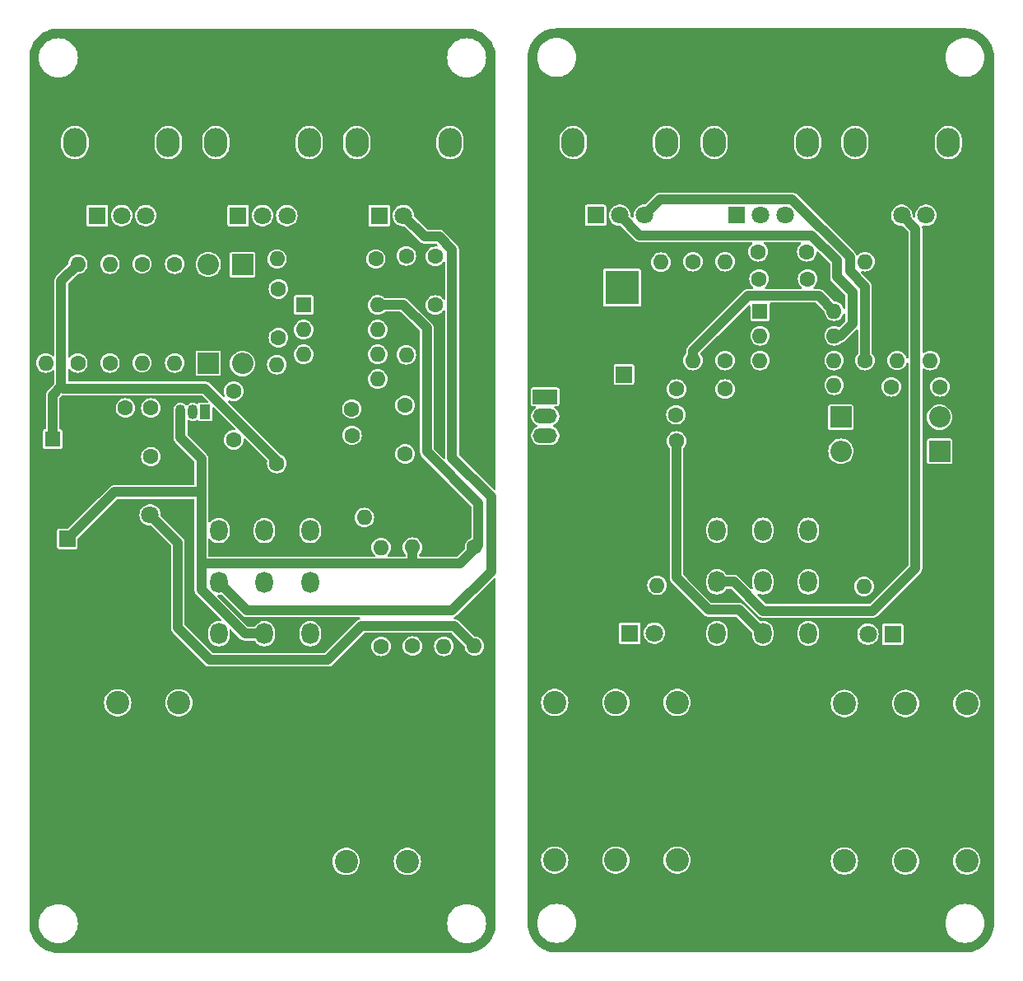
<source format=gbr>
%TF.GenerationSoftware,KiCad,Pcbnew,8.0.3*%
%TF.CreationDate,2024-10-06T14:44:45+03:00*%
%TF.ProjectId,DistorsionPedals,44697374-6f72-4736-996f-6e506564616c,rev?*%
%TF.SameCoordinates,Original*%
%TF.FileFunction,Copper,L2,Bot*%
%TF.FilePolarity,Positive*%
%FSLAX46Y46*%
G04 Gerber Fmt 4.6, Leading zero omitted, Abs format (unit mm)*
G04 Created by KiCad (PCBNEW 8.0.3) date 2024-10-06 14:44:45*
%MOMM*%
%LPD*%
G01*
G04 APERTURE LIST*
G04 Aperture macros list*
%AMRoundRect*
0 Rectangle with rounded corners*
0 $1 Rounding radius*
0 $2 $3 $4 $5 $6 $7 $8 $9 X,Y pos of 4 corners*
0 Add a 4 corners polygon primitive as box body*
4,1,4,$2,$3,$4,$5,$6,$7,$8,$9,$2,$3,0*
0 Add four circle primitives for the rounded corners*
1,1,$1+$1,$2,$3*
1,1,$1+$1,$4,$5*
1,1,$1+$1,$6,$7*
1,1,$1+$1,$8,$9*
0 Add four rect primitives between the rounded corners*
20,1,$1+$1,$2,$3,$4,$5,0*
20,1,$1+$1,$4,$5,$6,$7,0*
20,1,$1+$1,$6,$7,$8,$9,0*
20,1,$1+$1,$8,$9,$2,$3,0*%
G04 Aperture macros list end*
%TA.AperFunction,ComponentPad*%
%ADD10R,3.500000X3.500000*%
%TD*%
%TA.AperFunction,ComponentPad*%
%ADD11RoundRect,0.750000X-0.750000X-1.000000X0.750000X-1.000000X0.750000X1.000000X-0.750000X1.000000X0*%
%TD*%
%TA.AperFunction,ComponentPad*%
%ADD12RoundRect,0.875000X-0.875000X-0.875000X0.875000X-0.875000X0.875000X0.875000X-0.875000X0.875000X0*%
%TD*%
%TA.AperFunction,ComponentPad*%
%ADD13O,1.800000X2.200000*%
%TD*%
%TA.AperFunction,ComponentPad*%
%ADD14C,2.400000*%
%TD*%
%TA.AperFunction,ComponentPad*%
%ADD15R,1.700000X1.700000*%
%TD*%
%TA.AperFunction,ComponentPad*%
%ADD16O,1.700000X1.700000*%
%TD*%
%TA.AperFunction,ComponentPad*%
%ADD17C,1.600000*%
%TD*%
%TA.AperFunction,ComponentPad*%
%ADD18O,1.600000X1.600000*%
%TD*%
%TA.AperFunction,ComponentPad*%
%ADD19O,2.400000X3.000000*%
%TD*%
%TA.AperFunction,ComponentPad*%
%ADD20R,1.800000X1.800000*%
%TD*%
%TA.AperFunction,ComponentPad*%
%ADD21C,1.800000*%
%TD*%
%TA.AperFunction,ComponentPad*%
%ADD22R,2.200000X2.200000*%
%TD*%
%TA.AperFunction,ComponentPad*%
%ADD23O,2.200000X2.200000*%
%TD*%
%TA.AperFunction,ComponentPad*%
%ADD24R,1.050000X1.500000*%
%TD*%
%TA.AperFunction,ComponentPad*%
%ADD25O,1.050000X1.500000*%
%TD*%
%TA.AperFunction,ComponentPad*%
%ADD26R,1.600000X1.600000*%
%TD*%
%TA.AperFunction,ComponentPad*%
%ADD27O,3.500000X2.200000*%
%TD*%
%TA.AperFunction,ComponentPad*%
%ADD28R,2.500000X1.500000*%
%TD*%
%TA.AperFunction,ComponentPad*%
%ADD29O,2.500000X1.500000*%
%TD*%
%TA.AperFunction,Conductor*%
%ADD30C,1.000000*%
%TD*%
G04 APERTURE END LIST*
D10*
%TO.P,J1,1*%
%TO.N,N/C*%
X97212479Y-93299589D03*
D11*
%TO.P,J1,2*%
%TO.N,GND*%
X91212479Y-93299589D03*
D12*
%TO.P,J1,3*%
X94212479Y-97999589D03*
%TD*%
D13*
%TO.P,SW1,1,C*%
%TO.N,N/C*%
X55731157Y-118254446D03*
%TO.P,SW1,2,B*%
X60431157Y-118254446D03*
%TO.P,SW1,3,A*%
X65131157Y-118254446D03*
%TO.P,SW1,4,C*%
X55731157Y-123554446D03*
%TO.P,SW1,5,B*%
X60431157Y-123554446D03*
%TO.P,SW1,6,A*%
X65131157Y-123554446D03*
%TO.P,SW1,7,C*%
X55731157Y-128854446D03*
%TO.P,SW1,8,B*%
%TO.N,+9V*%
X60431157Y-128854446D03*
%TO.P,SW1,9,A*%
%TO.N,N/C*%
X65131157Y-128854446D03*
%TD*%
D14*
%TO.P,J2,CGND*%
%TO.N,GND*%
X81431157Y-136054446D03*
%TO.P,J2,GND*%
X81431157Y-152254446D03*
%TO.P,J2,L*%
%TO.N,N/C*%
X68831157Y-152254446D03*
%TO.P,J2,LGND*%
%TO.N,GND*%
X68831157Y-136054446D03*
%TO.P,J2,R*%
%TO.N,N/C*%
X75131157Y-152254446D03*
%TO.P,J2,RGND*%
%TO.N,GND*%
X75131157Y-136054446D03*
%TD*%
D15*
%TO.P,J2,1,Pin_1*%
%TO.N,N/C*%
X40156157Y-119104446D03*
D16*
%TO.P,J2,2,Pin_2*%
%TO.N,GND*%
X40156157Y-116564446D03*
%TD*%
D17*
%TO.P,R10,1*%
%TO.N,+4.5V*%
X72431157Y-130154446D03*
D18*
%TO.P,R10,2*%
%TO.N,Net-(U1B-+)*%
X72431157Y-119994446D03*
%TD*%
D17*
%TO.P,C1,1*%
%TO.N,N/C*%
X48731157Y-110654446D03*
%TO.P,C1,2*%
%TO.N,Net-(C1-Pad2)*%
X48731157Y-105654446D03*
%TD*%
D19*
%TO.P,RV2,*%
%TO.N,*%
X55431157Y-78379446D03*
X65031157Y-78379446D03*
D20*
%TO.P,RV2,1,1*%
%TO.N,Net-(U1B-+)*%
X57731157Y-85879446D03*
D21*
%TO.P,RV2,2,2*%
%TO.N,Net-(C8-Pad2)*%
X60231157Y-85879446D03*
%TO.P,RV2,3,3*%
%TO.N,Net-(U1B--)*%
X62731157Y-85879446D03*
%TD*%
D17*
%TO.P,R7,1*%
%TO.N,+4.5V*%
X61691157Y-111354446D03*
D18*
%TO.P,R7,2*%
%TO.N,Net-(U1A-+)*%
X61691157Y-101194446D03*
%TD*%
D17*
%TO.P,R6,1*%
%TO.N,Net-(D1-K)*%
X47831157Y-90854446D03*
D18*
%TO.P,R6,2*%
%TO.N,Net-(C4-Pad1)*%
X47831157Y-101014446D03*
%TD*%
D17*
%TO.P,C3,1*%
%TO.N,GND*%
X64441157Y-108464446D03*
%TO.P,C3,2*%
%TO.N,+4.5V*%
X69441157Y-108464446D03*
%TD*%
%TO.P,R8,1*%
%TO.N,N/C*%
X51191157Y-90864446D03*
D18*
%TO.P,R8,2*%
X51191157Y-101024446D03*
%TD*%
D22*
%TO.P,D2,1,K*%
%TO.N,N/C*%
X58171157Y-90924446D03*
D23*
%TO.P,D2,2,A*%
%TO.N,Net-(D1-K)*%
X58171157Y-101084446D03*
%TD*%
D17*
%TO.P,C7,1*%
%TO.N,GND*%
X64411157Y-105754446D03*
%TO.P,C7,2*%
%TO.N,Net-(U1B-+)*%
X69411157Y-105754446D03*
%TD*%
D24*
%TO.P,Q1,1,E*%
%TO.N,N/C*%
X54331157Y-106054446D03*
D25*
%TO.P,Q1,2,B*%
X53061157Y-106054446D03*
%TO.P,Q1,3,C*%
%TO.N,+9V*%
X51791157Y-106054446D03*
%TD*%
D20*
%TO.P,D3,1,K*%
%TO.N,GND*%
X46131157Y-116654446D03*
D21*
%TO.P,D3,2,A*%
%TO.N,N/C*%
X48671157Y-116654446D03*
%TD*%
D19*
%TO.P,RV1,*%
%TO.N,*%
X40931157Y-78379446D03*
X50531157Y-78379446D03*
D20*
%TO.P,RV1,1,1*%
%TO.N,N/C*%
X43231157Y-85879446D03*
D21*
%TO.P,RV1,2,2*%
%TO.N,Net-(D1-K)*%
X45731157Y-85879446D03*
%TO.P,RV1,3,3*%
X48231157Y-85879446D03*
%TD*%
D17*
%TO.P,R3,1*%
%TO.N,N/C*%
X44531157Y-101034446D03*
D18*
%TO.P,R3,2*%
%TO.N,Net-(C1-Pad2)*%
X44531157Y-90874446D03*
%TD*%
D17*
%TO.P,R5,1*%
%TO.N,GND*%
X37931157Y-90874446D03*
D18*
%TO.P,R5,2*%
%TO.N,N/C*%
X37931157Y-101034446D03*
%TD*%
D14*
%TO.P,J1,CGND*%
%TO.N,GND*%
X39031157Y-152154446D03*
%TO.P,J1,GND*%
X39031157Y-135954446D03*
%TO.P,J1,L*%
%TO.N,N/C*%
X51631157Y-135954446D03*
%TO.P,J1,LGND*%
%TO.N,GND*%
X51631157Y-152154446D03*
%TO.P,J1,R*%
%TO.N,N/C*%
X45331157Y-135954446D03*
%TO.P,J1,RGND*%
%TO.N,GND*%
X45331157Y-152154446D03*
%TD*%
D17*
%TO.P,R4,1*%
%TO.N,N/C*%
X41231157Y-101034446D03*
D18*
%TO.P,R4,2*%
%TO.N,+4.5V*%
X41231157Y-90874446D03*
%TD*%
D17*
%TO.P,C9,1*%
%TO.N,N/C*%
X78011157Y-90064446D03*
%TO.P,C9,2*%
X78011157Y-95064446D03*
%TD*%
D19*
%TO.P,RV3,*%
%TO.N,*%
X69931157Y-78379446D03*
X79531157Y-78379446D03*
D20*
%TO.P,RV3,1,1*%
%TO.N,N/C*%
X72231157Y-85879446D03*
D21*
%TO.P,RV3,2,2*%
X74731157Y-85879446D03*
%TO.P,RV3,3,3*%
%TO.N,GND*%
X77231157Y-85879446D03*
%TD*%
D17*
%TO.P,R9,1*%
%TO.N,Net-(U1B-+)*%
X71881157Y-90344446D03*
D18*
%TO.P,R9,2*%
%TO.N,N/C*%
X61721157Y-90344446D03*
%TD*%
D17*
%TO.P,R1,1*%
%TO.N,+4.5V*%
X75651157Y-130124446D03*
D18*
%TO.P,R1,2*%
%TO.N,+9V*%
X75651157Y-119964446D03*
%TD*%
D17*
%TO.P,R11,1*%
%TO.N,N/C*%
X75031157Y-90034446D03*
D18*
%TO.P,R11,2*%
%TO.N,Net-(U1B--)*%
X75031157Y-100194446D03*
%TD*%
D17*
%TO.P,R12,1*%
%TO.N,GND*%
X80871157Y-116914446D03*
D18*
%TO.P,R12,2*%
%TO.N,N/C*%
X70711157Y-116914446D03*
%TD*%
D26*
%TO.P,C2,1*%
%TO.N,+4.5V*%
X38631157Y-108854446D03*
D17*
%TO.P,C2,2*%
%TO.N,GND*%
X42131157Y-108854446D03*
%TD*%
%TO.P,C6,1*%
%TO.N,Net-(D1-K)*%
X61861157Y-98424446D03*
%TO.P,C6,2*%
%TO.N,N/C*%
X61861157Y-93424446D03*
%TD*%
D22*
%TO.P,D1,1,K*%
%TO.N,Net-(D1-K)*%
X54651157Y-101054446D03*
D23*
%TO.P,D1,2,A*%
%TO.N,N/C*%
X54651157Y-90894446D03*
%TD*%
D17*
%TO.P,C8,1*%
%TO.N,N/C*%
X74891157Y-110374446D03*
%TO.P,C8,2*%
%TO.N,Net-(C8-Pad2)*%
X74891157Y-105374446D03*
%TD*%
%TO.P,C5,1*%
%TO.N,Net-(U1A-+)*%
X57271157Y-103934446D03*
%TO.P,C5,2*%
%TO.N,N/C*%
X57271157Y-108934446D03*
%TD*%
D26*
%TO.P,U1,1*%
%TO.N,N/C*%
X64461157Y-95054446D03*
D18*
%TO.P,U1,2,-*%
%TO.N,Net-(D1-K)*%
X64461157Y-97594446D03*
%TO.P,U1,3,+*%
%TO.N,Net-(U1A-+)*%
X64461157Y-100134446D03*
%TO.P,U1,4,V-*%
%TO.N,GND*%
X64461157Y-102674446D03*
%TO.P,U1,5,+*%
%TO.N,Net-(U1B-+)*%
X72081157Y-102674446D03*
%TO.P,U1,6,-*%
%TO.N,Net-(U1B--)*%
X72081157Y-100134446D03*
%TO.P,U1,7*%
%TO.N,N/C*%
X72081157Y-97594446D03*
%TO.P,U1,8,V+*%
%TO.N,+9V*%
X72081157Y-95054446D03*
%TD*%
D17*
%TO.P,R13,1*%
%TO.N,+9V*%
X82031157Y-119974446D03*
D18*
%TO.P,R13,2*%
%TO.N,N/C*%
X82031157Y-130134446D03*
%TD*%
D17*
%TO.P,C4,1*%
%TO.N,Net-(C4-Pad1)*%
X46131157Y-105654446D03*
%TO.P,C4,2*%
%TO.N,GND*%
X46131157Y-110654446D03*
%TD*%
%TO.P,R2,1*%
%TO.N,GND*%
X78891157Y-119994446D03*
D18*
%TO.P,R2,2*%
%TO.N,+4.5V*%
X78891157Y-130154446D03*
%TD*%
D27*
%TO.P,SW1,*%
%TO.N,GND*%
X89312479Y-102399589D03*
X89312479Y-110599589D03*
D28*
%TO.P,SW1,1,C*%
%TO.N,N/C*%
X89312479Y-104499589D03*
D29*
%TO.P,SW1,2,B*%
X89312479Y-106499589D03*
%TO.P,SW1,3,A*%
X89312479Y-108499589D03*
%TD*%
D14*
%TO.P,J2,CGND*%
%TO.N,N/C*%
X132687351Y-136024716D03*
%TO.P,J2,GND*%
X132687351Y-152224716D03*
%TO.P,J2,L*%
X120087351Y-152224716D03*
%TO.P,J2,LGND*%
X120087351Y-136024716D03*
%TO.P,J2,R*%
X126387351Y-152224716D03*
%TO.P,J2,RGND*%
X126387351Y-136024716D03*
%TD*%
D17*
%TO.P,R6,1*%
%TO.N,GND*%
X128912479Y-90619589D03*
D18*
%TO.P,R6,2*%
%TO.N,Net-(D1-K)*%
X128912479Y-100779589D03*
%TD*%
D19*
%TO.P,RV3,*%
%TO.N,*%
X121187351Y-78349716D03*
X130787351Y-78349716D03*
D20*
%TO.P,RV3,1,1*%
%TO.N,GND*%
X123487351Y-85849716D03*
D21*
%TO.P,RV3,2,2*%
%TO.N,N/C*%
X125987351Y-85849716D03*
%TO.P,RV3,3,3*%
%TO.N,Net-(D1-K)*%
X128487351Y-85849716D03*
%TD*%
D14*
%TO.P,J1,CGND*%
%TO.N,N/C*%
X90287351Y-152124716D03*
%TO.P,J1,GND*%
X90287351Y-135924716D03*
%TO.P,J1,L*%
X102887351Y-135924716D03*
%TO.P,J1,LGND*%
X102887351Y-152124716D03*
%TO.P,J1,R*%
X96587351Y-135924716D03*
%TO.P,J1,RGND*%
X96587351Y-152124716D03*
%TD*%
D17*
%TO.P,R7,1*%
%TO.N,GND*%
X122112479Y-113839589D03*
D18*
%TO.P,R7,2*%
%TO.N,N/C*%
X122112479Y-123999589D03*
%TD*%
D17*
%TO.P,C2,1*%
%TO.N,N/C*%
X111312479Y-92399589D03*
%TO.P,C2,2*%
X116312479Y-92399589D03*
%TD*%
%TO.P,R8,1*%
%TO.N,GND*%
X100812479Y-113719589D03*
D18*
%TO.P,R8,2*%
%TO.N,Net-(D4-K)*%
X100812479Y-123879589D03*
%TD*%
D20*
%TO.P,D3,1,K*%
%TO.N,N/C*%
X125052479Y-128899589D03*
D21*
%TO.P,D3,2,A*%
X122512479Y-128899589D03*
%TD*%
D19*
%TO.P,RV2,*%
%TO.N,*%
X106687351Y-78349716D03*
X116287351Y-78349716D03*
D20*
%TO.P,RV2,1,1*%
%TO.N,N/C*%
X108987351Y-85849716D03*
D21*
%TO.P,RV2,2,2*%
X111487351Y-85849716D03*
%TO.P,RV2,3,3*%
X113987351Y-85849716D03*
%TD*%
D17*
%TO.P,R3,1*%
%TO.N,GND*%
X101212479Y-100819589D03*
D18*
%TO.P,R3,2*%
%TO.N,N/C*%
X101212479Y-90659589D03*
%TD*%
D22*
%TO.P,D2,1,K*%
%TO.N,N/C*%
X119712479Y-106599589D03*
D23*
%TO.P,D2,2,A*%
%TO.N,Net-(D1-K)*%
X129872479Y-106599589D03*
%TD*%
D13*
%TO.P,SW2,1,C*%
%TO.N,N/C*%
X106987351Y-118224716D03*
%TO.P,SW2,2,B*%
X111687351Y-118224716D03*
%TO.P,SW2,3,A*%
X116387351Y-118224716D03*
%TO.P,SW2,4,C*%
X106987351Y-123524716D03*
%TO.P,SW2,5,B*%
X111687351Y-123524716D03*
%TO.P,SW2,6,A*%
X116387351Y-123524716D03*
%TO.P,SW2,7,C*%
%TO.N,Net-(D4-A)*%
X106987351Y-128824716D03*
%TO.P,SW2,8,B*%
%TO.N,N/C*%
X111687351Y-128824716D03*
%TO.P,SW2,9,A*%
X116387351Y-128824716D03*
%TD*%
D17*
%TO.P,C3,1*%
%TO.N,Net-(U1B-+)*%
X116212479Y-89599589D03*
%TO.P,C3,2*%
%TO.N,Net-(U1A--)*%
X111212479Y-89599589D03*
%TD*%
D26*
%TO.P,U1,1*%
%TO.N,Net-(U1A--)*%
X111412479Y-95699589D03*
D18*
%TO.P,U1,2,-*%
X111412479Y-98239589D03*
%TO.P,U1,3,+*%
%TO.N,Net-(U1A-+)*%
X111412479Y-100779589D03*
%TO.P,U1,4,V-*%
%TO.N,GND*%
X111412479Y-103319589D03*
%TO.P,U1,5,+*%
%TO.N,Net-(U1B-+)*%
X119032479Y-103319589D03*
%TO.P,U1,6,-*%
%TO.N,Net-(U1B--)*%
X119032479Y-100779589D03*
%TO.P,U1,7*%
%TO.N,N/C*%
X119032479Y-98239589D03*
%TO.P,U1,8,V+*%
X119032479Y-95699589D03*
%TD*%
D15*
%TO.P,J2,1,Pin_1*%
%TO.N,N/C*%
X97412479Y-102199589D03*
D16*
%TO.P,J2,2,Pin_2*%
%TO.N,GND*%
X94872479Y-102199589D03*
%TD*%
D17*
%TO.P,C6,1*%
%TO.N,Net-(D1-K)*%
X129912479Y-103479589D03*
%TO.P,C6,2*%
%TO.N,N/C*%
X124912479Y-103479589D03*
%TD*%
%TO.P,C1,1*%
%TO.N,N/C*%
X102812479Y-103699589D03*
%TO.P,C1,2*%
%TO.N,Net-(U1A-+)*%
X107812479Y-103699589D03*
%TD*%
D19*
%TO.P,RV1,*%
%TO.N,*%
X92187351Y-78349716D03*
X101787351Y-78349716D03*
D20*
%TO.P,RV1,1,1*%
%TO.N,N/C*%
X94487351Y-85849716D03*
D21*
%TO.P,RV1,2,2*%
X96987351Y-85849716D03*
%TO.P,RV1,3,3*%
%TO.N,Net-(U1B--)*%
X99487351Y-85849716D03*
%TD*%
D17*
%TO.P,R5,1*%
%TO.N,GND*%
X125512479Y-90599589D03*
D18*
%TO.P,R5,2*%
%TO.N,N/C*%
X125512479Y-100759589D03*
%TD*%
D17*
%TO.P,C4,1*%
%TO.N,GND*%
X107752479Y-106349589D03*
%TO.P,C4,2*%
%TO.N,N/C*%
X102752479Y-106349589D03*
%TD*%
D22*
%TO.P,D1,1,K*%
%TO.N,Net-(D1-K)*%
X129892479Y-110099589D03*
D23*
%TO.P,D1,2,A*%
%TO.N,N/C*%
X119732479Y-110099589D03*
%TD*%
D17*
%TO.P,R1,1*%
%TO.N,Net-(U1A-+)*%
X107812479Y-100779589D03*
D18*
%TO.P,R1,2*%
%TO.N,N/C*%
X107812479Y-90619589D03*
%TD*%
D17*
%TO.P,C5,1*%
%TO.N,GND*%
X107812479Y-109039589D03*
%TO.P,C5,2*%
%TO.N,N/C*%
X102812479Y-109039589D03*
%TD*%
%TO.P,R4,1*%
%TO.N,Net-(U1B--)*%
X122212479Y-100779589D03*
D18*
%TO.P,R4,2*%
%TO.N,N/C*%
X122212479Y-90619589D03*
%TD*%
D20*
%TO.P,D4,1,K*%
%TO.N,Net-(D4-K)*%
X98012479Y-128799589D03*
D21*
%TO.P,D4,2,A*%
%TO.N,Net-(D4-A)*%
X100552479Y-128799589D03*
%TD*%
D17*
%TO.P,R2,1*%
%TO.N,N/C*%
X104512479Y-90619589D03*
D18*
%TO.P,R2,2*%
X104512479Y-100779589D03*
%TD*%
D30*
%TO.N,+9V*%
X40156157Y-119104446D02*
X40181157Y-119104446D01*
X40181157Y-119104446D02*
X43831157Y-115454446D01*
X44981157Y-114304446D02*
X53931157Y-114304446D01*
X43831157Y-115454446D02*
X44981157Y-114304446D01*
%TO.N,+4.5V*%
X39731157Y-103654446D02*
X39531157Y-103454446D01*
X38631157Y-104354446D02*
X38631157Y-108854446D01*
X39531157Y-103454446D02*
X39531157Y-92574446D01*
X39531157Y-92574446D02*
X41231157Y-90874446D01*
%TO.N,+9V*%
X74331157Y-121654446D02*
X75651157Y-121654446D01*
X77131157Y-97454446D02*
X74731157Y-95054446D01*
X75651157Y-121654446D02*
X75651157Y-119964446D01*
X77131157Y-110154446D02*
X77131157Y-97454446D01*
X82431157Y-119754446D02*
X82431157Y-115454446D01*
X53931157Y-121654446D02*
X74331157Y-121654446D01*
X74331157Y-121654446D02*
X80531157Y-121654446D01*
X60431157Y-128854446D02*
X58431157Y-128854446D01*
X82431157Y-115454446D02*
X77131157Y-110154446D01*
X53931157Y-124354446D02*
X53931157Y-123254446D01*
%TO.N,+4.5V*%
X61691157Y-111014446D02*
X54331157Y-103654446D01*
%TO.N,+9V*%
X53931157Y-123254446D02*
X53931157Y-110854446D01*
X53931157Y-110854446D02*
X51791157Y-108714446D01*
%TO.N,+4.5V*%
X54331157Y-103654446D02*
X39731157Y-103654446D01*
X38631157Y-104354446D02*
X39531157Y-103454446D01*
%TO.N,+9V*%
X51791157Y-108714446D02*
X51791157Y-106054446D01*
%TO.N,+4.5V*%
X61691157Y-111354446D02*
X61691157Y-111014446D01*
%TO.N,+9V*%
X58431157Y-128854446D02*
X53931157Y-124354446D01*
X53931157Y-123254446D02*
X53931157Y-121654446D01*
X80531157Y-121654446D02*
X82431157Y-119754446D01*
X74731157Y-95054446D02*
X72081157Y-95054446D01*
%TO.N,*%
X79731157Y-110754446D02*
X79731157Y-89379446D01*
X79731157Y-89379446D02*
X78406157Y-88054446D01*
X83731157Y-122454446D02*
X83731157Y-114754446D01*
X83731157Y-114754446D02*
X79731157Y-110754446D01*
X79731157Y-126454446D02*
X83731157Y-122454446D01*
X70431157Y-128054446D02*
X66931157Y-131554446D01*
X78406157Y-88054446D02*
X76906157Y-88054446D01*
X51531157Y-119514446D02*
X48671157Y-116654446D01*
X55731157Y-123554446D02*
X58631157Y-126454446D01*
X76906157Y-88054446D02*
X74731157Y-85879446D01*
X54831157Y-131554446D02*
X51531157Y-128254446D01*
X82031157Y-130134446D02*
X79951157Y-128054446D01*
X51531157Y-128254446D02*
X51531157Y-119514446D01*
X58631157Y-126454446D02*
X79731157Y-126454446D01*
X79951157Y-128054446D02*
X70431157Y-128054446D01*
X66931157Y-131554446D02*
X54831157Y-131554446D01*
X116715423Y-87899589D02*
X119312479Y-90496645D01*
X104512479Y-99799589D02*
X104512479Y-100779589D01*
X119312479Y-92199589D02*
X120912479Y-93799589D01*
X119312479Y-90496645D02*
X119312479Y-92199589D01*
%TO.N,Net-(U1B--)*%
X120662479Y-90149589D02*
X114712479Y-84199589D01*
%TO.N,*%
X96987351Y-85849716D02*
X99037224Y-87899589D01*
%TO.N,Net-(U1B--)*%
X120662479Y-91599589D02*
X122212479Y-93149589D01*
%TO.N,*%
X127412479Y-122099589D02*
X123012479Y-126499589D01*
X125987351Y-85849716D02*
X127412479Y-87274844D01*
X127412479Y-87274844D02*
X127412479Y-122099589D01*
X123012479Y-126499589D02*
X111712479Y-126499589D01*
X111712479Y-126499589D02*
X108737606Y-123524716D01*
X108737606Y-123524716D02*
X106987351Y-123524716D01*
X110212479Y-94099589D02*
X104512479Y-99799589D01*
%TO.N,Net-(U1B--)*%
X101137478Y-84199589D02*
X99487351Y-85849716D01*
X114712479Y-84199589D02*
X101137478Y-84199589D01*
X120662479Y-91599589D02*
X120662479Y-90149589D01*
X122212479Y-93149589D02*
X122212479Y-100779589D01*
%TO.N,*%
X120912479Y-96999589D02*
X119672479Y-98239589D01*
X119032479Y-95699589D02*
X117432479Y-94099589D01*
X117432479Y-94099589D02*
X110212479Y-94099589D01*
X102812479Y-109039589D02*
X102812479Y-123099589D01*
X119672479Y-98239589D02*
X119032479Y-98239589D01*
X99037224Y-87899589D02*
X116715423Y-87899589D01*
X102812479Y-123099589D02*
X106112479Y-126399589D01*
X109262224Y-126399589D02*
X111687351Y-128824716D01*
X120912479Y-93799589D02*
X120912479Y-96999589D01*
X106112479Y-126399589D02*
X109262224Y-126399589D01*
%TD*%
%TA.AperFunction,Conductor*%
%TO.N,GND*%
G36*
X132421463Y-66625217D02*
G01*
X132484110Y-66625216D01*
X132490598Y-66625385D01*
X132794405Y-66641305D01*
X132807308Y-66642661D01*
X133104573Y-66689742D01*
X133117249Y-66692435D01*
X133407989Y-66770337D01*
X133420311Y-66774341D01*
X133701295Y-66882199D01*
X133713150Y-66887477D01*
X133981322Y-67024117D01*
X133992550Y-67030599D01*
X134244991Y-67194535D01*
X134255459Y-67202141D01*
X134452197Y-67361456D01*
X134489370Y-67391558D01*
X134499015Y-67400243D01*
X134711824Y-67613052D01*
X134720509Y-67622697D01*
X134909923Y-67856604D01*
X134917542Y-67867092D01*
X134963259Y-67937489D01*
X135081463Y-68119508D01*
X135087953Y-68130749D01*
X135224587Y-68398913D01*
X135229866Y-68410769D01*
X135337722Y-68691743D01*
X135341733Y-68704088D01*
X135419629Y-68994807D01*
X135422327Y-69007503D01*
X135469405Y-69304756D01*
X135470762Y-69317664D01*
X135486680Y-69621446D01*
X135486850Y-69627935D01*
X135486850Y-69700591D01*
X135486851Y-69700604D01*
X135486851Y-158621464D01*
X135486681Y-158627955D01*
X135470757Y-158931754D01*
X135469400Y-158944662D01*
X135422317Y-159241920D01*
X135419620Y-159254606D01*
X135341719Y-159545328D01*
X135337712Y-159557661D01*
X135229851Y-159838642D01*
X135224571Y-159850499D01*
X135087938Y-160118650D01*
X135081449Y-160129890D01*
X134917523Y-160382310D01*
X134909895Y-160392808D01*
X134734085Y-160609913D01*
X134720502Y-160626686D01*
X134711817Y-160636332D01*
X134498994Y-160849152D01*
X134489348Y-160857837D01*
X134255453Y-161047238D01*
X134244952Y-161054867D01*
X133992541Y-161218782D01*
X133981301Y-161225271D01*
X133713142Y-161361902D01*
X133701285Y-161367181D01*
X133420311Y-161475035D01*
X133407966Y-161479046D01*
X133117255Y-161556938D01*
X133104560Y-161559636D01*
X132807307Y-161606714D01*
X132794399Y-161608071D01*
X132489555Y-161624045D01*
X132483066Y-161624215D01*
X132413869Y-161624215D01*
X132413853Y-161624216D01*
X90490603Y-161624216D01*
X90484112Y-161624046D01*
X90180309Y-161608122D01*
X90167401Y-161606765D01*
X89870147Y-161559682D01*
X89857452Y-161556984D01*
X89566735Y-161479085D01*
X89554391Y-161475074D01*
X89273418Y-161367218D01*
X89261560Y-161361938D01*
X88993393Y-161225298D01*
X88982160Y-161218813D01*
X88729743Y-161054891D01*
X88719249Y-161047266D01*
X88485348Y-160857857D01*
X88475703Y-160849172D01*
X88262895Y-160636363D01*
X88254210Y-160626718D01*
X88064800Y-160392817D01*
X88057178Y-160382326D01*
X87893249Y-160129900D01*
X87886767Y-160118672D01*
X87886756Y-160118650D01*
X87750123Y-159850494D01*
X87744854Y-159838659D01*
X87636993Y-159557674D01*
X87632982Y-159545330D01*
X87632979Y-159545317D01*
X87555081Y-159254610D01*
X87552384Y-159241916D01*
X87505303Y-158944666D01*
X87503946Y-158931758D01*
X87488021Y-158627927D01*
X87487937Y-158624715D01*
X88481740Y-158624715D01*
X88481740Y-158624718D01*
X88502154Y-158910150D01*
X88562978Y-159189754D01*
X88562980Y-159189760D01*
X88562981Y-159189763D01*
X88587170Y-159254616D01*
X88662985Y-159457883D01*
X88800120Y-159709026D01*
X88800125Y-159709034D01*
X88971604Y-159938104D01*
X88971620Y-159938122D01*
X89173944Y-160140446D01*
X89173962Y-160140462D01*
X89403032Y-160311941D01*
X89403040Y-160311946D01*
X89654183Y-160449081D01*
X89654182Y-160449081D01*
X89654186Y-160449082D01*
X89654189Y-160449084D01*
X89922304Y-160549086D01*
X89922310Y-160549087D01*
X89922312Y-160549088D01*
X90201916Y-160609912D01*
X90201918Y-160609912D01*
X90201922Y-160609913D01*
X90455570Y-160628054D01*
X90487349Y-160630327D01*
X90487350Y-160630327D01*
X90487351Y-160630327D01*
X90515945Y-160628281D01*
X90772778Y-160609913D01*
X90940429Y-160573443D01*
X91052387Y-160549088D01*
X91052387Y-160549087D01*
X91052396Y-160549086D01*
X91320511Y-160449084D01*
X91571665Y-160311943D01*
X91800745Y-160140456D01*
X92003089Y-159938112D01*
X92174576Y-159709032D01*
X92311717Y-159457878D01*
X92411719Y-159189763D01*
X92451431Y-159007209D01*
X92472545Y-158910150D01*
X92472545Y-158910149D01*
X92472546Y-158910145D01*
X92492960Y-158624717D01*
X92492960Y-158624715D01*
X130481742Y-158624715D01*
X130481742Y-158624718D01*
X130502156Y-158910150D01*
X130562980Y-159189754D01*
X130562982Y-159189760D01*
X130562983Y-159189763D01*
X130587172Y-159254616D01*
X130662987Y-159457883D01*
X130800122Y-159709026D01*
X130800127Y-159709034D01*
X130971606Y-159938104D01*
X130971622Y-159938122D01*
X131173946Y-160140446D01*
X131173964Y-160140462D01*
X131403034Y-160311941D01*
X131403042Y-160311946D01*
X131654185Y-160449081D01*
X131654184Y-160449081D01*
X131654188Y-160449082D01*
X131654191Y-160449084D01*
X131922306Y-160549086D01*
X131922312Y-160549087D01*
X131922314Y-160549088D01*
X132201918Y-160609912D01*
X132201920Y-160609912D01*
X132201924Y-160609913D01*
X132455572Y-160628054D01*
X132487351Y-160630327D01*
X132487352Y-160630327D01*
X132487353Y-160630327D01*
X132515947Y-160628281D01*
X132772780Y-160609913D01*
X132940431Y-160573443D01*
X133052389Y-160549088D01*
X133052389Y-160549087D01*
X133052398Y-160549086D01*
X133320513Y-160449084D01*
X133571667Y-160311943D01*
X133800747Y-160140456D01*
X134003091Y-159938112D01*
X134174578Y-159709032D01*
X134311719Y-159457878D01*
X134411721Y-159189763D01*
X134451433Y-159007209D01*
X134472547Y-158910150D01*
X134472547Y-158910149D01*
X134472548Y-158910145D01*
X134492962Y-158624717D01*
X134492727Y-158621437D01*
X134479016Y-158429724D01*
X134472548Y-158339289D01*
X134411721Y-158059671D01*
X134311719Y-157791556D01*
X134231377Y-157644422D01*
X134174581Y-157540407D01*
X134174576Y-157540399D01*
X134003097Y-157311329D01*
X134003081Y-157311311D01*
X133800757Y-157108987D01*
X133800739Y-157108971D01*
X133571669Y-156937492D01*
X133571661Y-156937487D01*
X133320518Y-156800352D01*
X133320519Y-156800352D01*
X133213267Y-156760349D01*
X133052398Y-156700348D01*
X133052395Y-156700347D01*
X133052389Y-156700345D01*
X132772785Y-156639521D01*
X132487353Y-156619107D01*
X132487351Y-156619107D01*
X132201918Y-156639521D01*
X131922314Y-156700345D01*
X131654185Y-156800352D01*
X131403042Y-156937487D01*
X131403034Y-156937492D01*
X131173964Y-157108971D01*
X131173946Y-157108987D01*
X130971622Y-157311311D01*
X130971606Y-157311329D01*
X130800127Y-157540399D01*
X130800122Y-157540407D01*
X130662987Y-157791550D01*
X130562980Y-158059679D01*
X130502156Y-158339283D01*
X130481742Y-158624715D01*
X92492960Y-158624715D01*
X92492725Y-158621437D01*
X92479014Y-158429724D01*
X92472546Y-158339289D01*
X92411719Y-158059671D01*
X92311717Y-157791556D01*
X92231375Y-157644422D01*
X92174579Y-157540407D01*
X92174574Y-157540399D01*
X92003095Y-157311329D01*
X92003079Y-157311311D01*
X91800755Y-157108987D01*
X91800737Y-157108971D01*
X91571667Y-156937492D01*
X91571659Y-156937487D01*
X91320516Y-156800352D01*
X91320517Y-156800352D01*
X91213265Y-156760349D01*
X91052396Y-156700348D01*
X91052393Y-156700347D01*
X91052387Y-156700345D01*
X90772783Y-156639521D01*
X90487351Y-156619107D01*
X90487349Y-156619107D01*
X90201916Y-156639521D01*
X89922312Y-156700345D01*
X89654183Y-156800352D01*
X89403040Y-156937487D01*
X89403032Y-156937492D01*
X89173962Y-157108971D01*
X89173944Y-157108987D01*
X88971620Y-157311311D01*
X88971604Y-157311329D01*
X88800125Y-157540399D01*
X88800120Y-157540407D01*
X88662985Y-157791550D01*
X88562978Y-158059679D01*
X88502154Y-158339283D01*
X88481740Y-158624715D01*
X87487937Y-158624715D01*
X87487851Y-158621437D01*
X87487851Y-152124709D01*
X88882051Y-152124709D01*
X88882051Y-152124722D01*
X88901215Y-152356013D01*
X88901217Y-152356024D01*
X88958193Y-152581016D01*
X89051426Y-152793564D01*
X89178367Y-152987863D01*
X89178370Y-152987867D01*
X89178372Y-152987869D01*
X89335567Y-153158629D01*
X89335570Y-153158631D01*
X89335573Y-153158634D01*
X89518716Y-153301180D01*
X89518722Y-153301184D01*
X89518725Y-153301186D01*
X89686211Y-153391825D01*
X89703508Y-153401186D01*
X89722848Y-153411652D01*
X89836838Y-153450784D01*
X89942366Y-153487013D01*
X89942368Y-153487013D01*
X89942370Y-153487014D01*
X90171302Y-153525216D01*
X90171303Y-153525216D01*
X90403399Y-153525216D01*
X90403400Y-153525216D01*
X90632332Y-153487014D01*
X90851854Y-153411652D01*
X91055977Y-153301186D01*
X91239135Y-153158629D01*
X91396330Y-152987869D01*
X91523275Y-152793565D01*
X91616508Y-152581016D01*
X91673485Y-152356021D01*
X91673486Y-152356013D01*
X91692651Y-152124722D01*
X91692651Y-152124709D01*
X95182051Y-152124709D01*
X95182051Y-152124722D01*
X95201215Y-152356013D01*
X95201217Y-152356024D01*
X95258193Y-152581016D01*
X95351426Y-152793564D01*
X95478367Y-152987863D01*
X95478370Y-152987867D01*
X95478372Y-152987869D01*
X95635567Y-153158629D01*
X95635570Y-153158631D01*
X95635573Y-153158634D01*
X95818716Y-153301180D01*
X95818722Y-153301184D01*
X95818725Y-153301186D01*
X95986211Y-153391825D01*
X96003508Y-153401186D01*
X96022848Y-153411652D01*
X96136838Y-153450784D01*
X96242366Y-153487013D01*
X96242368Y-153487013D01*
X96242370Y-153487014D01*
X96471302Y-153525216D01*
X96471303Y-153525216D01*
X96703399Y-153525216D01*
X96703400Y-153525216D01*
X96932332Y-153487014D01*
X97151854Y-153411652D01*
X97355977Y-153301186D01*
X97539135Y-153158629D01*
X97696330Y-152987869D01*
X97823275Y-152793565D01*
X97916508Y-152581016D01*
X97973485Y-152356021D01*
X97973486Y-152356013D01*
X97992651Y-152124722D01*
X97992651Y-152124709D01*
X101482051Y-152124709D01*
X101482051Y-152124722D01*
X101501215Y-152356013D01*
X101501217Y-152356024D01*
X101558193Y-152581016D01*
X101651426Y-152793564D01*
X101778367Y-152987863D01*
X101778370Y-152987867D01*
X101778372Y-152987869D01*
X101935567Y-153158629D01*
X101935570Y-153158631D01*
X101935573Y-153158634D01*
X102118716Y-153301180D01*
X102118722Y-153301184D01*
X102118725Y-153301186D01*
X102286211Y-153391825D01*
X102303508Y-153401186D01*
X102322848Y-153411652D01*
X102436838Y-153450784D01*
X102542366Y-153487013D01*
X102542368Y-153487013D01*
X102542370Y-153487014D01*
X102771302Y-153525216D01*
X102771303Y-153525216D01*
X103003399Y-153525216D01*
X103003400Y-153525216D01*
X103232332Y-153487014D01*
X103451854Y-153411652D01*
X103655977Y-153301186D01*
X103839135Y-153158629D01*
X103996330Y-152987869D01*
X104123275Y-152793565D01*
X104216508Y-152581016D01*
X104273485Y-152356021D01*
X104273486Y-152356013D01*
X104284366Y-152224709D01*
X118682051Y-152224709D01*
X118682051Y-152224722D01*
X118701215Y-152456013D01*
X118701217Y-152456024D01*
X118758193Y-152681016D01*
X118851426Y-152893564D01*
X118978367Y-153087863D01*
X118978370Y-153087867D01*
X118978372Y-153087869D01*
X119135567Y-153258629D01*
X119135570Y-153258631D01*
X119135573Y-153258634D01*
X119318716Y-153401180D01*
X119318722Y-153401184D01*
X119318725Y-153401186D01*
X119522848Y-153511652D01*
X119562359Y-153525216D01*
X119742366Y-153587013D01*
X119742368Y-153587013D01*
X119742370Y-153587014D01*
X119971302Y-153625216D01*
X119971303Y-153625216D01*
X120203399Y-153625216D01*
X120203400Y-153625216D01*
X120432332Y-153587014D01*
X120651854Y-153511652D01*
X120855977Y-153401186D01*
X121039135Y-153258629D01*
X121196330Y-153087869D01*
X121323275Y-152893565D01*
X121416508Y-152681016D01*
X121473485Y-152456021D01*
X121492651Y-152224716D01*
X121492651Y-152224709D01*
X124982051Y-152224709D01*
X124982051Y-152224722D01*
X125001215Y-152456013D01*
X125001217Y-152456024D01*
X125058193Y-152681016D01*
X125151426Y-152893564D01*
X125278367Y-153087863D01*
X125278370Y-153087867D01*
X125278372Y-153087869D01*
X125435567Y-153258629D01*
X125435570Y-153258631D01*
X125435573Y-153258634D01*
X125618716Y-153401180D01*
X125618722Y-153401184D01*
X125618725Y-153401186D01*
X125822848Y-153511652D01*
X125862359Y-153525216D01*
X126042366Y-153587013D01*
X126042368Y-153587013D01*
X126042370Y-153587014D01*
X126271302Y-153625216D01*
X126271303Y-153625216D01*
X126503399Y-153625216D01*
X126503400Y-153625216D01*
X126732332Y-153587014D01*
X126951854Y-153511652D01*
X127155977Y-153401186D01*
X127339135Y-153258629D01*
X127496330Y-153087869D01*
X127623275Y-152893565D01*
X127716508Y-152681016D01*
X127773485Y-152456021D01*
X127792651Y-152224716D01*
X127792651Y-152224709D01*
X131282051Y-152224709D01*
X131282051Y-152224722D01*
X131301215Y-152456013D01*
X131301217Y-152456024D01*
X131358193Y-152681016D01*
X131451426Y-152893564D01*
X131578367Y-153087863D01*
X131578370Y-153087867D01*
X131578372Y-153087869D01*
X131735567Y-153258629D01*
X131735570Y-153258631D01*
X131735573Y-153258634D01*
X131918716Y-153401180D01*
X131918722Y-153401184D01*
X131918725Y-153401186D01*
X132122848Y-153511652D01*
X132162359Y-153525216D01*
X132342366Y-153587013D01*
X132342368Y-153587013D01*
X132342370Y-153587014D01*
X132571302Y-153625216D01*
X132571303Y-153625216D01*
X132803399Y-153625216D01*
X132803400Y-153625216D01*
X133032332Y-153587014D01*
X133251854Y-153511652D01*
X133455977Y-153401186D01*
X133639135Y-153258629D01*
X133796330Y-153087869D01*
X133923275Y-152893565D01*
X134016508Y-152681016D01*
X134073485Y-152456021D01*
X134092651Y-152224716D01*
X134092651Y-152224709D01*
X134073486Y-151993418D01*
X134073484Y-151993407D01*
X134016508Y-151768415D01*
X133923275Y-151555867D01*
X133796334Y-151361568D01*
X133796331Y-151361565D01*
X133796330Y-151361563D01*
X133639135Y-151190803D01*
X133639130Y-151190799D01*
X133639128Y-151190797D01*
X133455985Y-151048251D01*
X133455979Y-151048247D01*
X133251855Y-150937780D01*
X133251846Y-150937777D01*
X133032335Y-150862418D01*
X132860633Y-150833766D01*
X132803400Y-150824216D01*
X132571302Y-150824216D01*
X132525515Y-150831856D01*
X132342366Y-150862418D01*
X132122855Y-150937777D01*
X132122846Y-150937780D01*
X131918722Y-151048247D01*
X131918716Y-151048251D01*
X131735573Y-151190797D01*
X131735570Y-151190800D01*
X131578367Y-151361568D01*
X131451426Y-151555867D01*
X131358193Y-151768415D01*
X131301217Y-151993407D01*
X131301215Y-151993418D01*
X131282051Y-152224709D01*
X127792651Y-152224709D01*
X127773486Y-151993418D01*
X127773484Y-151993407D01*
X127716508Y-151768415D01*
X127623275Y-151555867D01*
X127496334Y-151361568D01*
X127496331Y-151361565D01*
X127496330Y-151361563D01*
X127339135Y-151190803D01*
X127339130Y-151190799D01*
X127339128Y-151190797D01*
X127155985Y-151048251D01*
X127155979Y-151048247D01*
X126951855Y-150937780D01*
X126951846Y-150937777D01*
X126732335Y-150862418D01*
X126560633Y-150833766D01*
X126503400Y-150824216D01*
X126271302Y-150824216D01*
X126225515Y-150831856D01*
X126042366Y-150862418D01*
X125822855Y-150937777D01*
X125822846Y-150937780D01*
X125618722Y-151048247D01*
X125618716Y-151048251D01*
X125435573Y-151190797D01*
X125435570Y-151190800D01*
X125278367Y-151361568D01*
X125151426Y-151555867D01*
X125058193Y-151768415D01*
X125001217Y-151993407D01*
X125001215Y-151993418D01*
X124982051Y-152224709D01*
X121492651Y-152224709D01*
X121473486Y-151993418D01*
X121473484Y-151993407D01*
X121416508Y-151768415D01*
X121323275Y-151555867D01*
X121196334Y-151361568D01*
X121196331Y-151361565D01*
X121196330Y-151361563D01*
X121039135Y-151190803D01*
X121039130Y-151190799D01*
X121039128Y-151190797D01*
X120855985Y-151048251D01*
X120855979Y-151048247D01*
X120651855Y-150937780D01*
X120651846Y-150937777D01*
X120432335Y-150862418D01*
X120260633Y-150833766D01*
X120203400Y-150824216D01*
X119971302Y-150824216D01*
X119925515Y-150831856D01*
X119742366Y-150862418D01*
X119522855Y-150937777D01*
X119522846Y-150937780D01*
X119318722Y-151048247D01*
X119318716Y-151048251D01*
X119135573Y-151190797D01*
X119135570Y-151190800D01*
X118978367Y-151361568D01*
X118851426Y-151555867D01*
X118758193Y-151768415D01*
X118701217Y-151993407D01*
X118701215Y-151993418D01*
X118682051Y-152224709D01*
X104284366Y-152224709D01*
X104292651Y-152124722D01*
X104292651Y-152124709D01*
X104273486Y-151893418D01*
X104273484Y-151893407D01*
X104216508Y-151668415D01*
X104123275Y-151455867D01*
X103996334Y-151261568D01*
X103996331Y-151261565D01*
X103996330Y-151261563D01*
X103839135Y-151090803D01*
X103839130Y-151090799D01*
X103839128Y-151090797D01*
X103655985Y-150948251D01*
X103655979Y-150948247D01*
X103451855Y-150837780D01*
X103451846Y-150837777D01*
X103232335Y-150762418D01*
X103060633Y-150733766D01*
X103003400Y-150724216D01*
X102771302Y-150724216D01*
X102725515Y-150731856D01*
X102542366Y-150762418D01*
X102322855Y-150837777D01*
X102322846Y-150837780D01*
X102118722Y-150948247D01*
X102118716Y-150948251D01*
X101935573Y-151090797D01*
X101935570Y-151090800D01*
X101778367Y-151261568D01*
X101651426Y-151455867D01*
X101558193Y-151668415D01*
X101501217Y-151893407D01*
X101501215Y-151893418D01*
X101482051Y-152124709D01*
X97992651Y-152124709D01*
X97973486Y-151893418D01*
X97973484Y-151893407D01*
X97916508Y-151668415D01*
X97823275Y-151455867D01*
X97696334Y-151261568D01*
X97696331Y-151261565D01*
X97696330Y-151261563D01*
X97539135Y-151090803D01*
X97539130Y-151090799D01*
X97539128Y-151090797D01*
X97355985Y-150948251D01*
X97355979Y-150948247D01*
X97151855Y-150837780D01*
X97151846Y-150837777D01*
X96932335Y-150762418D01*
X96760633Y-150733766D01*
X96703400Y-150724216D01*
X96471302Y-150724216D01*
X96425515Y-150731856D01*
X96242366Y-150762418D01*
X96022855Y-150837777D01*
X96022846Y-150837780D01*
X95818722Y-150948247D01*
X95818716Y-150948251D01*
X95635573Y-151090797D01*
X95635570Y-151090800D01*
X95478367Y-151261568D01*
X95351426Y-151455867D01*
X95258193Y-151668415D01*
X95201217Y-151893407D01*
X95201215Y-151893418D01*
X95182051Y-152124709D01*
X91692651Y-152124709D01*
X91673486Y-151893418D01*
X91673484Y-151893407D01*
X91616508Y-151668415D01*
X91523275Y-151455867D01*
X91396334Y-151261568D01*
X91396331Y-151261565D01*
X91396330Y-151261563D01*
X91239135Y-151090803D01*
X91239130Y-151090799D01*
X91239128Y-151090797D01*
X91055985Y-150948251D01*
X91055979Y-150948247D01*
X90851855Y-150837780D01*
X90851846Y-150837777D01*
X90632335Y-150762418D01*
X90460633Y-150733766D01*
X90403400Y-150724216D01*
X90171302Y-150724216D01*
X90125515Y-150731856D01*
X89942366Y-150762418D01*
X89722855Y-150837777D01*
X89722846Y-150837780D01*
X89518722Y-150948247D01*
X89518716Y-150948251D01*
X89335573Y-151090797D01*
X89335570Y-151090800D01*
X89178367Y-151261568D01*
X89051426Y-151455867D01*
X88958193Y-151668415D01*
X88901217Y-151893407D01*
X88901215Y-151893418D01*
X88882051Y-152124709D01*
X87487851Y-152124709D01*
X87487851Y-135924709D01*
X88882051Y-135924709D01*
X88882051Y-135924722D01*
X88901215Y-136156013D01*
X88901217Y-136156024D01*
X88958193Y-136381016D01*
X89051426Y-136593564D01*
X89178367Y-136787863D01*
X89178370Y-136787867D01*
X89178372Y-136787869D01*
X89335567Y-136958629D01*
X89335570Y-136958631D01*
X89335573Y-136958634D01*
X89518716Y-137101180D01*
X89518722Y-137101184D01*
X89518725Y-137101186D01*
X89686211Y-137191825D01*
X89703508Y-137201186D01*
X89722848Y-137211652D01*
X89836838Y-137250784D01*
X89942366Y-137287013D01*
X89942368Y-137287013D01*
X89942370Y-137287014D01*
X90171302Y-137325216D01*
X90171303Y-137325216D01*
X90403399Y-137325216D01*
X90403400Y-137325216D01*
X90632332Y-137287014D01*
X90851854Y-137211652D01*
X91055977Y-137101186D01*
X91239135Y-136958629D01*
X91396330Y-136787869D01*
X91523275Y-136593565D01*
X91616508Y-136381016D01*
X91673485Y-136156021D01*
X91673486Y-136156013D01*
X91692651Y-135924722D01*
X91692651Y-135924709D01*
X95182051Y-135924709D01*
X95182051Y-135924722D01*
X95201215Y-136156013D01*
X95201217Y-136156024D01*
X95258193Y-136381016D01*
X95351426Y-136593564D01*
X95478367Y-136787863D01*
X95478370Y-136787867D01*
X95478372Y-136787869D01*
X95635567Y-136958629D01*
X95635570Y-136958631D01*
X95635573Y-136958634D01*
X95818716Y-137101180D01*
X95818722Y-137101184D01*
X95818725Y-137101186D01*
X95986211Y-137191825D01*
X96003508Y-137201186D01*
X96022848Y-137211652D01*
X96136838Y-137250784D01*
X96242366Y-137287013D01*
X96242368Y-137287013D01*
X96242370Y-137287014D01*
X96471302Y-137325216D01*
X96471303Y-137325216D01*
X96703399Y-137325216D01*
X96703400Y-137325216D01*
X96932332Y-137287014D01*
X97151854Y-137211652D01*
X97355977Y-137101186D01*
X97539135Y-136958629D01*
X97696330Y-136787869D01*
X97823275Y-136593565D01*
X97916508Y-136381016D01*
X97973485Y-136156021D01*
X97973486Y-136156013D01*
X97992651Y-135924722D01*
X97992651Y-135924709D01*
X101482051Y-135924709D01*
X101482051Y-135924722D01*
X101501215Y-136156013D01*
X101501217Y-136156024D01*
X101558193Y-136381016D01*
X101651426Y-136593564D01*
X101778367Y-136787863D01*
X101778370Y-136787867D01*
X101778372Y-136787869D01*
X101935567Y-136958629D01*
X101935570Y-136958631D01*
X101935573Y-136958634D01*
X102118716Y-137101180D01*
X102118722Y-137101184D01*
X102118725Y-137101186D01*
X102286211Y-137191825D01*
X102303508Y-137201186D01*
X102322848Y-137211652D01*
X102436838Y-137250784D01*
X102542366Y-137287013D01*
X102542368Y-137287013D01*
X102542370Y-137287014D01*
X102771302Y-137325216D01*
X102771303Y-137325216D01*
X103003399Y-137325216D01*
X103003400Y-137325216D01*
X103232332Y-137287014D01*
X103451854Y-137211652D01*
X103655977Y-137101186D01*
X103839135Y-136958629D01*
X103996330Y-136787869D01*
X104123275Y-136593565D01*
X104216508Y-136381016D01*
X104273485Y-136156021D01*
X104273486Y-136156013D01*
X104284366Y-136024709D01*
X118682051Y-136024709D01*
X118682051Y-136024722D01*
X118701215Y-136256013D01*
X118701217Y-136256024D01*
X118758193Y-136481016D01*
X118851426Y-136693564D01*
X118978367Y-136887863D01*
X118978370Y-136887867D01*
X118978372Y-136887869D01*
X119135567Y-137058629D01*
X119135570Y-137058631D01*
X119135573Y-137058634D01*
X119318716Y-137201180D01*
X119318722Y-137201184D01*
X119318725Y-137201186D01*
X119522848Y-137311652D01*
X119562359Y-137325216D01*
X119742366Y-137387013D01*
X119742368Y-137387013D01*
X119742370Y-137387014D01*
X119971302Y-137425216D01*
X119971303Y-137425216D01*
X120203399Y-137425216D01*
X120203400Y-137425216D01*
X120432332Y-137387014D01*
X120651854Y-137311652D01*
X120855977Y-137201186D01*
X121039135Y-137058629D01*
X121196330Y-136887869D01*
X121323275Y-136693565D01*
X121416508Y-136481016D01*
X121473485Y-136256021D01*
X121492651Y-136024716D01*
X121492651Y-136024709D01*
X124982051Y-136024709D01*
X124982051Y-136024722D01*
X125001215Y-136256013D01*
X125001217Y-136256024D01*
X125058193Y-136481016D01*
X125151426Y-136693564D01*
X125278367Y-136887863D01*
X125278370Y-136887867D01*
X125278372Y-136887869D01*
X125435567Y-137058629D01*
X125435570Y-137058631D01*
X125435573Y-137058634D01*
X125618716Y-137201180D01*
X125618722Y-137201184D01*
X125618725Y-137201186D01*
X125822848Y-137311652D01*
X125862359Y-137325216D01*
X126042366Y-137387013D01*
X126042368Y-137387013D01*
X126042370Y-137387014D01*
X126271302Y-137425216D01*
X126271303Y-137425216D01*
X126503399Y-137425216D01*
X126503400Y-137425216D01*
X126732332Y-137387014D01*
X126951854Y-137311652D01*
X127155977Y-137201186D01*
X127339135Y-137058629D01*
X127496330Y-136887869D01*
X127623275Y-136693565D01*
X127716508Y-136481016D01*
X127773485Y-136256021D01*
X127792651Y-136024716D01*
X127792651Y-136024709D01*
X131282051Y-136024709D01*
X131282051Y-136024722D01*
X131301215Y-136256013D01*
X131301217Y-136256024D01*
X131358193Y-136481016D01*
X131451426Y-136693564D01*
X131578367Y-136887863D01*
X131578370Y-136887867D01*
X131578372Y-136887869D01*
X131735567Y-137058629D01*
X131735570Y-137058631D01*
X131735573Y-137058634D01*
X131918716Y-137201180D01*
X131918722Y-137201184D01*
X131918725Y-137201186D01*
X132122848Y-137311652D01*
X132162359Y-137325216D01*
X132342366Y-137387013D01*
X132342368Y-137387013D01*
X132342370Y-137387014D01*
X132571302Y-137425216D01*
X132571303Y-137425216D01*
X132803399Y-137425216D01*
X132803400Y-137425216D01*
X133032332Y-137387014D01*
X133251854Y-137311652D01*
X133455977Y-137201186D01*
X133639135Y-137058629D01*
X133796330Y-136887869D01*
X133923275Y-136693565D01*
X134016508Y-136481016D01*
X134073485Y-136256021D01*
X134092651Y-136024716D01*
X134092651Y-136024709D01*
X134073486Y-135793418D01*
X134073484Y-135793407D01*
X134016508Y-135568415D01*
X133923275Y-135355867D01*
X133796334Y-135161568D01*
X133796331Y-135161565D01*
X133796330Y-135161563D01*
X133639135Y-134990803D01*
X133639130Y-134990799D01*
X133639128Y-134990797D01*
X133455985Y-134848251D01*
X133455979Y-134848247D01*
X133251855Y-134737780D01*
X133251846Y-134737777D01*
X133032335Y-134662418D01*
X132860633Y-134633766D01*
X132803400Y-134624216D01*
X132571302Y-134624216D01*
X132525515Y-134631856D01*
X132342366Y-134662418D01*
X132122855Y-134737777D01*
X132122846Y-134737780D01*
X131918722Y-134848247D01*
X131918716Y-134848251D01*
X131735573Y-134990797D01*
X131735570Y-134990800D01*
X131578367Y-135161568D01*
X131451426Y-135355867D01*
X131358193Y-135568415D01*
X131301217Y-135793407D01*
X131301215Y-135793418D01*
X131282051Y-136024709D01*
X127792651Y-136024709D01*
X127773486Y-135793418D01*
X127773484Y-135793407D01*
X127716508Y-135568415D01*
X127623275Y-135355867D01*
X127496334Y-135161568D01*
X127496331Y-135161565D01*
X127496330Y-135161563D01*
X127339135Y-134990803D01*
X127339130Y-134990799D01*
X127339128Y-134990797D01*
X127155985Y-134848251D01*
X127155979Y-134848247D01*
X126951855Y-134737780D01*
X126951846Y-134737777D01*
X126732335Y-134662418D01*
X126560633Y-134633766D01*
X126503400Y-134624216D01*
X126271302Y-134624216D01*
X126225515Y-134631856D01*
X126042366Y-134662418D01*
X125822855Y-134737777D01*
X125822846Y-134737780D01*
X125618722Y-134848247D01*
X125618716Y-134848251D01*
X125435573Y-134990797D01*
X125435570Y-134990800D01*
X125278367Y-135161568D01*
X125151426Y-135355867D01*
X125058193Y-135568415D01*
X125001217Y-135793407D01*
X125001215Y-135793418D01*
X124982051Y-136024709D01*
X121492651Y-136024709D01*
X121473486Y-135793418D01*
X121473484Y-135793407D01*
X121416508Y-135568415D01*
X121323275Y-135355867D01*
X121196334Y-135161568D01*
X121196331Y-135161565D01*
X121196330Y-135161563D01*
X121039135Y-134990803D01*
X121039130Y-134990799D01*
X121039128Y-134990797D01*
X120855985Y-134848251D01*
X120855979Y-134848247D01*
X120651855Y-134737780D01*
X120651846Y-134737777D01*
X120432335Y-134662418D01*
X120260633Y-134633766D01*
X120203400Y-134624216D01*
X119971302Y-134624216D01*
X119925515Y-134631856D01*
X119742366Y-134662418D01*
X119522855Y-134737777D01*
X119522846Y-134737780D01*
X119318722Y-134848247D01*
X119318716Y-134848251D01*
X119135573Y-134990797D01*
X119135570Y-134990800D01*
X118978367Y-135161568D01*
X118851426Y-135355867D01*
X118758193Y-135568415D01*
X118701217Y-135793407D01*
X118701215Y-135793418D01*
X118682051Y-136024709D01*
X104284366Y-136024709D01*
X104292651Y-135924722D01*
X104292651Y-135924709D01*
X104273486Y-135693418D01*
X104273484Y-135693407D01*
X104216508Y-135468415D01*
X104123275Y-135255867D01*
X103996334Y-135061568D01*
X103996331Y-135061565D01*
X103996330Y-135061563D01*
X103839135Y-134890803D01*
X103839130Y-134890799D01*
X103839128Y-134890797D01*
X103655985Y-134748251D01*
X103655979Y-134748247D01*
X103451855Y-134637780D01*
X103451846Y-134637777D01*
X103232335Y-134562418D01*
X103060633Y-134533766D01*
X103003400Y-134524216D01*
X102771302Y-134524216D01*
X102725515Y-134531856D01*
X102542366Y-134562418D01*
X102322855Y-134637777D01*
X102322846Y-134637780D01*
X102118722Y-134748247D01*
X102118716Y-134748251D01*
X101935573Y-134890797D01*
X101935570Y-134890800D01*
X101778367Y-135061568D01*
X101651426Y-135255867D01*
X101558193Y-135468415D01*
X101501217Y-135693407D01*
X101501215Y-135693418D01*
X101482051Y-135924709D01*
X97992651Y-135924709D01*
X97973486Y-135693418D01*
X97973484Y-135693407D01*
X97916508Y-135468415D01*
X97823275Y-135255867D01*
X97696334Y-135061568D01*
X97696331Y-135061565D01*
X97696330Y-135061563D01*
X97539135Y-134890803D01*
X97539130Y-134890799D01*
X97539128Y-134890797D01*
X97355985Y-134748251D01*
X97355979Y-134748247D01*
X97151855Y-134637780D01*
X97151846Y-134637777D01*
X96932335Y-134562418D01*
X96760633Y-134533766D01*
X96703400Y-134524216D01*
X96471302Y-134524216D01*
X96425515Y-134531856D01*
X96242366Y-134562418D01*
X96022855Y-134637777D01*
X96022846Y-134637780D01*
X95818722Y-134748247D01*
X95818716Y-134748251D01*
X95635573Y-134890797D01*
X95635570Y-134890800D01*
X95478367Y-135061568D01*
X95351426Y-135255867D01*
X95258193Y-135468415D01*
X95201217Y-135693407D01*
X95201215Y-135693418D01*
X95182051Y-135924709D01*
X91692651Y-135924709D01*
X91673486Y-135693418D01*
X91673484Y-135693407D01*
X91616508Y-135468415D01*
X91523275Y-135255867D01*
X91396334Y-135061568D01*
X91396331Y-135061565D01*
X91396330Y-135061563D01*
X91239135Y-134890803D01*
X91239130Y-134890799D01*
X91239128Y-134890797D01*
X91055985Y-134748251D01*
X91055979Y-134748247D01*
X90851855Y-134637780D01*
X90851846Y-134637777D01*
X90632335Y-134562418D01*
X90460633Y-134533766D01*
X90403400Y-134524216D01*
X90171302Y-134524216D01*
X90125515Y-134531856D01*
X89942366Y-134562418D01*
X89722855Y-134637777D01*
X89722846Y-134637780D01*
X89518722Y-134748247D01*
X89518716Y-134748251D01*
X89335573Y-134890797D01*
X89335570Y-134890800D01*
X89178367Y-135061568D01*
X89051426Y-135255867D01*
X88958193Y-135468415D01*
X88901217Y-135693407D01*
X88901215Y-135693418D01*
X88882051Y-135924709D01*
X87487851Y-135924709D01*
X87487851Y-127879836D01*
X96911979Y-127879836D01*
X96911979Y-129719341D01*
X96923610Y-129777818D01*
X96923611Y-129777819D01*
X96967926Y-129844141D01*
X97034248Y-129888456D01*
X97034249Y-129888457D01*
X97092726Y-129900088D01*
X97092729Y-129900089D01*
X97092731Y-129900089D01*
X98932229Y-129900089D01*
X98932230Y-129900088D01*
X98947047Y-129897141D01*
X98990708Y-129888457D01*
X98990708Y-129888456D01*
X98990710Y-129888456D01*
X99057031Y-129844141D01*
X99101346Y-129777820D01*
X99101346Y-129777818D01*
X99101347Y-129777818D01*
X99112978Y-129719341D01*
X99112979Y-129719339D01*
X99112979Y-128799588D01*
X99447264Y-128799588D01*
X99447264Y-128799589D01*
X99466081Y-129002671D01*
X99521896Y-129198836D01*
X99521901Y-129198849D01*
X99612806Y-129381410D01*
X99735716Y-129544170D01*
X99886437Y-129681569D01*
X99886439Y-129681571D01*
X99947434Y-129719337D01*
X100059842Y-129788937D01*
X100250023Y-129862613D01*
X100450503Y-129900089D01*
X100450505Y-129900089D01*
X100654453Y-129900089D01*
X100654455Y-129900089D01*
X100854935Y-129862613D01*
X101045116Y-129788937D01*
X101218520Y-129681570D01*
X101369243Y-129544168D01*
X101492152Y-129381410D01*
X101583061Y-129198839D01*
X101638876Y-129002672D01*
X101657694Y-128799589D01*
X101638876Y-128596506D01*
X101622259Y-128538105D01*
X105886851Y-128538105D01*
X105886851Y-129111326D01*
X105900711Y-129198839D01*
X105913949Y-129282417D01*
X105967478Y-129447161D01*
X106046119Y-129601504D01*
X106147937Y-129741644D01*
X106270423Y-129864130D01*
X106410563Y-129965948D01*
X106564906Y-130044589D01*
X106729650Y-130098118D01*
X106900740Y-130125216D01*
X106900741Y-130125216D01*
X107073961Y-130125216D01*
X107073962Y-130125216D01*
X107245052Y-130098118D01*
X107409796Y-130044589D01*
X107564139Y-129965948D01*
X107704279Y-129864130D01*
X107826765Y-129741644D01*
X107928583Y-129601504D01*
X108007224Y-129447161D01*
X108060753Y-129282417D01*
X108087851Y-129111327D01*
X108087851Y-128538105D01*
X108060753Y-128367015D01*
X108007224Y-128202271D01*
X107928583Y-128047928D01*
X107826765Y-127907788D01*
X107704279Y-127785302D01*
X107564139Y-127683484D01*
X107409796Y-127604843D01*
X107245052Y-127551314D01*
X107245050Y-127551313D01*
X107245049Y-127551313D01*
X107113622Y-127530497D01*
X107073962Y-127524216D01*
X106900740Y-127524216D01*
X106861079Y-127530497D01*
X106729653Y-127551313D01*
X106564903Y-127604844D01*
X106410562Y-127683484D01*
X106337502Y-127736566D01*
X106270423Y-127785302D01*
X106270421Y-127785304D01*
X106270420Y-127785304D01*
X106147939Y-127907785D01*
X106147939Y-127907786D01*
X106147937Y-127907788D01*
X106138078Y-127921358D01*
X106046119Y-128047927D01*
X105967479Y-128202268D01*
X105913948Y-128367018D01*
X105886851Y-128538105D01*
X101622259Y-128538105D01*
X101583061Y-128400339D01*
X101566469Y-128367018D01*
X101538751Y-128311353D01*
X101492152Y-128217768D01*
X101369243Y-128055010D01*
X101369241Y-128055007D01*
X101218520Y-127917608D01*
X101218518Y-127917606D01*
X101045121Y-127810244D01*
X101045114Y-127810240D01*
X100902614Y-127755036D01*
X100854935Y-127736565D01*
X100654455Y-127699089D01*
X100450503Y-127699089D01*
X100250023Y-127736565D01*
X100250020Y-127736565D01*
X100250020Y-127736566D01*
X100059843Y-127810240D01*
X100059836Y-127810244D01*
X99886439Y-127917606D01*
X99886437Y-127917608D01*
X99735716Y-128055007D01*
X99612806Y-128217767D01*
X99521901Y-128400328D01*
X99521896Y-128400341D01*
X99466081Y-128596506D01*
X99447264Y-128799588D01*
X99112979Y-128799588D01*
X99112979Y-127879838D01*
X99112978Y-127879836D01*
X99101347Y-127821359D01*
X99101346Y-127821358D01*
X99057031Y-127755036D01*
X98990709Y-127710721D01*
X98990708Y-127710720D01*
X98932231Y-127699089D01*
X98932227Y-127699089D01*
X97092731Y-127699089D01*
X97092726Y-127699089D01*
X97034249Y-127710720D01*
X97034248Y-127710721D01*
X96967926Y-127755036D01*
X96923611Y-127821358D01*
X96923610Y-127821359D01*
X96911979Y-127879836D01*
X87487851Y-127879836D01*
X87487851Y-123879589D01*
X99807138Y-123879589D01*
X99826454Y-124075718D01*
X99826455Y-124075721D01*
X99882821Y-124261535D01*
X99883667Y-124264322D01*
X99976565Y-124438121D01*
X99976569Y-124438128D01*
X100101595Y-124590472D01*
X100253939Y-124715498D01*
X100253946Y-124715502D01*
X100427745Y-124808400D01*
X100427748Y-124808400D01*
X100427752Y-124808403D01*
X100616347Y-124865613D01*
X100812479Y-124884930D01*
X101008611Y-124865613D01*
X101197206Y-124808403D01*
X101371017Y-124715499D01*
X101523362Y-124590472D01*
X101648389Y-124438127D01*
X101694841Y-124351221D01*
X101741290Y-124264322D01*
X101741290Y-124264321D01*
X101741293Y-124264316D01*
X101798503Y-124075721D01*
X101817820Y-123879589D01*
X101798503Y-123683457D01*
X101741293Y-123494862D01*
X101741290Y-123494858D01*
X101741290Y-123494855D01*
X101648392Y-123321056D01*
X101648388Y-123321049D01*
X101523362Y-123168705D01*
X101371018Y-123043679D01*
X101371011Y-123043675D01*
X101197212Y-122950777D01*
X101197206Y-122950775D01*
X101008611Y-122893565D01*
X101008608Y-122893564D01*
X100812479Y-122874248D01*
X100616349Y-122893564D01*
X100427745Y-122950777D01*
X100253946Y-123043675D01*
X100253939Y-123043679D01*
X100101595Y-123168705D01*
X99976569Y-123321049D01*
X99976565Y-123321056D01*
X99883667Y-123494855D01*
X99826454Y-123683459D01*
X99807138Y-123879589D01*
X87487851Y-123879589D01*
X87487851Y-103729836D01*
X87861979Y-103729836D01*
X87861979Y-105269341D01*
X87873610Y-105327818D01*
X87873611Y-105327819D01*
X87917926Y-105394141D01*
X87984248Y-105438456D01*
X87984249Y-105438457D01*
X88042726Y-105450088D01*
X88042729Y-105450089D01*
X88263538Y-105450089D01*
X88330577Y-105469774D01*
X88376332Y-105522578D01*
X88386276Y-105591736D01*
X88357251Y-105655292D01*
X88332429Y-105677191D01*
X88206571Y-105761286D01*
X88206567Y-105761289D01*
X88074179Y-105893677D01*
X88074176Y-105893681D01*
X87970160Y-106049351D01*
X87970155Y-106049360D01*
X87898506Y-106222337D01*
X87898504Y-106222345D01*
X87861979Y-106405968D01*
X87861979Y-106593209D01*
X87898504Y-106776832D01*
X87898506Y-106776840D01*
X87970155Y-106949817D01*
X87970160Y-106949826D01*
X88074176Y-107105496D01*
X88074179Y-107105500D01*
X88206567Y-107237888D01*
X88206571Y-107237891D01*
X88362241Y-107341907D01*
X88362245Y-107341909D01*
X88362248Y-107341911D01*
X88444544Y-107375999D01*
X88466341Y-107385028D01*
X88520744Y-107428869D01*
X88542809Y-107495163D01*
X88525530Y-107562863D01*
X88474392Y-107610473D01*
X88466341Y-107614150D01*
X88362251Y-107657265D01*
X88362241Y-107657270D01*
X88206571Y-107761286D01*
X88206567Y-107761289D01*
X88074179Y-107893677D01*
X88074176Y-107893681D01*
X87970160Y-108049351D01*
X87970155Y-108049360D01*
X87898506Y-108222337D01*
X87898504Y-108222345D01*
X87861979Y-108405968D01*
X87861979Y-108593209D01*
X87898504Y-108776832D01*
X87898506Y-108776840D01*
X87970155Y-108949817D01*
X87970160Y-108949826D01*
X88074176Y-109105496D01*
X88074179Y-109105500D01*
X88206567Y-109237888D01*
X88206571Y-109237891D01*
X88362241Y-109341907D01*
X88362247Y-109341910D01*
X88362248Y-109341911D01*
X88535228Y-109413562D01*
X88718858Y-109450088D01*
X88718862Y-109450089D01*
X88718863Y-109450089D01*
X89906096Y-109450089D01*
X89906097Y-109450088D01*
X90089730Y-109413562D01*
X90262710Y-109341911D01*
X90418387Y-109237891D01*
X90550781Y-109105497D01*
X90594819Y-109039589D01*
X101807138Y-109039589D01*
X101826454Y-109235718D01*
X101845525Y-109298586D01*
X101880402Y-109413561D01*
X101883667Y-109424322D01*
X101976565Y-109598121D01*
X101976569Y-109598128D01*
X102021684Y-109653100D01*
X102083832Y-109728827D01*
X102111145Y-109793135D01*
X102111979Y-109807491D01*
X102111979Y-123030595D01*
X102111979Y-123168583D01*
X102111979Y-123168585D01*
X102111978Y-123168585D01*
X102138897Y-123303911D01*
X102138900Y-123303921D01*
X102191701Y-123431396D01*
X102268366Y-123546134D01*
X105665933Y-126943701D01*
X105780671Y-127020366D01*
X105908146Y-127073167D01*
X105908151Y-127073169D01*
X105908155Y-127073169D01*
X105908156Y-127073170D01*
X106043482Y-127100089D01*
X106043485Y-127100089D01*
X106043486Y-127100089D01*
X108920705Y-127100089D01*
X108987744Y-127119774D01*
X109008386Y-127136408D01*
X110550532Y-128678553D01*
X110584017Y-128739876D01*
X110586851Y-128766234D01*
X110586851Y-129111326D01*
X110600711Y-129198839D01*
X110613949Y-129282417D01*
X110667478Y-129447161D01*
X110746119Y-129601504D01*
X110847937Y-129741644D01*
X110970423Y-129864130D01*
X111110563Y-129965948D01*
X111264906Y-130044589D01*
X111429650Y-130098118D01*
X111600740Y-130125216D01*
X111600741Y-130125216D01*
X111773961Y-130125216D01*
X111773962Y-130125216D01*
X111945052Y-130098118D01*
X112109796Y-130044589D01*
X112264139Y-129965948D01*
X112404279Y-129864130D01*
X112526765Y-129741644D01*
X112628583Y-129601504D01*
X112707224Y-129447161D01*
X112760753Y-129282417D01*
X112787851Y-129111327D01*
X112787851Y-128538105D01*
X115286851Y-128538105D01*
X115286851Y-129111326D01*
X115300711Y-129198839D01*
X115313949Y-129282417D01*
X115367478Y-129447161D01*
X115446119Y-129601504D01*
X115547937Y-129741644D01*
X115670423Y-129864130D01*
X115810563Y-129965948D01*
X115964906Y-130044589D01*
X116129650Y-130098118D01*
X116300740Y-130125216D01*
X116300741Y-130125216D01*
X116473961Y-130125216D01*
X116473962Y-130125216D01*
X116645052Y-130098118D01*
X116809796Y-130044589D01*
X116964139Y-129965948D01*
X117104279Y-129864130D01*
X117226765Y-129741644D01*
X117328583Y-129601504D01*
X117407224Y-129447161D01*
X117460753Y-129282417D01*
X117487851Y-129111327D01*
X117487851Y-128899588D01*
X121407264Y-128899588D01*
X121407264Y-128899589D01*
X121426081Y-129102671D01*
X121481896Y-129298836D01*
X121481901Y-129298849D01*
X121572806Y-129481410D01*
X121695716Y-129644170D01*
X121802641Y-129741644D01*
X121842324Y-129777820D01*
X121846437Y-129781569D01*
X121846439Y-129781571D01*
X121858336Y-129788937D01*
X122019842Y-129888937D01*
X122210023Y-129962613D01*
X122410503Y-130000089D01*
X122410505Y-130000089D01*
X122614453Y-130000089D01*
X122614455Y-130000089D01*
X122814935Y-129962613D01*
X123005116Y-129888937D01*
X123178520Y-129781570D01*
X123329243Y-129644168D01*
X123452152Y-129481410D01*
X123543061Y-129298839D01*
X123598876Y-129102672D01*
X123617694Y-128899589D01*
X123598876Y-128696506D01*
X123543061Y-128500339D01*
X123452152Y-128317768D01*
X123329243Y-128155010D01*
X123329241Y-128155007D01*
X123178520Y-128017608D01*
X123178518Y-128017606D01*
X123117517Y-127979836D01*
X123951979Y-127979836D01*
X123951979Y-129819341D01*
X123963610Y-129877818D01*
X123963611Y-129877819D01*
X124007926Y-129944141D01*
X124074248Y-129988456D01*
X124074249Y-129988457D01*
X124132726Y-130000088D01*
X124132729Y-130000089D01*
X124132731Y-130000089D01*
X125972229Y-130000089D01*
X125972230Y-130000088D01*
X125987047Y-129997141D01*
X126030708Y-129988457D01*
X126030708Y-129988456D01*
X126030710Y-129988456D01*
X126097031Y-129944141D01*
X126141346Y-129877820D01*
X126141346Y-129877818D01*
X126141347Y-129877818D01*
X126152978Y-129819341D01*
X126152979Y-129819339D01*
X126152979Y-127979838D01*
X126152978Y-127979836D01*
X126141347Y-127921359D01*
X126141346Y-127921358D01*
X126097031Y-127855036D01*
X126030709Y-127810721D01*
X126030708Y-127810720D01*
X125972231Y-127799089D01*
X125972227Y-127799089D01*
X124132731Y-127799089D01*
X124132726Y-127799089D01*
X124074249Y-127810720D01*
X124074248Y-127810721D01*
X124007926Y-127855036D01*
X123963611Y-127921358D01*
X123963610Y-127921359D01*
X123951979Y-127979836D01*
X123117517Y-127979836D01*
X123005121Y-127910244D01*
X123005114Y-127910240D01*
X122862614Y-127855036D01*
X122814935Y-127836565D01*
X122614455Y-127799089D01*
X122410503Y-127799089D01*
X122210023Y-127836565D01*
X122210020Y-127836565D01*
X122210020Y-127836566D01*
X122019843Y-127910240D01*
X122019836Y-127910244D01*
X121846439Y-128017606D01*
X121846437Y-128017608D01*
X121695716Y-128155007D01*
X121572806Y-128317767D01*
X121481901Y-128500328D01*
X121481896Y-128500341D01*
X121426081Y-128696506D01*
X121407264Y-128899588D01*
X117487851Y-128899588D01*
X117487851Y-128538105D01*
X117460753Y-128367015D01*
X117407224Y-128202271D01*
X117328583Y-128047928D01*
X117226765Y-127907788D01*
X117104279Y-127785302D01*
X116964139Y-127683484D01*
X116809796Y-127604843D01*
X116645052Y-127551314D01*
X116645050Y-127551313D01*
X116645049Y-127551313D01*
X116513622Y-127530497D01*
X116473962Y-127524216D01*
X116300740Y-127524216D01*
X116261079Y-127530497D01*
X116129653Y-127551313D01*
X115964903Y-127604844D01*
X115810562Y-127683484D01*
X115737502Y-127736566D01*
X115670423Y-127785302D01*
X115670421Y-127785304D01*
X115670420Y-127785304D01*
X115547939Y-127907785D01*
X115547939Y-127907786D01*
X115547937Y-127907788D01*
X115538078Y-127921358D01*
X115446119Y-128047927D01*
X115367479Y-128202268D01*
X115313948Y-128367018D01*
X115286851Y-128538105D01*
X112787851Y-128538105D01*
X112760753Y-128367015D01*
X112707224Y-128202271D01*
X112628583Y-128047928D01*
X112526765Y-127907788D01*
X112404279Y-127785302D01*
X112264139Y-127683484D01*
X112109796Y-127604843D01*
X111945052Y-127551314D01*
X111945050Y-127551313D01*
X111945049Y-127551313D01*
X111813622Y-127530497D01*
X111773962Y-127524216D01*
X111600740Y-127524216D01*
X111470432Y-127544854D01*
X111401139Y-127535899D01*
X111363354Y-127510062D01*
X109708770Y-125855477D01*
X109708769Y-125855476D01*
X109594031Y-125778811D01*
X109466556Y-125726010D01*
X109466546Y-125726007D01*
X109331220Y-125699089D01*
X109331218Y-125699089D01*
X109331217Y-125699089D01*
X106453998Y-125699089D01*
X106386959Y-125679404D01*
X106366317Y-125662770D01*
X103941652Y-123238105D01*
X105886851Y-123238105D01*
X105886851Y-123811327D01*
X105913949Y-123982417D01*
X105967478Y-124147161D01*
X106046119Y-124301504D01*
X106147937Y-124441644D01*
X106270423Y-124564130D01*
X106410563Y-124665948D01*
X106564906Y-124744589D01*
X106729650Y-124798118D01*
X106900740Y-124825216D01*
X106900741Y-124825216D01*
X107073961Y-124825216D01*
X107073962Y-124825216D01*
X107245052Y-124798118D01*
X107409796Y-124744589D01*
X107564139Y-124665948D01*
X107704279Y-124564130D01*
X107826765Y-124441644D01*
X107928583Y-124301504D01*
X107932958Y-124292918D01*
X107980933Y-124242124D01*
X108043441Y-124225216D01*
X108396087Y-124225216D01*
X108463126Y-124244901D01*
X108483768Y-124261535D01*
X111265932Y-127043700D01*
X111265933Y-127043701D01*
X111380671Y-127120366D01*
X111508146Y-127173167D01*
X111508151Y-127173169D01*
X111508155Y-127173169D01*
X111508156Y-127173170D01*
X111643482Y-127200089D01*
X111643485Y-127200089D01*
X123081475Y-127200089D01*
X123172519Y-127181978D01*
X123216807Y-127173169D01*
X123280548Y-127146766D01*
X123344286Y-127120366D01*
X123344287Y-127120365D01*
X123344290Y-127120364D01*
X123459022Y-127043703D01*
X127956593Y-122546132D01*
X128033254Y-122431400D01*
X128086059Y-122303917D01*
X128112979Y-122168583D01*
X128112979Y-122030595D01*
X128112979Y-108979836D01*
X128591979Y-108979836D01*
X128591979Y-111219341D01*
X128603610Y-111277818D01*
X128603611Y-111277819D01*
X128647926Y-111344141D01*
X128714248Y-111388456D01*
X128714249Y-111388457D01*
X128772726Y-111400088D01*
X128772729Y-111400089D01*
X128772731Y-111400089D01*
X131012229Y-111400089D01*
X131012230Y-111400088D01*
X131027047Y-111397141D01*
X131070708Y-111388457D01*
X131070708Y-111388456D01*
X131070710Y-111388456D01*
X131137031Y-111344141D01*
X131181346Y-111277820D01*
X131181346Y-111277818D01*
X131181347Y-111277818D01*
X131192978Y-111219341D01*
X131192979Y-111219339D01*
X131192979Y-108979838D01*
X131192978Y-108979836D01*
X131181347Y-108921359D01*
X131181346Y-108921358D01*
X131137031Y-108855036D01*
X131070709Y-108810721D01*
X131070708Y-108810720D01*
X131012231Y-108799089D01*
X131012227Y-108799089D01*
X128772731Y-108799089D01*
X128772726Y-108799089D01*
X128714249Y-108810720D01*
X128714248Y-108810721D01*
X128647926Y-108855036D01*
X128603611Y-108921358D01*
X128603610Y-108921359D01*
X128591979Y-108979836D01*
X128112979Y-108979836D01*
X128112979Y-106599587D01*
X128567011Y-106599587D01*
X128567011Y-106599590D01*
X128586843Y-106826275D01*
X128586845Y-106826286D01*
X128645737Y-107046077D01*
X128645740Y-107046086D01*
X128741910Y-107252321D01*
X128741911Y-107252323D01*
X128872433Y-107438730D01*
X129033337Y-107599634D01*
X129033340Y-107599636D01*
X129219745Y-107730157D01*
X129425983Y-107826328D01*
X129645787Y-107885224D01*
X129807709Y-107899390D01*
X129872477Y-107905057D01*
X129872479Y-107905057D01*
X129872481Y-107905057D01*
X129929275Y-107900088D01*
X130099171Y-107885224D01*
X130318975Y-107826328D01*
X130525213Y-107730157D01*
X130711618Y-107599636D01*
X130872526Y-107438728D01*
X131003047Y-107252323D01*
X131099218Y-107046085D01*
X131158114Y-106826281D01*
X131177947Y-106599589D01*
X131177388Y-106593205D01*
X131172280Y-106534819D01*
X131158114Y-106372897D01*
X131099218Y-106153093D01*
X131003047Y-105946855D01*
X130893951Y-105791049D01*
X130872524Y-105760447D01*
X130711620Y-105599543D01*
X130525213Y-105469021D01*
X130525211Y-105469020D01*
X130318976Y-105372850D01*
X130318967Y-105372847D01*
X130099176Y-105313955D01*
X130099172Y-105313954D01*
X130099171Y-105313954D01*
X130099170Y-105313953D01*
X130099165Y-105313953D01*
X129872481Y-105294121D01*
X129872477Y-105294121D01*
X129645792Y-105313953D01*
X129645781Y-105313955D01*
X129425990Y-105372847D01*
X129425981Y-105372850D01*
X129219746Y-105469020D01*
X129219744Y-105469021D01*
X129033337Y-105599543D01*
X128872433Y-105760447D01*
X128741911Y-105946854D01*
X128741910Y-105946856D01*
X128645740Y-106153091D01*
X128645737Y-106153100D01*
X128586845Y-106372891D01*
X128586843Y-106372902D01*
X128567011Y-106599587D01*
X128112979Y-106599587D01*
X128112979Y-103479589D01*
X128907138Y-103479589D01*
X128926454Y-103675718D01*
X128983667Y-103864322D01*
X129076565Y-104038121D01*
X129076569Y-104038128D01*
X129201595Y-104190472D01*
X129353939Y-104315498D01*
X129353946Y-104315502D01*
X129527745Y-104408400D01*
X129527748Y-104408400D01*
X129527752Y-104408403D01*
X129716347Y-104465613D01*
X129912479Y-104484930D01*
X130108611Y-104465613D01*
X130297206Y-104408403D01*
X130471017Y-104315499D01*
X130623362Y-104190472D01*
X130748389Y-104038127D01*
X130841293Y-103864316D01*
X130898503Y-103675721D01*
X130917820Y-103479589D01*
X130898503Y-103283457D01*
X130841293Y-103094862D01*
X130841290Y-103094858D01*
X130841290Y-103094855D01*
X130748392Y-102921056D01*
X130748388Y-102921049D01*
X130623362Y-102768705D01*
X130471018Y-102643679D01*
X130471011Y-102643675D01*
X130297212Y-102550777D01*
X130297206Y-102550775D01*
X130108611Y-102493565D01*
X130108608Y-102493564D01*
X129912479Y-102474248D01*
X129716349Y-102493564D01*
X129527745Y-102550777D01*
X129353946Y-102643675D01*
X129353939Y-102643679D01*
X129201595Y-102768705D01*
X129076569Y-102921049D01*
X129076565Y-102921056D01*
X128983667Y-103094855D01*
X128926454Y-103283459D01*
X128907138Y-103479589D01*
X128112979Y-103479589D01*
X128112979Y-101679922D01*
X128132664Y-101612883D01*
X128185468Y-101567128D01*
X128254626Y-101557184D01*
X128315645Y-101584070D01*
X128353938Y-101615497D01*
X128353946Y-101615502D01*
X128527745Y-101708400D01*
X128527748Y-101708400D01*
X128527752Y-101708403D01*
X128716347Y-101765613D01*
X128912479Y-101784930D01*
X129108611Y-101765613D01*
X129297206Y-101708403D01*
X129334624Y-101688403D01*
X129471011Y-101615502D01*
X129471017Y-101615499D01*
X129623362Y-101490472D01*
X129748389Y-101338127D01*
X129841293Y-101164316D01*
X129898503Y-100975721D01*
X129917820Y-100779589D01*
X129898503Y-100583457D01*
X129841293Y-100394862D01*
X129841290Y-100394858D01*
X129841290Y-100394855D01*
X129748392Y-100221056D01*
X129748388Y-100221049D01*
X129623362Y-100068705D01*
X129471018Y-99943679D01*
X129471011Y-99943675D01*
X129297212Y-99850777D01*
X129297206Y-99850775D01*
X129108611Y-99793565D01*
X129108608Y-99793564D01*
X128912479Y-99774248D01*
X128716349Y-99793564D01*
X128527745Y-99850777D01*
X128353946Y-99943675D01*
X128353939Y-99943680D01*
X128315644Y-99975108D01*
X128251334Y-100002421D01*
X128182466Y-99990630D01*
X128130906Y-99943478D01*
X128112979Y-99879255D01*
X128112979Y-87205848D01*
X128085402Y-87067215D01*
X128091629Y-86997623D01*
X128134492Y-86942446D01*
X128200381Y-86919201D01*
X128229796Y-86921133D01*
X128385375Y-86950216D01*
X128385377Y-86950216D01*
X128589325Y-86950216D01*
X128589327Y-86950216D01*
X128789807Y-86912740D01*
X128979988Y-86839064D01*
X129153392Y-86731697D01*
X129304115Y-86594295D01*
X129427024Y-86431537D01*
X129517933Y-86248966D01*
X129573748Y-86052799D01*
X129592566Y-85849716D01*
X129573748Y-85646633D01*
X129517933Y-85450466D01*
X129427024Y-85267895D01*
X129304115Y-85105137D01*
X129304113Y-85105134D01*
X129153392Y-84967735D01*
X129153390Y-84967733D01*
X128979993Y-84860371D01*
X128979986Y-84860367D01*
X128837486Y-84805163D01*
X128789807Y-84786692D01*
X128589327Y-84749216D01*
X128385375Y-84749216D01*
X128184895Y-84786692D01*
X128184892Y-84786692D01*
X128184892Y-84786693D01*
X127994715Y-84860367D01*
X127994708Y-84860371D01*
X127821311Y-84967733D01*
X127821309Y-84967735D01*
X127670588Y-85105134D01*
X127547678Y-85267894D01*
X127456773Y-85450455D01*
X127456768Y-85450468D01*
X127400953Y-85646633D01*
X127382136Y-85849715D01*
X127382136Y-85849718D01*
X127391720Y-85953155D01*
X127378305Y-86021724D01*
X127329947Y-86072156D01*
X127262001Y-86088437D01*
X127196039Y-86065400D01*
X127180568Y-86052276D01*
X127124011Y-85995719D01*
X127090526Y-85934396D01*
X127088221Y-85896602D01*
X127092566Y-85849716D01*
X127073748Y-85646633D01*
X127017933Y-85450466D01*
X126927024Y-85267895D01*
X126804115Y-85105137D01*
X126804113Y-85105134D01*
X126653392Y-84967735D01*
X126653390Y-84967733D01*
X126479993Y-84860371D01*
X126479986Y-84860367D01*
X126337486Y-84805163D01*
X126289807Y-84786692D01*
X126089327Y-84749216D01*
X125885375Y-84749216D01*
X125684895Y-84786692D01*
X125684892Y-84786692D01*
X125684892Y-84786693D01*
X125494715Y-84860367D01*
X125494708Y-84860371D01*
X125321311Y-84967733D01*
X125321309Y-84967735D01*
X125170588Y-85105134D01*
X125047678Y-85267894D01*
X124956773Y-85450455D01*
X124956768Y-85450468D01*
X124900953Y-85646633D01*
X124882136Y-85849715D01*
X124882136Y-85849716D01*
X124900953Y-86052798D01*
X124956768Y-86248963D01*
X124956773Y-86248976D01*
X125047678Y-86431537D01*
X125170588Y-86594297D01*
X125321309Y-86731696D01*
X125321311Y-86731698D01*
X125382306Y-86769464D01*
X125494714Y-86839064D01*
X125684895Y-86912740D01*
X125885375Y-86950216D01*
X125885377Y-86950216D01*
X126045833Y-86950216D01*
X126112872Y-86969901D01*
X126133514Y-86986535D01*
X126675660Y-87528681D01*
X126709145Y-87590004D01*
X126711979Y-87616362D01*
X126711979Y-100431253D01*
X126692294Y-100498292D01*
X126639490Y-100544047D01*
X126570332Y-100553991D01*
X126506776Y-100524966D01*
X126469319Y-100467249D01*
X126441292Y-100374860D01*
X126348392Y-100201056D01*
X126348388Y-100201049D01*
X126223362Y-100048705D01*
X126071018Y-99923679D01*
X126071011Y-99923675D01*
X125897212Y-99830777D01*
X125897206Y-99830775D01*
X125708611Y-99773565D01*
X125708608Y-99773564D01*
X125512479Y-99754248D01*
X125316349Y-99773564D01*
X125127745Y-99830777D01*
X124953946Y-99923675D01*
X124953939Y-99923679D01*
X124801595Y-100048705D01*
X124676569Y-100201049D01*
X124676565Y-100201056D01*
X124583667Y-100374855D01*
X124526454Y-100563459D01*
X124507138Y-100759589D01*
X124526454Y-100955718D01*
X124583667Y-101144322D01*
X124676565Y-101318121D01*
X124676569Y-101318128D01*
X124801595Y-101470472D01*
X124953939Y-101595498D01*
X124953946Y-101595502D01*
X125127745Y-101688400D01*
X125127748Y-101688400D01*
X125127752Y-101688403D01*
X125316347Y-101745613D01*
X125512479Y-101764930D01*
X125708611Y-101745613D01*
X125897206Y-101688403D01*
X126071017Y-101595499D01*
X126223362Y-101470472D01*
X126348389Y-101318127D01*
X126408837Y-101205037D01*
X126441290Y-101144322D01*
X126441290Y-101144321D01*
X126441293Y-101144316D01*
X126469319Y-101051925D01*
X126507616Y-100993490D01*
X126571428Y-100965034D01*
X126640495Y-100975594D01*
X126692889Y-101021818D01*
X126711979Y-101087924D01*
X126711979Y-121758070D01*
X126692294Y-121825109D01*
X126675660Y-121845751D01*
X122758641Y-125762770D01*
X122697318Y-125796255D01*
X122670960Y-125799089D01*
X112053998Y-125799089D01*
X111986959Y-125779404D01*
X111966317Y-125762770D01*
X111160891Y-124957343D01*
X111127406Y-124896020D01*
X111132390Y-124826328D01*
X111174262Y-124770395D01*
X111239726Y-124745978D01*
X111286884Y-124751730D01*
X111429650Y-124798118D01*
X111600740Y-124825216D01*
X111600741Y-124825216D01*
X111773961Y-124825216D01*
X111773962Y-124825216D01*
X111945052Y-124798118D01*
X112109796Y-124744589D01*
X112264139Y-124665948D01*
X112404279Y-124564130D01*
X112526765Y-124441644D01*
X112628583Y-124301504D01*
X112707224Y-124147161D01*
X112760753Y-123982417D01*
X112787851Y-123811327D01*
X112787851Y-123238105D01*
X115286851Y-123238105D01*
X115286851Y-123811327D01*
X115313949Y-123982417D01*
X115367478Y-124147161D01*
X115446119Y-124301504D01*
X115547937Y-124441644D01*
X115670423Y-124564130D01*
X115810563Y-124665948D01*
X115964906Y-124744589D01*
X116129650Y-124798118D01*
X116300740Y-124825216D01*
X116300741Y-124825216D01*
X116473961Y-124825216D01*
X116473962Y-124825216D01*
X116645052Y-124798118D01*
X116809796Y-124744589D01*
X116964139Y-124665948D01*
X117104279Y-124564130D01*
X117226765Y-124441644D01*
X117328583Y-124301504D01*
X117407224Y-124147161D01*
X117455173Y-123999589D01*
X121107138Y-123999589D01*
X121126454Y-124195718D01*
X121183667Y-124384322D01*
X121276565Y-124558121D01*
X121276569Y-124558128D01*
X121401595Y-124710472D01*
X121553939Y-124835498D01*
X121553946Y-124835502D01*
X121727745Y-124928400D01*
X121727748Y-124928400D01*
X121727752Y-124928403D01*
X121916347Y-124985613D01*
X122112479Y-125004930D01*
X122308611Y-124985613D01*
X122497206Y-124928403D01*
X122671017Y-124835499D01*
X122823362Y-124710472D01*
X122948389Y-124558127D01*
X122994841Y-124471221D01*
X123041290Y-124384322D01*
X123041290Y-124384321D01*
X123041293Y-124384316D01*
X123098503Y-124195721D01*
X123117820Y-123999589D01*
X123098503Y-123803457D01*
X123041293Y-123614862D01*
X123041290Y-123614858D01*
X123041290Y-123614855D01*
X122948392Y-123441056D01*
X122948388Y-123441049D01*
X122823362Y-123288705D01*
X122671018Y-123163679D01*
X122671011Y-123163675D01*
X122497212Y-123070777D01*
X122497206Y-123070775D01*
X122308611Y-123013565D01*
X122308608Y-123013564D01*
X122112479Y-122994248D01*
X121916349Y-123013564D01*
X121727745Y-123070777D01*
X121553946Y-123163675D01*
X121553939Y-123163679D01*
X121401595Y-123288705D01*
X121276569Y-123441049D01*
X121276565Y-123441056D01*
X121183667Y-123614855D01*
X121126454Y-123803459D01*
X121107138Y-123999589D01*
X117455173Y-123999589D01*
X117460753Y-123982417D01*
X117487851Y-123811327D01*
X117487851Y-123238105D01*
X117460753Y-123067015D01*
X117407224Y-122902271D01*
X117328583Y-122747928D01*
X117226765Y-122607788D01*
X117104279Y-122485302D01*
X116964139Y-122383484D01*
X116809796Y-122304843D01*
X116645052Y-122251314D01*
X116645050Y-122251313D01*
X116645049Y-122251313D01*
X116513622Y-122230497D01*
X116473962Y-122224216D01*
X116300740Y-122224216D01*
X116261079Y-122230497D01*
X116129653Y-122251313D01*
X115964903Y-122304844D01*
X115810562Y-122383484D01*
X115744618Y-122431396D01*
X115670423Y-122485302D01*
X115670421Y-122485304D01*
X115670420Y-122485304D01*
X115547939Y-122607785D01*
X115547939Y-122607786D01*
X115547937Y-122607788D01*
X115504210Y-122667972D01*
X115446119Y-122747927D01*
X115367479Y-122902268D01*
X115313948Y-123067018D01*
X115298639Y-123163679D01*
X115286851Y-123238105D01*
X112787851Y-123238105D01*
X112760753Y-123067015D01*
X112707224Y-122902271D01*
X112628583Y-122747928D01*
X112526765Y-122607788D01*
X112404279Y-122485302D01*
X112264139Y-122383484D01*
X112109796Y-122304843D01*
X111945052Y-122251314D01*
X111945050Y-122251313D01*
X111945049Y-122251313D01*
X111813622Y-122230497D01*
X111773962Y-122224216D01*
X111600740Y-122224216D01*
X111561079Y-122230497D01*
X111429653Y-122251313D01*
X111264903Y-122304844D01*
X111110562Y-122383484D01*
X111044618Y-122431396D01*
X110970423Y-122485302D01*
X110970421Y-122485304D01*
X110970420Y-122485304D01*
X110847939Y-122607785D01*
X110847939Y-122607786D01*
X110847937Y-122607788D01*
X110804210Y-122667972D01*
X110746119Y-122747927D01*
X110667479Y-122902268D01*
X110613948Y-123067018D01*
X110586851Y-123238105D01*
X110586851Y-123811326D01*
X110613948Y-123982413D01*
X110660335Y-124125176D01*
X110662330Y-124195017D01*
X110626250Y-124254850D01*
X110563549Y-124285678D01*
X110494135Y-124277713D01*
X110454723Y-124251175D01*
X109184151Y-122980603D01*
X109069413Y-122903938D01*
X108941938Y-122851137D01*
X108941928Y-122851134D01*
X108806602Y-122824216D01*
X108806600Y-122824216D01*
X108806599Y-122824216D01*
X108043441Y-122824216D01*
X107976402Y-122804531D01*
X107932958Y-122756514D01*
X107928585Y-122747932D01*
X107928580Y-122747923D01*
X107899023Y-122707242D01*
X107826765Y-122607788D01*
X107704279Y-122485302D01*
X107564139Y-122383484D01*
X107409796Y-122304843D01*
X107245052Y-122251314D01*
X107245050Y-122251313D01*
X107245049Y-122251313D01*
X107113622Y-122230497D01*
X107073962Y-122224216D01*
X106900740Y-122224216D01*
X106861079Y-122230497D01*
X106729653Y-122251313D01*
X106564903Y-122304844D01*
X106410562Y-122383484D01*
X106344618Y-122431396D01*
X106270423Y-122485302D01*
X106270421Y-122485304D01*
X106270420Y-122485304D01*
X106147939Y-122607785D01*
X106147939Y-122607786D01*
X106147937Y-122607788D01*
X106104210Y-122667972D01*
X106046119Y-122747927D01*
X105967479Y-122902268D01*
X105913948Y-123067018D01*
X105898639Y-123163679D01*
X105886851Y-123238105D01*
X103941652Y-123238105D01*
X103549298Y-122845751D01*
X103515813Y-122784428D01*
X103512979Y-122758070D01*
X103512979Y-117938105D01*
X105886851Y-117938105D01*
X105886851Y-118511327D01*
X105913949Y-118682417D01*
X105967478Y-118847161D01*
X106046119Y-119001504D01*
X106147937Y-119141644D01*
X106270423Y-119264130D01*
X106410563Y-119365948D01*
X106564906Y-119444589D01*
X106729650Y-119498118D01*
X106900740Y-119525216D01*
X106900741Y-119525216D01*
X107073961Y-119525216D01*
X107073962Y-119525216D01*
X107245052Y-119498118D01*
X107409796Y-119444589D01*
X107564139Y-119365948D01*
X107704279Y-119264130D01*
X107826765Y-119141644D01*
X107928583Y-119001504D01*
X108007224Y-118847161D01*
X108060753Y-118682417D01*
X108087851Y-118511327D01*
X108087851Y-117938105D01*
X110586851Y-117938105D01*
X110586851Y-118511327D01*
X110613949Y-118682417D01*
X110667478Y-118847161D01*
X110746119Y-119001504D01*
X110847937Y-119141644D01*
X110970423Y-119264130D01*
X111110563Y-119365948D01*
X111264906Y-119444589D01*
X111429650Y-119498118D01*
X111600740Y-119525216D01*
X111600741Y-119525216D01*
X111773961Y-119525216D01*
X111773962Y-119525216D01*
X111945052Y-119498118D01*
X112109796Y-119444589D01*
X112264139Y-119365948D01*
X112404279Y-119264130D01*
X112526765Y-119141644D01*
X112628583Y-119001504D01*
X112707224Y-118847161D01*
X112760753Y-118682417D01*
X112787851Y-118511327D01*
X112787851Y-117938105D01*
X115286851Y-117938105D01*
X115286851Y-118511327D01*
X115313949Y-118682417D01*
X115367478Y-118847161D01*
X115446119Y-119001504D01*
X115547937Y-119141644D01*
X115670423Y-119264130D01*
X115810563Y-119365948D01*
X115964906Y-119444589D01*
X116129650Y-119498118D01*
X116300740Y-119525216D01*
X116300741Y-119525216D01*
X116473961Y-119525216D01*
X116473962Y-119525216D01*
X116645052Y-119498118D01*
X116809796Y-119444589D01*
X116964139Y-119365948D01*
X117104279Y-119264130D01*
X117226765Y-119141644D01*
X117328583Y-119001504D01*
X117407224Y-118847161D01*
X117460753Y-118682417D01*
X117487851Y-118511327D01*
X117487851Y-117938105D01*
X117460753Y-117767015D01*
X117407224Y-117602271D01*
X117328583Y-117447928D01*
X117226765Y-117307788D01*
X117104279Y-117185302D01*
X116964139Y-117083484D01*
X116809796Y-117004843D01*
X116645052Y-116951314D01*
X116645050Y-116951313D01*
X116645049Y-116951313D01*
X116513622Y-116930497D01*
X116473962Y-116924216D01*
X116300740Y-116924216D01*
X116261079Y-116930497D01*
X116129653Y-116951313D01*
X115964903Y-117004844D01*
X115810562Y-117083484D01*
X115730607Y-117141575D01*
X115670423Y-117185302D01*
X115670421Y-117185304D01*
X115670420Y-117185304D01*
X115547939Y-117307785D01*
X115547939Y-117307786D01*
X115547937Y-117307788D01*
X115504210Y-117367972D01*
X115446119Y-117447927D01*
X115367479Y-117602268D01*
X115313948Y-117767018D01*
X115286851Y-117938105D01*
X112787851Y-117938105D01*
X112760753Y-117767015D01*
X112707224Y-117602271D01*
X112628583Y-117447928D01*
X112526765Y-117307788D01*
X112404279Y-117185302D01*
X112264139Y-117083484D01*
X112109796Y-117004843D01*
X111945052Y-116951314D01*
X111945050Y-116951313D01*
X111945049Y-116951313D01*
X111813622Y-116930497D01*
X111773962Y-116924216D01*
X111600740Y-116924216D01*
X111561079Y-116930497D01*
X111429653Y-116951313D01*
X111264903Y-117004844D01*
X111110562Y-117083484D01*
X111030607Y-117141575D01*
X110970423Y-117185302D01*
X110970421Y-117185304D01*
X110970420Y-117185304D01*
X110847939Y-117307785D01*
X110847939Y-117307786D01*
X110847937Y-117307788D01*
X110804210Y-117367972D01*
X110746119Y-117447927D01*
X110667479Y-117602268D01*
X110613948Y-117767018D01*
X110586851Y-117938105D01*
X108087851Y-117938105D01*
X108060753Y-117767015D01*
X108007224Y-117602271D01*
X107928583Y-117447928D01*
X107826765Y-117307788D01*
X107704279Y-117185302D01*
X107564139Y-117083484D01*
X107409796Y-117004843D01*
X107245052Y-116951314D01*
X107245050Y-116951313D01*
X107245049Y-116951313D01*
X107113622Y-116930497D01*
X107073962Y-116924216D01*
X106900740Y-116924216D01*
X106861079Y-116930497D01*
X106729653Y-116951313D01*
X106564903Y-117004844D01*
X106410562Y-117083484D01*
X106330607Y-117141575D01*
X106270423Y-117185302D01*
X106270421Y-117185304D01*
X106270420Y-117185304D01*
X106147939Y-117307785D01*
X106147939Y-117307786D01*
X106147937Y-117307788D01*
X106104210Y-117367972D01*
X106046119Y-117447927D01*
X105967479Y-117602268D01*
X105913948Y-117767018D01*
X105886851Y-117938105D01*
X103512979Y-117938105D01*
X103512979Y-110099587D01*
X118427011Y-110099587D01*
X118427011Y-110099590D01*
X118446843Y-110326275D01*
X118446845Y-110326286D01*
X118505737Y-110546077D01*
X118505740Y-110546086D01*
X118601910Y-110752321D01*
X118601911Y-110752323D01*
X118732433Y-110938730D01*
X118893337Y-111099634D01*
X118893340Y-111099636D01*
X119079745Y-111230157D01*
X119285983Y-111326328D01*
X119505787Y-111385224D01*
X119667709Y-111399390D01*
X119732477Y-111405057D01*
X119732479Y-111405057D01*
X119732481Y-111405057D01*
X119789275Y-111400088D01*
X119959171Y-111385224D01*
X120178975Y-111326328D01*
X120385213Y-111230157D01*
X120571618Y-111099636D01*
X120732526Y-110938728D01*
X120863047Y-110752323D01*
X120959218Y-110546085D01*
X121018114Y-110326281D01*
X121037947Y-110099589D01*
X121018114Y-109872897D01*
X120959218Y-109653093D01*
X120863047Y-109446855D01*
X120732526Y-109260450D01*
X120732524Y-109260447D01*
X120571620Y-109099543D01*
X120385213Y-108969021D01*
X120385211Y-108969020D01*
X120178976Y-108872850D01*
X120178967Y-108872847D01*
X119959176Y-108813955D01*
X119959172Y-108813954D01*
X119959171Y-108813954D01*
X119959170Y-108813953D01*
X119959165Y-108813953D01*
X119732481Y-108794121D01*
X119732477Y-108794121D01*
X119505792Y-108813953D01*
X119505781Y-108813955D01*
X119285990Y-108872847D01*
X119285981Y-108872850D01*
X119079746Y-108969020D01*
X119079744Y-108969021D01*
X118893337Y-109099543D01*
X118732433Y-109260447D01*
X118601911Y-109446854D01*
X118601910Y-109446856D01*
X118505740Y-109653091D01*
X118505737Y-109653100D01*
X118446845Y-109872891D01*
X118446843Y-109872902D01*
X118427011Y-110099587D01*
X103512979Y-110099587D01*
X103512979Y-109807491D01*
X103532664Y-109740452D01*
X103541121Y-109728831D01*
X103648389Y-109598127D01*
X103741293Y-109424316D01*
X103798503Y-109235721D01*
X103817820Y-109039589D01*
X103798503Y-108843457D01*
X103741293Y-108654862D01*
X103741290Y-108654858D01*
X103741290Y-108654855D01*
X103648392Y-108481056D01*
X103648388Y-108481049D01*
X103523362Y-108328705D01*
X103371018Y-108203679D01*
X103371011Y-108203675D01*
X103197212Y-108110777D01*
X103197206Y-108110775D01*
X103008611Y-108053565D01*
X103008608Y-108053564D01*
X102812479Y-108034248D01*
X102616349Y-108053564D01*
X102427745Y-108110777D01*
X102253946Y-108203675D01*
X102253939Y-108203679D01*
X102101595Y-108328705D01*
X101976569Y-108481049D01*
X101976565Y-108481056D01*
X101883667Y-108654855D01*
X101826454Y-108843459D01*
X101807138Y-109039589D01*
X90594819Y-109039589D01*
X90654801Y-108949820D01*
X90726452Y-108776840D01*
X90762979Y-108593205D01*
X90762979Y-108405973D01*
X90726452Y-108222338D01*
X90654801Y-108049358D01*
X90654800Y-108049357D01*
X90654797Y-108049351D01*
X90550781Y-107893681D01*
X90550778Y-107893677D01*
X90418390Y-107761289D01*
X90418386Y-107761286D01*
X90262716Y-107657270D01*
X90262703Y-107657263D01*
X90158617Y-107614150D01*
X90104213Y-107570309D01*
X90082148Y-107504015D01*
X90099427Y-107436316D01*
X90150564Y-107388705D01*
X90158617Y-107385028D01*
X90262703Y-107341914D01*
X90262703Y-107341913D01*
X90262710Y-107341911D01*
X90418387Y-107237891D01*
X90550781Y-107105497D01*
X90654801Y-106949820D01*
X90726452Y-106776840D01*
X90762979Y-106593205D01*
X90762979Y-106405973D01*
X90751764Y-106349589D01*
X101747138Y-106349589D01*
X101766454Y-106545718D01*
X101823667Y-106734322D01*
X101916565Y-106908121D01*
X101916569Y-106908128D01*
X102041595Y-107060472D01*
X102193939Y-107185498D01*
X102193946Y-107185502D01*
X102367745Y-107278400D01*
X102367748Y-107278400D01*
X102367752Y-107278403D01*
X102556347Y-107335613D01*
X102752479Y-107354930D01*
X102948611Y-107335613D01*
X103137206Y-107278403D01*
X103311017Y-107185499D01*
X103463362Y-107060472D01*
X103588389Y-106908127D01*
X103634841Y-106821221D01*
X103681290Y-106734322D01*
X103681290Y-106734321D01*
X103681293Y-106734316D01*
X103738503Y-106545721D01*
X103757820Y-106349589D01*
X103738503Y-106153457D01*
X103681293Y-105964862D01*
X103681290Y-105964858D01*
X103681290Y-105964855D01*
X103588392Y-105791056D01*
X103588388Y-105791049D01*
X103463362Y-105638705D01*
X103311018Y-105513679D01*
X103311011Y-105513675D01*
X103247703Y-105479836D01*
X118411979Y-105479836D01*
X118411979Y-107719341D01*
X118423610Y-107777818D01*
X118423611Y-107777819D01*
X118467926Y-107844141D01*
X118534248Y-107888456D01*
X118534249Y-107888457D01*
X118592726Y-107900088D01*
X118592729Y-107900089D01*
X118592731Y-107900089D01*
X120832229Y-107900089D01*
X120832230Y-107900088D01*
X120847047Y-107897141D01*
X120890708Y-107888457D01*
X120890708Y-107888456D01*
X120890710Y-107888456D01*
X120957031Y-107844141D01*
X121001346Y-107777820D01*
X121001346Y-107777818D01*
X121001347Y-107777818D01*
X121012978Y-107719341D01*
X121012979Y-107719339D01*
X121012979Y-105479838D01*
X121012978Y-105479836D01*
X121001347Y-105421359D01*
X121001346Y-105421358D01*
X120957031Y-105355036D01*
X120890709Y-105310721D01*
X120890708Y-105310720D01*
X120832231Y-105299089D01*
X120832227Y-105299089D01*
X118592731Y-105299089D01*
X118592726Y-105299089D01*
X118534249Y-105310720D01*
X118534248Y-105310721D01*
X118467926Y-105355036D01*
X118423611Y-105421358D01*
X118423610Y-105421359D01*
X118411979Y-105479836D01*
X103247703Y-105479836D01*
X103137212Y-105420777D01*
X103137206Y-105420775D01*
X103011476Y-105382635D01*
X102948608Y-105363564D01*
X102752479Y-105344248D01*
X102556349Y-105363564D01*
X102367745Y-105420777D01*
X102193946Y-105513675D01*
X102193939Y-105513679D01*
X102041595Y-105638705D01*
X101916569Y-105791049D01*
X101916565Y-105791056D01*
X101823667Y-105964855D01*
X101766454Y-106153459D01*
X101747138Y-106349589D01*
X90751764Y-106349589D01*
X90726452Y-106222338D01*
X90654801Y-106049358D01*
X90654800Y-106049357D01*
X90654797Y-106049351D01*
X90550781Y-105893681D01*
X90550778Y-105893677D01*
X90418390Y-105761289D01*
X90418386Y-105761286D01*
X90292529Y-105677191D01*
X90247724Y-105623579D01*
X90239017Y-105554254D01*
X90269171Y-105491226D01*
X90328614Y-105454507D01*
X90361420Y-105450089D01*
X90582229Y-105450089D01*
X90582230Y-105450088D01*
X90597047Y-105447141D01*
X90640708Y-105438457D01*
X90640708Y-105438456D01*
X90640710Y-105438456D01*
X90707031Y-105394141D01*
X90751346Y-105327820D01*
X90751346Y-105327818D01*
X90751347Y-105327818D01*
X90762978Y-105269341D01*
X90762979Y-105269339D01*
X90762979Y-103729838D01*
X90762978Y-103729836D01*
X90756962Y-103699589D01*
X101807138Y-103699589D01*
X101826454Y-103895718D01*
X101883667Y-104084322D01*
X101976565Y-104258121D01*
X101976569Y-104258128D01*
X102101595Y-104410472D01*
X102253939Y-104535498D01*
X102253946Y-104535502D01*
X102427745Y-104628400D01*
X102427748Y-104628400D01*
X102427752Y-104628403D01*
X102616347Y-104685613D01*
X102812479Y-104704930D01*
X103008611Y-104685613D01*
X103197206Y-104628403D01*
X103371017Y-104535499D01*
X103523362Y-104410472D01*
X103648389Y-104258127D01*
X103741293Y-104084316D01*
X103798503Y-103895721D01*
X103817820Y-103699589D01*
X106807138Y-103699589D01*
X106826454Y-103895718D01*
X106883667Y-104084322D01*
X106976565Y-104258121D01*
X106976569Y-104258128D01*
X107101595Y-104410472D01*
X107253939Y-104535498D01*
X107253946Y-104535502D01*
X107427745Y-104628400D01*
X107427748Y-104628400D01*
X107427752Y-104628403D01*
X107616347Y-104685613D01*
X107812479Y-104704930D01*
X108008611Y-104685613D01*
X108197206Y-104628403D01*
X108371017Y-104535499D01*
X108523362Y-104410472D01*
X108648389Y-104258127D01*
X108741293Y-104084316D01*
X108798503Y-103895721D01*
X108817820Y-103699589D01*
X108798503Y-103503457D01*
X108742727Y-103319589D01*
X118027138Y-103319589D01*
X118046454Y-103515718D01*
X118103667Y-103704322D01*
X118196565Y-103878121D01*
X118196569Y-103878128D01*
X118321595Y-104030472D01*
X118473939Y-104155498D01*
X118473946Y-104155502D01*
X118647745Y-104248400D01*
X118647748Y-104248400D01*
X118647752Y-104248403D01*
X118836347Y-104305613D01*
X119032479Y-104324930D01*
X119228611Y-104305613D01*
X119417206Y-104248403D01*
X119591017Y-104155499D01*
X119743362Y-104030472D01*
X119868389Y-103878127D01*
X119961293Y-103704316D01*
X120018503Y-103515721D01*
X120022062Y-103479589D01*
X123907138Y-103479589D01*
X123926454Y-103675718D01*
X123983667Y-103864322D01*
X124076565Y-104038121D01*
X124076569Y-104038128D01*
X124201595Y-104190472D01*
X124353939Y-104315498D01*
X124353946Y-104315502D01*
X124527745Y-104408400D01*
X124527748Y-104408400D01*
X124527752Y-104408403D01*
X124716347Y-104465613D01*
X124912479Y-104484930D01*
X125108611Y-104465613D01*
X125297206Y-104408403D01*
X125471017Y-104315499D01*
X125623362Y-104190472D01*
X125748389Y-104038127D01*
X125841293Y-103864316D01*
X125898503Y-103675721D01*
X125917820Y-103479589D01*
X125898503Y-103283457D01*
X125841293Y-103094862D01*
X125841290Y-103094858D01*
X125841290Y-103094855D01*
X125748392Y-102921056D01*
X125748388Y-102921049D01*
X125623362Y-102768705D01*
X125471018Y-102643679D01*
X125471011Y-102643675D01*
X125297212Y-102550777D01*
X125297206Y-102550775D01*
X125108611Y-102493565D01*
X125108608Y-102493564D01*
X124912479Y-102474248D01*
X124716349Y-102493564D01*
X124527745Y-102550777D01*
X124353946Y-102643675D01*
X124353939Y-102643679D01*
X124201595Y-102768705D01*
X124076569Y-102921049D01*
X124076565Y-102921056D01*
X123983667Y-103094855D01*
X123926454Y-103283459D01*
X123907138Y-103479589D01*
X120022062Y-103479589D01*
X120037820Y-103319589D01*
X120018503Y-103123457D01*
X119961293Y-102934862D01*
X119961290Y-102934858D01*
X119961290Y-102934855D01*
X119868392Y-102761056D01*
X119868388Y-102761049D01*
X119743362Y-102608705D01*
X119591018Y-102483679D01*
X119591011Y-102483675D01*
X119417212Y-102390777D01*
X119417206Y-102390775D01*
X119228611Y-102333565D01*
X119228608Y-102333564D01*
X119032479Y-102314248D01*
X118836349Y-102333564D01*
X118647745Y-102390777D01*
X118473946Y-102483675D01*
X118473939Y-102483679D01*
X118321595Y-102608705D01*
X118196569Y-102761049D01*
X118196565Y-102761056D01*
X118103667Y-102934855D01*
X118046454Y-103123459D01*
X118027138Y-103319589D01*
X108742727Y-103319589D01*
X108741293Y-103314862D01*
X108741290Y-103314858D01*
X108741290Y-103314855D01*
X108648392Y-103141056D01*
X108648388Y-103141049D01*
X108523362Y-102988705D01*
X108371018Y-102863679D01*
X108371011Y-102863675D01*
X108197212Y-102770777D01*
X108197206Y-102770775D01*
X108008611Y-102713565D01*
X108008608Y-102713564D01*
X107812479Y-102694248D01*
X107616349Y-102713564D01*
X107427745Y-102770777D01*
X107253946Y-102863675D01*
X107253939Y-102863679D01*
X107101595Y-102988705D01*
X106976569Y-103141049D01*
X106976565Y-103141056D01*
X106883667Y-103314855D01*
X106826454Y-103503459D01*
X106807138Y-103699589D01*
X103817820Y-103699589D01*
X103798503Y-103503457D01*
X103741293Y-103314862D01*
X103741290Y-103314858D01*
X103741290Y-103314855D01*
X103648392Y-103141056D01*
X103648388Y-103141049D01*
X103523362Y-102988705D01*
X103371018Y-102863679D01*
X103371011Y-102863675D01*
X103197212Y-102770777D01*
X103197206Y-102770775D01*
X103008611Y-102713565D01*
X103008608Y-102713564D01*
X102812479Y-102694248D01*
X102616349Y-102713564D01*
X102427745Y-102770777D01*
X102253946Y-102863675D01*
X102253939Y-102863679D01*
X102101595Y-102988705D01*
X101976569Y-103141049D01*
X101976565Y-103141056D01*
X101883667Y-103314855D01*
X101826454Y-103503459D01*
X101807138Y-103699589D01*
X90756962Y-103699589D01*
X90751347Y-103671359D01*
X90751346Y-103671358D01*
X90707031Y-103605036D01*
X90640709Y-103560721D01*
X90640708Y-103560720D01*
X90582231Y-103549089D01*
X90582227Y-103549089D01*
X88042731Y-103549089D01*
X88042726Y-103549089D01*
X87984249Y-103560720D01*
X87984248Y-103560721D01*
X87917926Y-103605036D01*
X87873611Y-103671358D01*
X87873610Y-103671359D01*
X87861979Y-103729836D01*
X87487851Y-103729836D01*
X87487851Y-101329836D01*
X96361979Y-101329836D01*
X96361979Y-103069341D01*
X96373610Y-103127818D01*
X96373611Y-103127819D01*
X96417926Y-103194141D01*
X96484248Y-103238456D01*
X96484249Y-103238457D01*
X96542726Y-103250088D01*
X96542729Y-103250089D01*
X96542731Y-103250089D01*
X98282229Y-103250089D01*
X98282230Y-103250088D01*
X98297047Y-103247141D01*
X98340708Y-103238457D01*
X98340708Y-103238456D01*
X98340710Y-103238456D01*
X98407031Y-103194141D01*
X98451346Y-103127820D01*
X98451346Y-103127818D01*
X98451347Y-103127818D01*
X98462978Y-103069341D01*
X98462979Y-103069339D01*
X98462979Y-101329838D01*
X98462978Y-101329836D01*
X98451347Y-101271359D01*
X98451346Y-101271358D01*
X98407031Y-101205036D01*
X98340709Y-101160721D01*
X98340708Y-101160720D01*
X98282231Y-101149089D01*
X98282227Y-101149089D01*
X96542731Y-101149089D01*
X96542726Y-101149089D01*
X96484249Y-101160720D01*
X96484248Y-101160721D01*
X96417926Y-101205036D01*
X96373611Y-101271358D01*
X96373610Y-101271359D01*
X96361979Y-101329836D01*
X87487851Y-101329836D01*
X87487851Y-91529836D01*
X95261979Y-91529836D01*
X95261979Y-95069341D01*
X95273610Y-95127818D01*
X95273611Y-95127819D01*
X95317926Y-95194141D01*
X95384248Y-95238456D01*
X95384249Y-95238457D01*
X95442726Y-95250088D01*
X95442729Y-95250089D01*
X95442731Y-95250089D01*
X98982229Y-95250089D01*
X98982230Y-95250088D01*
X98997047Y-95247141D01*
X99040708Y-95238457D01*
X99040708Y-95238456D01*
X99040710Y-95238456D01*
X99107031Y-95194141D01*
X99151346Y-95127820D01*
X99151346Y-95127818D01*
X99151347Y-95127818D01*
X99162978Y-95069341D01*
X99162979Y-95069339D01*
X99162979Y-91529838D01*
X99162978Y-91529836D01*
X99151347Y-91471359D01*
X99151346Y-91471358D01*
X99107031Y-91405036D01*
X99040709Y-91360721D01*
X99040708Y-91360720D01*
X98982231Y-91349089D01*
X98982227Y-91349089D01*
X95442731Y-91349089D01*
X95442726Y-91349089D01*
X95384249Y-91360720D01*
X95384248Y-91360721D01*
X95317926Y-91405036D01*
X95273611Y-91471358D01*
X95273610Y-91471359D01*
X95261979Y-91529836D01*
X87487851Y-91529836D01*
X87487851Y-90659589D01*
X100207138Y-90659589D01*
X100226454Y-90855718D01*
X100283667Y-91044322D01*
X100376565Y-91218121D01*
X100376569Y-91218128D01*
X100501595Y-91370472D01*
X100653939Y-91495498D01*
X100653946Y-91495502D01*
X100827745Y-91588400D01*
X100827748Y-91588400D01*
X100827752Y-91588403D01*
X101016347Y-91645613D01*
X101212479Y-91664930D01*
X101408611Y-91645613D01*
X101597206Y-91588403D01*
X101771017Y-91495499D01*
X101923362Y-91370472D01*
X102048389Y-91218127D01*
X102141293Y-91044316D01*
X102198503Y-90855721D01*
X102217820Y-90659589D01*
X102213880Y-90619589D01*
X103507138Y-90619589D01*
X103526454Y-90815718D01*
X103583667Y-91004322D01*
X103676565Y-91178121D01*
X103676569Y-91178128D01*
X103801595Y-91330472D01*
X103953939Y-91455498D01*
X103953946Y-91455502D01*
X104127745Y-91548400D01*
X104127748Y-91548400D01*
X104127752Y-91548403D01*
X104316347Y-91605613D01*
X104512479Y-91624930D01*
X104708611Y-91605613D01*
X104897206Y-91548403D01*
X104931943Y-91529836D01*
X105042434Y-91470777D01*
X105071017Y-91455499D01*
X105223362Y-91330472D01*
X105348389Y-91178127D01*
X105441293Y-91004316D01*
X105498503Y-90815721D01*
X105517820Y-90619589D01*
X106807138Y-90619589D01*
X106826454Y-90815718D01*
X106883667Y-91004322D01*
X106976565Y-91178121D01*
X106976569Y-91178128D01*
X107101595Y-91330472D01*
X107253939Y-91455498D01*
X107253946Y-91455502D01*
X107427745Y-91548400D01*
X107427748Y-91548400D01*
X107427752Y-91548403D01*
X107616347Y-91605613D01*
X107812479Y-91624930D01*
X108008611Y-91605613D01*
X108197206Y-91548403D01*
X108231943Y-91529836D01*
X108342434Y-91470777D01*
X108371017Y-91455499D01*
X108523362Y-91330472D01*
X108648389Y-91178127D01*
X108741293Y-91004316D01*
X108798503Y-90815721D01*
X108817820Y-90619589D01*
X108798503Y-90423457D01*
X108741293Y-90234862D01*
X108741290Y-90234858D01*
X108741290Y-90234855D01*
X108648392Y-90061056D01*
X108648388Y-90061049D01*
X108523362Y-89908705D01*
X108371018Y-89783679D01*
X108371011Y-89783675D01*
X108197212Y-89690777D01*
X108197206Y-89690775D01*
X108008611Y-89633565D01*
X108008608Y-89633564D01*
X107812479Y-89614248D01*
X107616349Y-89633564D01*
X107427745Y-89690777D01*
X107253946Y-89783675D01*
X107253939Y-89783679D01*
X107101595Y-89908705D01*
X106976569Y-90061049D01*
X106976565Y-90061056D01*
X106883667Y-90234855D01*
X106826454Y-90423459D01*
X106807138Y-90619589D01*
X105517820Y-90619589D01*
X105498503Y-90423457D01*
X105441293Y-90234862D01*
X105441290Y-90234858D01*
X105441290Y-90234855D01*
X105348392Y-90061056D01*
X105348388Y-90061049D01*
X105223362Y-89908705D01*
X105071018Y-89783679D01*
X105071011Y-89783675D01*
X104897212Y-89690777D01*
X104897206Y-89690775D01*
X104708611Y-89633565D01*
X104708608Y-89633564D01*
X104512479Y-89614248D01*
X104316349Y-89633564D01*
X104127745Y-89690777D01*
X103953946Y-89783675D01*
X103953939Y-89783679D01*
X103801595Y-89908705D01*
X103676569Y-90061049D01*
X103676565Y-90061056D01*
X103583667Y-90234855D01*
X103526454Y-90423459D01*
X103507138Y-90619589D01*
X102213880Y-90619589D01*
X102198503Y-90463457D01*
X102141293Y-90274862D01*
X102141290Y-90274858D01*
X102141290Y-90274855D01*
X102048392Y-90101056D01*
X102048388Y-90101049D01*
X101923362Y-89948705D01*
X101771018Y-89823679D01*
X101771011Y-89823675D01*
X101597212Y-89730777D01*
X101597206Y-89730775D01*
X101408611Y-89673565D01*
X101408608Y-89673564D01*
X101212479Y-89654248D01*
X101016349Y-89673564D01*
X100827745Y-89730777D01*
X100653946Y-89823675D01*
X100653939Y-89823679D01*
X100501595Y-89948705D01*
X100376569Y-90101049D01*
X100376565Y-90101056D01*
X100283667Y-90274855D01*
X100226454Y-90463459D01*
X100207138Y-90659589D01*
X87487851Y-90659589D01*
X87487851Y-84929963D01*
X93386851Y-84929963D01*
X93386851Y-86769468D01*
X93398482Y-86827945D01*
X93398483Y-86827946D01*
X93442798Y-86894268D01*
X93509120Y-86938583D01*
X93509121Y-86938584D01*
X93567598Y-86950215D01*
X93567601Y-86950216D01*
X93567603Y-86950216D01*
X95407101Y-86950216D01*
X95407102Y-86950215D01*
X95421919Y-86947268D01*
X95465580Y-86938584D01*
X95465580Y-86938583D01*
X95465582Y-86938583D01*
X95531903Y-86894268D01*
X95576218Y-86827947D01*
X95576218Y-86827945D01*
X95576219Y-86827945D01*
X95587850Y-86769468D01*
X95587851Y-86769466D01*
X95587851Y-85849715D01*
X95882136Y-85849715D01*
X95882136Y-85849716D01*
X95900953Y-86052798D01*
X95956768Y-86248963D01*
X95956773Y-86248976D01*
X96047678Y-86431537D01*
X96170588Y-86594297D01*
X96321309Y-86731696D01*
X96321311Y-86731698D01*
X96382306Y-86769464D01*
X96494714Y-86839064D01*
X96684895Y-86912740D01*
X96885375Y-86950216D01*
X96885377Y-86950216D01*
X97045832Y-86950216D01*
X97112871Y-86969901D01*
X97133513Y-86986535D01*
X98590677Y-88443700D01*
X98590678Y-88443701D01*
X98705414Y-88520365D01*
X98804014Y-88561206D01*
X98832895Y-88573169D01*
X98832896Y-88573169D01*
X98832901Y-88573171D01*
X98859769Y-88578514D01*
X98859775Y-88578515D01*
X98859815Y-88578523D01*
X98950161Y-88596494D01*
X98968230Y-88600089D01*
X98968231Y-88600089D01*
X110506719Y-88600089D01*
X110573758Y-88619774D01*
X110619513Y-88672578D01*
X110629457Y-88741736D01*
X110600432Y-88805292D01*
X110585384Y-88819942D01*
X110501595Y-88888705D01*
X110376569Y-89041049D01*
X110376565Y-89041056D01*
X110283667Y-89214855D01*
X110226454Y-89403459D01*
X110207138Y-89599589D01*
X110226454Y-89795718D01*
X110226455Y-89795721D01*
X110272862Y-89948705D01*
X110283667Y-89984322D01*
X110376565Y-90158121D01*
X110376569Y-90158128D01*
X110501595Y-90310472D01*
X110653939Y-90435498D01*
X110653946Y-90435502D01*
X110827745Y-90528400D01*
X110827748Y-90528400D01*
X110827752Y-90528403D01*
X111016347Y-90585613D01*
X111212479Y-90604930D01*
X111408611Y-90585613D01*
X111597206Y-90528403D01*
X111771017Y-90435499D01*
X111923362Y-90310472D01*
X112048389Y-90158127D01*
X112141293Y-89984316D01*
X112198503Y-89795721D01*
X112217820Y-89599589D01*
X112198503Y-89403457D01*
X112141293Y-89214862D01*
X112141290Y-89214858D01*
X112141290Y-89214855D01*
X112048392Y-89041056D01*
X112048388Y-89041049D01*
X111923362Y-88888705D01*
X111839574Y-88819942D01*
X111800240Y-88762196D01*
X111798369Y-88692352D01*
X111834557Y-88632583D01*
X111897313Y-88601868D01*
X111918239Y-88600089D01*
X115506719Y-88600089D01*
X115573758Y-88619774D01*
X115619513Y-88672578D01*
X115629457Y-88741736D01*
X115600432Y-88805292D01*
X115585384Y-88819942D01*
X115501595Y-88888705D01*
X115376569Y-89041049D01*
X115376565Y-89041056D01*
X115283667Y-89214855D01*
X115226454Y-89403459D01*
X115207138Y-89599589D01*
X115226454Y-89795718D01*
X115226455Y-89795721D01*
X115272862Y-89948705D01*
X115283667Y-89984322D01*
X115376565Y-90158121D01*
X115376569Y-90158128D01*
X115501595Y-90310472D01*
X115653939Y-90435498D01*
X115653946Y-90435502D01*
X115827745Y-90528400D01*
X115827748Y-90528400D01*
X115827752Y-90528403D01*
X116016347Y-90585613D01*
X116212479Y-90604930D01*
X116408611Y-90585613D01*
X116597206Y-90528403D01*
X116771017Y-90435499D01*
X116923362Y-90310472D01*
X117048389Y-90158127D01*
X117141293Y-89984316D01*
X117198503Y-89795721D01*
X117210677Y-89672109D01*
X117236838Y-89607324D01*
X117293872Y-89566965D01*
X117363672Y-89563848D01*
X117421761Y-89596584D01*
X118575660Y-90750483D01*
X118609145Y-90811806D01*
X118611979Y-90838164D01*
X118611979Y-92130595D01*
X118611979Y-92268583D01*
X118611979Y-92268585D01*
X118611978Y-92268585D01*
X118638897Y-92403911D01*
X118638900Y-92403921D01*
X118691701Y-92531396D01*
X118768366Y-92646134D01*
X118768367Y-92646135D01*
X120175660Y-94053427D01*
X120209145Y-94114750D01*
X120211979Y-94141108D01*
X120211979Y-95305323D01*
X120192294Y-95372362D01*
X120139490Y-95418117D01*
X120070332Y-95428061D01*
X120006776Y-95399036D01*
X119969319Y-95341319D01*
X119961292Y-95314860D01*
X119868392Y-95141056D01*
X119868388Y-95141049D01*
X119743362Y-94988705D01*
X119591018Y-94863679D01*
X119591011Y-94863675D01*
X119417212Y-94770777D01*
X119417206Y-94770775D01*
X119228611Y-94713565D01*
X119228608Y-94713564D01*
X119060344Y-94696992D01*
X118995557Y-94670831D01*
X118984817Y-94661270D01*
X117879025Y-93555477D01*
X117879024Y-93555476D01*
X117764286Y-93478811D01*
X117636811Y-93426010D01*
X117636801Y-93426007D01*
X117501475Y-93399089D01*
X117501473Y-93399089D01*
X117501472Y-93399089D01*
X117018239Y-93399089D01*
X116951200Y-93379404D01*
X116905445Y-93326600D01*
X116895501Y-93257442D01*
X116924526Y-93193886D01*
X116939574Y-93179236D01*
X117023362Y-93110472D01*
X117148388Y-92958128D01*
X117148392Y-92958121D01*
X117241290Y-92784322D01*
X117241290Y-92784321D01*
X117241293Y-92784316D01*
X117298503Y-92595721D01*
X117317820Y-92399589D01*
X117298503Y-92203457D01*
X117241293Y-92014862D01*
X117241290Y-92014858D01*
X117241290Y-92014855D01*
X117148392Y-91841056D01*
X117148388Y-91841049D01*
X117023362Y-91688705D01*
X116871018Y-91563679D01*
X116871011Y-91563675D01*
X116697212Y-91470777D01*
X116697206Y-91470775D01*
X116508611Y-91413565D01*
X116508608Y-91413564D01*
X116312479Y-91394248D01*
X116116349Y-91413564D01*
X115927745Y-91470777D01*
X115753946Y-91563675D01*
X115753939Y-91563679D01*
X115601595Y-91688705D01*
X115476569Y-91841049D01*
X115476565Y-91841056D01*
X115383667Y-92014855D01*
X115326454Y-92203459D01*
X115307138Y-92399589D01*
X115326454Y-92595718D01*
X115383667Y-92784322D01*
X115476565Y-92958121D01*
X115476569Y-92958128D01*
X115601595Y-93110472D01*
X115685384Y-93179236D01*
X115724718Y-93236982D01*
X115726589Y-93306826D01*
X115690401Y-93366595D01*
X115627645Y-93397310D01*
X115606719Y-93399089D01*
X112018239Y-93399089D01*
X111951200Y-93379404D01*
X111905445Y-93326600D01*
X111895501Y-93257442D01*
X111924526Y-93193886D01*
X111939574Y-93179236D01*
X112023362Y-93110472D01*
X112148388Y-92958128D01*
X112148392Y-92958121D01*
X112241290Y-92784322D01*
X112241290Y-92784321D01*
X112241293Y-92784316D01*
X112298503Y-92595721D01*
X112317820Y-92399589D01*
X112298503Y-92203457D01*
X112241293Y-92014862D01*
X112241290Y-92014858D01*
X112241290Y-92014855D01*
X112148392Y-91841056D01*
X112148388Y-91841049D01*
X112023362Y-91688705D01*
X111871018Y-91563679D01*
X111871011Y-91563675D01*
X111697212Y-91470777D01*
X111697206Y-91470775D01*
X111508611Y-91413565D01*
X111508608Y-91413564D01*
X111312479Y-91394248D01*
X111116349Y-91413564D01*
X110927745Y-91470777D01*
X110753946Y-91563675D01*
X110753939Y-91563679D01*
X110601595Y-91688705D01*
X110476569Y-91841049D01*
X110476565Y-91841056D01*
X110383667Y-92014855D01*
X110326454Y-92203459D01*
X110307138Y-92399589D01*
X110326454Y-92595718D01*
X110383667Y-92784322D01*
X110476565Y-92958121D01*
X110476569Y-92958128D01*
X110601595Y-93110472D01*
X110685384Y-93179236D01*
X110724718Y-93236982D01*
X110726589Y-93306826D01*
X110690401Y-93366595D01*
X110627645Y-93397310D01*
X110606719Y-93399089D01*
X110143482Y-93399089D01*
X110035069Y-93420654D01*
X110035068Y-93420654D01*
X110021610Y-93423331D01*
X110008152Y-93426008D01*
X109970809Y-93441476D01*
X109880668Y-93478813D01*
X109839439Y-93506361D01*
X109811891Y-93524769D01*
X109811890Y-93524770D01*
X109765937Y-93555473D01*
X109765932Y-93555477D01*
X103968366Y-99353043D01*
X103891701Y-99467781D01*
X103838900Y-99595256D01*
X103838897Y-99595266D01*
X103811979Y-99730593D01*
X103811979Y-100011685D01*
X103792294Y-100078724D01*
X103783832Y-100090350D01*
X103676569Y-100221049D01*
X103676565Y-100221056D01*
X103583667Y-100394855D01*
X103526454Y-100583459D01*
X103507138Y-100779589D01*
X103526454Y-100975718D01*
X103526455Y-100975721D01*
X103582574Y-101160721D01*
X103583667Y-101164322D01*
X103676565Y-101338121D01*
X103676569Y-101338128D01*
X103801595Y-101490472D01*
X103953939Y-101615498D01*
X103953946Y-101615502D01*
X104127745Y-101708400D01*
X104127748Y-101708400D01*
X104127752Y-101708403D01*
X104316347Y-101765613D01*
X104512479Y-101784930D01*
X104708611Y-101765613D01*
X104897206Y-101708403D01*
X104934624Y-101688403D01*
X105071011Y-101615502D01*
X105071017Y-101615499D01*
X105223362Y-101490472D01*
X105348389Y-101338127D01*
X105441293Y-101164316D01*
X105498503Y-100975721D01*
X105517820Y-100779589D01*
X106807138Y-100779589D01*
X106826454Y-100975718D01*
X106826455Y-100975721D01*
X106882574Y-101160721D01*
X106883667Y-101164322D01*
X106976565Y-101338121D01*
X106976569Y-101338128D01*
X107101595Y-101490472D01*
X107253939Y-101615498D01*
X107253946Y-101615502D01*
X107427745Y-101708400D01*
X107427748Y-101708400D01*
X107427752Y-101708403D01*
X107616347Y-101765613D01*
X107812479Y-101784930D01*
X108008611Y-101765613D01*
X108197206Y-101708403D01*
X108234624Y-101688403D01*
X108371011Y-101615502D01*
X108371017Y-101615499D01*
X108523362Y-101490472D01*
X108648389Y-101338127D01*
X108741293Y-101164316D01*
X108798503Y-100975721D01*
X108817820Y-100779589D01*
X110407138Y-100779589D01*
X110426454Y-100975718D01*
X110426455Y-100975721D01*
X110482574Y-101160721D01*
X110483667Y-101164322D01*
X110576565Y-101338121D01*
X110576569Y-101338128D01*
X110701595Y-101490472D01*
X110853939Y-101615498D01*
X110853946Y-101615502D01*
X111027745Y-101708400D01*
X111027748Y-101708400D01*
X111027752Y-101708403D01*
X111216347Y-101765613D01*
X111412479Y-101784930D01*
X111608611Y-101765613D01*
X111797206Y-101708403D01*
X111834624Y-101688403D01*
X111971011Y-101615502D01*
X111971017Y-101615499D01*
X112123362Y-101490472D01*
X112248389Y-101338127D01*
X112341293Y-101164316D01*
X112398503Y-100975721D01*
X112417820Y-100779589D01*
X118027138Y-100779589D01*
X118046454Y-100975718D01*
X118046455Y-100975721D01*
X118102574Y-101160721D01*
X118103667Y-101164322D01*
X118196565Y-101338121D01*
X118196569Y-101338128D01*
X118321595Y-101490472D01*
X118473939Y-101615498D01*
X118473946Y-101615502D01*
X118647745Y-101708400D01*
X118647748Y-101708400D01*
X118647752Y-101708403D01*
X118836347Y-101765613D01*
X119032479Y-101784930D01*
X119228611Y-101765613D01*
X119417206Y-101708403D01*
X119454624Y-101688403D01*
X119591011Y-101615502D01*
X119591017Y-101615499D01*
X119743362Y-101490472D01*
X119868389Y-101338127D01*
X119961293Y-101164316D01*
X120018503Y-100975721D01*
X120037820Y-100779589D01*
X120018503Y-100583457D01*
X119961293Y-100394862D01*
X119961290Y-100394858D01*
X119961290Y-100394855D01*
X119868392Y-100221056D01*
X119868388Y-100221049D01*
X119743362Y-100068705D01*
X119591018Y-99943679D01*
X119591011Y-99943675D01*
X119417212Y-99850777D01*
X119417206Y-99850775D01*
X119228611Y-99793565D01*
X119228608Y-99793564D01*
X119032479Y-99774248D01*
X118836349Y-99793564D01*
X118647745Y-99850777D01*
X118473946Y-99943675D01*
X118473939Y-99943679D01*
X118321595Y-100068705D01*
X118196569Y-100221049D01*
X118196565Y-100221056D01*
X118103667Y-100394855D01*
X118046454Y-100583459D01*
X118027138Y-100779589D01*
X112417820Y-100779589D01*
X112398503Y-100583457D01*
X112341293Y-100394862D01*
X112341290Y-100394858D01*
X112341290Y-100394855D01*
X112248392Y-100221056D01*
X112248388Y-100221049D01*
X112123362Y-100068705D01*
X111971018Y-99943679D01*
X111971011Y-99943675D01*
X111797212Y-99850777D01*
X111797206Y-99850775D01*
X111608611Y-99793565D01*
X111608608Y-99793564D01*
X111412479Y-99774248D01*
X111216349Y-99793564D01*
X111027745Y-99850777D01*
X110853946Y-99943675D01*
X110853939Y-99943679D01*
X110701595Y-100068705D01*
X110576569Y-100221049D01*
X110576565Y-100221056D01*
X110483667Y-100394855D01*
X110426454Y-100583459D01*
X110407138Y-100779589D01*
X108817820Y-100779589D01*
X108798503Y-100583457D01*
X108741293Y-100394862D01*
X108741290Y-100394858D01*
X108741290Y-100394855D01*
X108648392Y-100221056D01*
X108648388Y-100221049D01*
X108523362Y-100068705D01*
X108371018Y-99943679D01*
X108371011Y-99943675D01*
X108197212Y-99850777D01*
X108197206Y-99850775D01*
X108008611Y-99793565D01*
X108008608Y-99793564D01*
X107812479Y-99774248D01*
X107616349Y-99793564D01*
X107427745Y-99850777D01*
X107253946Y-99943675D01*
X107253939Y-99943679D01*
X107101595Y-100068705D01*
X106976569Y-100221049D01*
X106976565Y-100221056D01*
X106883667Y-100394855D01*
X106826454Y-100583459D01*
X106807138Y-100779589D01*
X105517820Y-100779589D01*
X105498503Y-100583457D01*
X105441293Y-100394862D01*
X105441290Y-100394858D01*
X105441290Y-100394855D01*
X105348392Y-100221056D01*
X105348388Y-100221049D01*
X105299463Y-100161434D01*
X105272150Y-100097124D01*
X105283941Y-100028256D01*
X105307632Y-99995091D01*
X107063134Y-98239589D01*
X110407138Y-98239589D01*
X110426454Y-98435718D01*
X110483667Y-98624322D01*
X110576565Y-98798121D01*
X110576569Y-98798128D01*
X110701595Y-98950472D01*
X110853939Y-99075498D01*
X110853946Y-99075502D01*
X111027745Y-99168400D01*
X111027748Y-99168400D01*
X111027752Y-99168403D01*
X111216347Y-99225613D01*
X111412479Y-99244930D01*
X111608611Y-99225613D01*
X111797206Y-99168403D01*
X111971017Y-99075499D01*
X112123362Y-98950472D01*
X112248389Y-98798127D01*
X112341293Y-98624316D01*
X112398503Y-98435721D01*
X112417820Y-98239589D01*
X112398503Y-98043457D01*
X112341293Y-97854862D01*
X112341290Y-97854858D01*
X112341290Y-97854855D01*
X112248392Y-97681056D01*
X112248388Y-97681049D01*
X112123362Y-97528705D01*
X111971018Y-97403679D01*
X111971011Y-97403675D01*
X111797212Y-97310777D01*
X111797206Y-97310775D01*
X111608611Y-97253565D01*
X111608608Y-97253564D01*
X111412479Y-97234248D01*
X111216349Y-97253564D01*
X111027745Y-97310777D01*
X110853946Y-97403675D01*
X110853939Y-97403679D01*
X110701595Y-97528705D01*
X110576569Y-97681049D01*
X110576565Y-97681056D01*
X110483667Y-97854855D01*
X110426454Y-98043459D01*
X110407138Y-98239589D01*
X107063134Y-98239589D01*
X110200300Y-95102424D01*
X110261621Y-95068941D01*
X110331313Y-95073925D01*
X110387246Y-95115797D01*
X110411663Y-95181261D01*
X110411979Y-95190107D01*
X110411979Y-96519341D01*
X110423610Y-96577818D01*
X110423611Y-96577819D01*
X110467926Y-96644141D01*
X110534248Y-96688456D01*
X110534249Y-96688457D01*
X110592726Y-96700088D01*
X110592729Y-96700089D01*
X110592731Y-96700089D01*
X112232229Y-96700089D01*
X112232230Y-96700088D01*
X112247047Y-96697141D01*
X112290708Y-96688457D01*
X112290708Y-96688456D01*
X112290710Y-96688456D01*
X112357031Y-96644141D01*
X112401346Y-96577820D01*
X112401346Y-96577818D01*
X112401347Y-96577818D01*
X112412978Y-96519341D01*
X112412979Y-96519339D01*
X112412979Y-94924089D01*
X112432664Y-94857050D01*
X112485468Y-94811295D01*
X112536979Y-94800089D01*
X117090960Y-94800089D01*
X117157999Y-94819774D01*
X117178641Y-94836408D01*
X117994160Y-95651927D01*
X118027645Y-95713250D01*
X118029882Y-95727454D01*
X118046454Y-95895718D01*
X118103667Y-96084322D01*
X118196565Y-96258121D01*
X118196569Y-96258128D01*
X118321595Y-96410472D01*
X118473939Y-96535498D01*
X118473946Y-96535502D01*
X118647745Y-96628400D01*
X118647748Y-96628400D01*
X118647752Y-96628403D01*
X118836347Y-96685613D01*
X119032479Y-96704930D01*
X119228611Y-96685613D01*
X119417206Y-96628403D01*
X119591017Y-96535499D01*
X119743362Y-96410472D01*
X119868389Y-96258127D01*
X119961293Y-96084316D01*
X119969319Y-96057857D01*
X120007615Y-95999420D01*
X120071428Y-95970964D01*
X120140495Y-95981524D01*
X120192888Y-96027748D01*
X120211979Y-96093854D01*
X120211979Y-96658069D01*
X120192294Y-96725108D01*
X120175660Y-96745750D01*
X119608287Y-97313122D01*
X119546964Y-97346607D01*
X119477272Y-97341623D01*
X119462154Y-97334800D01*
X119417206Y-97310775D01*
X119228611Y-97253565D01*
X119228608Y-97253564D01*
X119032479Y-97234248D01*
X118836349Y-97253564D01*
X118647745Y-97310777D01*
X118473946Y-97403675D01*
X118473939Y-97403679D01*
X118321595Y-97528705D01*
X118196569Y-97681049D01*
X118196565Y-97681056D01*
X118103667Y-97854855D01*
X118046454Y-98043459D01*
X118027138Y-98239589D01*
X118046454Y-98435718D01*
X118103667Y-98624322D01*
X118196565Y-98798121D01*
X118196569Y-98798128D01*
X118321595Y-98950472D01*
X118473939Y-99075498D01*
X118473946Y-99075502D01*
X118647745Y-99168400D01*
X118647748Y-99168400D01*
X118647752Y-99168403D01*
X118836347Y-99225613D01*
X119032479Y-99244930D01*
X119228611Y-99225613D01*
X119417206Y-99168403D01*
X119591017Y-99075499D01*
X119736660Y-98955972D01*
X119791125Y-98930212D01*
X119876807Y-98913169D01*
X119940548Y-98886766D01*
X120004286Y-98860366D01*
X120004287Y-98860365D01*
X120004290Y-98860364D01*
X120119022Y-98783703D01*
X120663136Y-98239589D01*
X121300298Y-97602428D01*
X121361621Y-97568943D01*
X121431313Y-97573927D01*
X121487246Y-97615799D01*
X121511663Y-97681263D01*
X121511979Y-97690109D01*
X121511979Y-100011685D01*
X121492294Y-100078724D01*
X121483832Y-100090350D01*
X121376569Y-100221049D01*
X121376565Y-100221056D01*
X121283667Y-100394855D01*
X121226454Y-100583459D01*
X121207138Y-100779589D01*
X121226454Y-100975718D01*
X121226455Y-100975721D01*
X121282574Y-101160721D01*
X121283667Y-101164322D01*
X121376565Y-101338121D01*
X121376569Y-101338128D01*
X121501595Y-101490472D01*
X121653939Y-101615498D01*
X121653946Y-101615502D01*
X121827745Y-101708400D01*
X121827748Y-101708400D01*
X121827752Y-101708403D01*
X122016347Y-101765613D01*
X122212479Y-101784930D01*
X122408611Y-101765613D01*
X122597206Y-101708403D01*
X122634624Y-101688403D01*
X122771011Y-101615502D01*
X122771017Y-101615499D01*
X122923362Y-101490472D01*
X123048389Y-101338127D01*
X123141293Y-101164316D01*
X123198503Y-100975721D01*
X123217820Y-100779589D01*
X123198503Y-100583457D01*
X123141293Y-100394862D01*
X123141290Y-100394858D01*
X123141290Y-100394855D01*
X123048392Y-100221056D01*
X123048388Y-100221049D01*
X122941126Y-100090350D01*
X122913813Y-100026040D01*
X122912979Y-100011685D01*
X122912979Y-93080593D01*
X122886060Y-92945266D01*
X122886059Y-92945265D01*
X122886059Y-92945261D01*
X122886057Y-92945256D01*
X122833257Y-92817784D01*
X122833249Y-92817769D01*
X122830906Y-92814263D01*
X122830906Y-92814262D01*
X122830903Y-92814259D01*
X122830902Y-92814258D01*
X122756593Y-92703046D01*
X122756591Y-92703043D01*
X122756590Y-92703042D01*
X121853671Y-91800124D01*
X121820186Y-91738801D01*
X121825170Y-91669110D01*
X121867042Y-91613176D01*
X121932506Y-91588759D01*
X121977348Y-91593783D01*
X122007013Y-91602781D01*
X122016347Y-91605613D01*
X122212479Y-91624930D01*
X122408611Y-91605613D01*
X122597206Y-91548403D01*
X122631943Y-91529836D01*
X122742434Y-91470777D01*
X122771017Y-91455499D01*
X122923362Y-91330472D01*
X123048389Y-91178127D01*
X123141293Y-91004316D01*
X123198503Y-90815721D01*
X123217820Y-90619589D01*
X123198503Y-90423457D01*
X123141293Y-90234862D01*
X123141290Y-90234858D01*
X123141290Y-90234855D01*
X123048392Y-90061056D01*
X123048388Y-90061049D01*
X122923362Y-89908705D01*
X122771018Y-89783679D01*
X122771011Y-89783675D01*
X122597212Y-89690777D01*
X122597206Y-89690775D01*
X122408611Y-89633565D01*
X122408608Y-89633564D01*
X122212479Y-89614248D01*
X122016349Y-89633564D01*
X121827745Y-89690777D01*
X121653946Y-89783675D01*
X121653939Y-89783679D01*
X121496887Y-89912570D01*
X121495271Y-89910601D01*
X121443665Y-89938741D01*
X121373976Y-89933715D01*
X121318068Y-89891811D01*
X121302820Y-89865016D01*
X121283254Y-89817778D01*
X121206593Y-89703046D01*
X121206591Y-89703043D01*
X115159024Y-83655476D01*
X115044286Y-83578811D01*
X114916811Y-83526010D01*
X114916801Y-83526007D01*
X114781475Y-83499089D01*
X114781473Y-83499089D01*
X114781472Y-83499089D01*
X101206472Y-83499089D01*
X101068484Y-83499089D01*
X101068482Y-83499089D01*
X100933155Y-83526007D01*
X100933145Y-83526010D01*
X100805670Y-83578811D01*
X100690932Y-83655476D01*
X100690931Y-83655477D01*
X99633512Y-84712897D01*
X99572189Y-84746382D01*
X99545831Y-84749216D01*
X99385375Y-84749216D01*
X99184895Y-84786692D01*
X99184892Y-84786692D01*
X99184892Y-84786693D01*
X98994715Y-84860367D01*
X98994708Y-84860371D01*
X98821311Y-84967733D01*
X98821309Y-84967735D01*
X98670588Y-85105134D01*
X98547678Y-85267894D01*
X98456773Y-85450455D01*
X98456768Y-85450468D01*
X98400953Y-85646633D01*
X98382136Y-85849715D01*
X98382136Y-85849718D01*
X98391720Y-85953155D01*
X98378305Y-86021724D01*
X98329947Y-86072156D01*
X98262001Y-86088437D01*
X98196039Y-86065400D01*
X98180568Y-86052276D01*
X98124011Y-85995719D01*
X98090526Y-85934396D01*
X98088221Y-85896602D01*
X98092566Y-85849716D01*
X98073748Y-85646633D01*
X98017933Y-85450466D01*
X97927024Y-85267895D01*
X97804115Y-85105137D01*
X97804113Y-85105134D01*
X97653392Y-84967735D01*
X97653390Y-84967733D01*
X97479993Y-84860371D01*
X97479986Y-84860367D01*
X97337486Y-84805163D01*
X97289807Y-84786692D01*
X97089327Y-84749216D01*
X96885375Y-84749216D01*
X96684895Y-84786692D01*
X96684892Y-84786692D01*
X96684892Y-84786693D01*
X96494715Y-84860367D01*
X96494708Y-84860371D01*
X96321311Y-84967733D01*
X96321309Y-84967735D01*
X96170588Y-85105134D01*
X96047678Y-85267894D01*
X95956773Y-85450455D01*
X95956768Y-85450468D01*
X95900953Y-85646633D01*
X95882136Y-85849715D01*
X95587851Y-85849715D01*
X95587851Y-84929965D01*
X95587850Y-84929963D01*
X95576219Y-84871486D01*
X95576218Y-84871485D01*
X95531903Y-84805163D01*
X95465581Y-84760848D01*
X95465580Y-84760847D01*
X95407103Y-84749216D01*
X95407099Y-84749216D01*
X93567603Y-84749216D01*
X93567598Y-84749216D01*
X93509121Y-84760847D01*
X93509120Y-84760848D01*
X93442798Y-84805163D01*
X93398483Y-84871485D01*
X93398482Y-84871486D01*
X93386851Y-84929963D01*
X87487851Y-84929963D01*
X87487851Y-77939494D01*
X90786851Y-77939494D01*
X90786851Y-78759937D01*
X90821336Y-78977668D01*
X90889454Y-79187319D01*
X90889455Y-79187322D01*
X90989538Y-79383741D01*
X91119103Y-79562074D01*
X91119107Y-79562079D01*
X91274987Y-79717959D01*
X91274992Y-79717963D01*
X91430543Y-79830976D01*
X91453329Y-79847531D01*
X91581726Y-79912953D01*
X91649744Y-79947611D01*
X91649747Y-79947612D01*
X91754572Y-79981671D01*
X91859400Y-80015731D01*
X92077129Y-80050216D01*
X92077130Y-80050216D01*
X92297572Y-80050216D01*
X92297573Y-80050216D01*
X92515302Y-80015731D01*
X92724957Y-79947611D01*
X92921373Y-79847531D01*
X93099716Y-79717958D01*
X93255593Y-79562081D01*
X93385166Y-79383738D01*
X93485246Y-79187322D01*
X93553366Y-78977667D01*
X93587851Y-78759938D01*
X93587851Y-77939494D01*
X100386851Y-77939494D01*
X100386851Y-78759937D01*
X100421336Y-78977668D01*
X100489454Y-79187319D01*
X100489455Y-79187322D01*
X100589538Y-79383741D01*
X100719103Y-79562074D01*
X100719107Y-79562079D01*
X100874987Y-79717959D01*
X100874992Y-79717963D01*
X101030543Y-79830976D01*
X101053329Y-79847531D01*
X101181726Y-79912953D01*
X101249744Y-79947611D01*
X101249747Y-79947612D01*
X101354572Y-79981671D01*
X101459400Y-80015731D01*
X101677129Y-80050216D01*
X101677130Y-80050216D01*
X101897572Y-80050216D01*
X101897573Y-80050216D01*
X102115302Y-80015731D01*
X102324957Y-79947611D01*
X102521373Y-79847531D01*
X102699716Y-79717958D01*
X102855593Y-79562081D01*
X102985166Y-79383738D01*
X103085246Y-79187322D01*
X103153366Y-78977667D01*
X103187851Y-78759938D01*
X103187851Y-77939494D01*
X105286851Y-77939494D01*
X105286851Y-78759937D01*
X105321336Y-78977668D01*
X105389454Y-79187319D01*
X105389455Y-79187322D01*
X105489538Y-79383741D01*
X105619103Y-79562074D01*
X105619107Y-79562079D01*
X105774987Y-79717959D01*
X105774992Y-79717963D01*
X105930543Y-79830976D01*
X105953329Y-79847531D01*
X106081726Y-79912953D01*
X106149744Y-79947611D01*
X106149747Y-79947612D01*
X106254572Y-79981671D01*
X106359400Y-80015731D01*
X106577129Y-80050216D01*
X106577130Y-80050216D01*
X106797572Y-80050216D01*
X106797573Y-80050216D01*
X107015302Y-80015731D01*
X107224957Y-79947611D01*
X107421373Y-79847531D01*
X107599716Y-79717958D01*
X107755593Y-79562081D01*
X107885166Y-79383738D01*
X107985246Y-79187322D01*
X108053366Y-78977667D01*
X108087851Y-78759938D01*
X108087851Y-77939494D01*
X114886851Y-77939494D01*
X114886851Y-78759937D01*
X114921336Y-78977668D01*
X114989454Y-79187319D01*
X114989455Y-79187322D01*
X115089538Y-79383741D01*
X115219103Y-79562074D01*
X115219107Y-79562079D01*
X115374987Y-79717959D01*
X115374992Y-79717963D01*
X115530543Y-79830976D01*
X115553329Y-79847531D01*
X115681726Y-79912953D01*
X115749744Y-79947611D01*
X115749747Y-79947612D01*
X115854572Y-79981671D01*
X115959400Y-80015731D01*
X116177129Y-80050216D01*
X116177130Y-80050216D01*
X116397572Y-80050216D01*
X116397573Y-80050216D01*
X116615302Y-80015731D01*
X116824957Y-79947611D01*
X117021373Y-79847531D01*
X117199716Y-79717958D01*
X117355593Y-79562081D01*
X117485166Y-79383738D01*
X117585246Y-79187322D01*
X117653366Y-78977667D01*
X117687851Y-78759938D01*
X117687851Y-77939494D01*
X119786851Y-77939494D01*
X119786851Y-78759937D01*
X119821336Y-78977668D01*
X119889454Y-79187319D01*
X119889455Y-79187322D01*
X119989538Y-79383741D01*
X120119103Y-79562074D01*
X120119107Y-79562079D01*
X120274987Y-79717959D01*
X120274992Y-79717963D01*
X120430543Y-79830976D01*
X120453329Y-79847531D01*
X120581726Y-79912953D01*
X120649744Y-79947611D01*
X120649747Y-79947612D01*
X120754572Y-79981671D01*
X120859400Y-80015731D01*
X121077129Y-80050216D01*
X121077130Y-80050216D01*
X121297572Y-80050216D01*
X121297573Y-80050216D01*
X121515302Y-80015731D01*
X121724957Y-79947611D01*
X121921373Y-79847531D01*
X122099716Y-79717958D01*
X122255593Y-79562081D01*
X122385166Y-79383738D01*
X122485246Y-79187322D01*
X122553366Y-78977667D01*
X122587851Y-78759938D01*
X122587851Y-77939494D01*
X129386851Y-77939494D01*
X129386851Y-78759937D01*
X129421336Y-78977668D01*
X129489454Y-79187319D01*
X129489455Y-79187322D01*
X129589538Y-79383741D01*
X129719103Y-79562074D01*
X129719107Y-79562079D01*
X129874987Y-79717959D01*
X129874992Y-79717963D01*
X130030543Y-79830976D01*
X130053329Y-79847531D01*
X130181726Y-79912953D01*
X130249744Y-79947611D01*
X130249747Y-79947612D01*
X130354572Y-79981671D01*
X130459400Y-80015731D01*
X130677129Y-80050216D01*
X130677130Y-80050216D01*
X130897572Y-80050216D01*
X130897573Y-80050216D01*
X131115302Y-80015731D01*
X131324957Y-79947611D01*
X131521373Y-79847531D01*
X131699716Y-79717958D01*
X131855593Y-79562081D01*
X131985166Y-79383738D01*
X132085246Y-79187322D01*
X132153366Y-78977667D01*
X132187851Y-78759938D01*
X132187851Y-77939494D01*
X132153366Y-77721765D01*
X132085246Y-77512110D01*
X132085246Y-77512109D01*
X132050588Y-77444091D01*
X131985166Y-77315694D01*
X131968611Y-77292908D01*
X131855598Y-77137357D01*
X131855594Y-77137352D01*
X131699714Y-76981472D01*
X131699709Y-76981468D01*
X131521376Y-76851903D01*
X131521375Y-76851902D01*
X131521373Y-76851901D01*
X131458447Y-76819838D01*
X131324957Y-76751820D01*
X131324954Y-76751819D01*
X131115303Y-76683701D01*
X131006437Y-76666458D01*
X130897573Y-76649216D01*
X130677129Y-76649216D01*
X130604552Y-76660711D01*
X130459398Y-76683701D01*
X130249747Y-76751819D01*
X130249744Y-76751820D01*
X130053325Y-76851903D01*
X129874992Y-76981468D01*
X129874987Y-76981472D01*
X129719107Y-77137352D01*
X129719103Y-77137357D01*
X129589538Y-77315690D01*
X129489455Y-77512109D01*
X129489454Y-77512112D01*
X129421336Y-77721763D01*
X129386851Y-77939494D01*
X122587851Y-77939494D01*
X122553366Y-77721765D01*
X122485246Y-77512110D01*
X122485246Y-77512109D01*
X122450588Y-77444091D01*
X122385166Y-77315694D01*
X122368611Y-77292908D01*
X122255598Y-77137357D01*
X122255594Y-77137352D01*
X122099714Y-76981472D01*
X122099709Y-76981468D01*
X121921376Y-76851903D01*
X121921375Y-76851902D01*
X121921373Y-76851901D01*
X121858447Y-76819838D01*
X121724957Y-76751820D01*
X121724954Y-76751819D01*
X121515303Y-76683701D01*
X121406437Y-76666458D01*
X121297573Y-76649216D01*
X121077129Y-76649216D01*
X121004552Y-76660711D01*
X120859398Y-76683701D01*
X120649747Y-76751819D01*
X120649744Y-76751820D01*
X120453325Y-76851903D01*
X120274992Y-76981468D01*
X120274987Y-76981472D01*
X120119107Y-77137352D01*
X120119103Y-77137357D01*
X119989538Y-77315690D01*
X119889455Y-77512109D01*
X119889454Y-77512112D01*
X119821336Y-77721763D01*
X119786851Y-77939494D01*
X117687851Y-77939494D01*
X117653366Y-77721765D01*
X117585246Y-77512110D01*
X117585246Y-77512109D01*
X117550588Y-77444091D01*
X117485166Y-77315694D01*
X117468611Y-77292908D01*
X117355598Y-77137357D01*
X117355594Y-77137352D01*
X117199714Y-76981472D01*
X117199709Y-76981468D01*
X117021376Y-76851903D01*
X117021375Y-76851902D01*
X117021373Y-76851901D01*
X116958447Y-76819838D01*
X116824957Y-76751820D01*
X116824954Y-76751819D01*
X116615303Y-76683701D01*
X116506437Y-76666458D01*
X116397573Y-76649216D01*
X116177129Y-76649216D01*
X116104552Y-76660711D01*
X115959398Y-76683701D01*
X115749747Y-76751819D01*
X115749744Y-76751820D01*
X115553325Y-76851903D01*
X115374992Y-76981468D01*
X115374987Y-76981472D01*
X115219107Y-77137352D01*
X115219103Y-77137357D01*
X115089538Y-77315690D01*
X114989455Y-77512109D01*
X114989454Y-77512112D01*
X114921336Y-77721763D01*
X114886851Y-77939494D01*
X108087851Y-77939494D01*
X108053366Y-77721765D01*
X107985246Y-77512110D01*
X107985246Y-77512109D01*
X107950588Y-77444091D01*
X107885166Y-77315694D01*
X107868611Y-77292908D01*
X107755598Y-77137357D01*
X107755594Y-77137352D01*
X107599714Y-76981472D01*
X107599709Y-76981468D01*
X107421376Y-76851903D01*
X107421375Y-76851902D01*
X107421373Y-76851901D01*
X107358447Y-76819838D01*
X107224957Y-76751820D01*
X107224954Y-76751819D01*
X107015303Y-76683701D01*
X106906437Y-76666458D01*
X106797573Y-76649216D01*
X106577129Y-76649216D01*
X106504552Y-76660711D01*
X106359398Y-76683701D01*
X106149747Y-76751819D01*
X106149744Y-76751820D01*
X105953325Y-76851903D01*
X105774992Y-76981468D01*
X105774987Y-76981472D01*
X105619107Y-77137352D01*
X105619103Y-77137357D01*
X105489538Y-77315690D01*
X105389455Y-77512109D01*
X105389454Y-77512112D01*
X105321336Y-77721763D01*
X105286851Y-77939494D01*
X103187851Y-77939494D01*
X103153366Y-77721765D01*
X103085246Y-77512110D01*
X103085246Y-77512109D01*
X103050588Y-77444091D01*
X102985166Y-77315694D01*
X102968611Y-77292908D01*
X102855598Y-77137357D01*
X102855594Y-77137352D01*
X102699714Y-76981472D01*
X102699709Y-76981468D01*
X102521376Y-76851903D01*
X102521375Y-76851902D01*
X102521373Y-76851901D01*
X102458447Y-76819838D01*
X102324957Y-76751820D01*
X102324954Y-76751819D01*
X102115303Y-76683701D01*
X102006437Y-76666458D01*
X101897573Y-76649216D01*
X101677129Y-76649216D01*
X101604552Y-76660711D01*
X101459398Y-76683701D01*
X101249747Y-76751819D01*
X101249744Y-76751820D01*
X101053325Y-76851903D01*
X100874992Y-76981468D01*
X100874987Y-76981472D01*
X100719107Y-77137352D01*
X100719103Y-77137357D01*
X100589538Y-77315690D01*
X100489455Y-77512109D01*
X100489454Y-77512112D01*
X100421336Y-77721763D01*
X100386851Y-77939494D01*
X93587851Y-77939494D01*
X93553366Y-77721765D01*
X93485246Y-77512110D01*
X93485246Y-77512109D01*
X93450588Y-77444091D01*
X93385166Y-77315694D01*
X93368611Y-77292908D01*
X93255598Y-77137357D01*
X93255594Y-77137352D01*
X93099714Y-76981472D01*
X93099709Y-76981468D01*
X92921376Y-76851903D01*
X92921375Y-76851902D01*
X92921373Y-76851901D01*
X92858447Y-76819838D01*
X92724957Y-76751820D01*
X92724954Y-76751819D01*
X92515303Y-76683701D01*
X92406437Y-76666458D01*
X92297573Y-76649216D01*
X92077129Y-76649216D01*
X92004552Y-76660711D01*
X91859398Y-76683701D01*
X91649747Y-76751819D01*
X91649744Y-76751820D01*
X91453325Y-76851903D01*
X91274992Y-76981468D01*
X91274987Y-76981472D01*
X91119107Y-77137352D01*
X91119103Y-77137357D01*
X90989538Y-77315690D01*
X90889455Y-77512109D01*
X90889454Y-77512112D01*
X90821336Y-77721763D01*
X90786851Y-77939494D01*
X87487851Y-77939494D01*
X87487851Y-69690607D01*
X87487852Y-69690604D01*
X87487851Y-69627955D01*
X87487936Y-69624713D01*
X88481740Y-69624713D01*
X88481740Y-69624716D01*
X88502154Y-69910148D01*
X88562978Y-70189752D01*
X88662985Y-70457881D01*
X88800120Y-70709024D01*
X88800125Y-70709032D01*
X88971604Y-70938102D01*
X88971620Y-70938120D01*
X89173944Y-71140444D01*
X89173962Y-71140460D01*
X89403032Y-71311939D01*
X89403040Y-71311944D01*
X89654183Y-71449079D01*
X89654182Y-71449079D01*
X89654186Y-71449080D01*
X89654189Y-71449082D01*
X89922304Y-71549084D01*
X89922310Y-71549085D01*
X89922312Y-71549086D01*
X90201916Y-71609910D01*
X90201918Y-71609910D01*
X90201922Y-71609911D01*
X90455570Y-71628052D01*
X90487349Y-71630325D01*
X90487350Y-71630325D01*
X90487351Y-71630325D01*
X90515945Y-71628279D01*
X90772778Y-71609911D01*
X91052396Y-71549084D01*
X91320511Y-71449082D01*
X91571665Y-71311941D01*
X91800745Y-71140454D01*
X92003089Y-70938110D01*
X92174576Y-70709030D01*
X92311717Y-70457876D01*
X92411719Y-70189761D01*
X92472546Y-69910143D01*
X92492960Y-69624715D01*
X92492960Y-69624713D01*
X130481742Y-69624713D01*
X130481742Y-69624716D01*
X130502156Y-69910148D01*
X130562980Y-70189752D01*
X130662987Y-70457881D01*
X130800122Y-70709024D01*
X130800127Y-70709032D01*
X130971606Y-70938102D01*
X130971622Y-70938120D01*
X131173946Y-71140444D01*
X131173964Y-71140460D01*
X131403034Y-71311939D01*
X131403042Y-71311944D01*
X131654185Y-71449079D01*
X131654184Y-71449079D01*
X131654188Y-71449080D01*
X131654191Y-71449082D01*
X131922306Y-71549084D01*
X131922312Y-71549085D01*
X131922314Y-71549086D01*
X132201918Y-71609910D01*
X132201920Y-71609910D01*
X132201924Y-71609911D01*
X132455572Y-71628052D01*
X132487351Y-71630325D01*
X132487352Y-71630325D01*
X132487353Y-71630325D01*
X132515947Y-71628279D01*
X132772780Y-71609911D01*
X133052398Y-71549084D01*
X133320513Y-71449082D01*
X133571667Y-71311941D01*
X133800747Y-71140454D01*
X134003091Y-70938110D01*
X134174578Y-70709030D01*
X134311719Y-70457876D01*
X134411721Y-70189761D01*
X134472548Y-69910143D01*
X134492962Y-69624715D01*
X134472548Y-69339287D01*
X134467844Y-69317664D01*
X134411723Y-69059677D01*
X134411722Y-69059675D01*
X134411721Y-69059669D01*
X134311719Y-68791554D01*
X134263954Y-68704080D01*
X134174581Y-68540405D01*
X134174576Y-68540397D01*
X134003097Y-68311327D01*
X134003081Y-68311309D01*
X133800757Y-68108985D01*
X133800739Y-68108969D01*
X133571669Y-67937490D01*
X133571661Y-67937485D01*
X133320518Y-67800350D01*
X133320519Y-67800350D01*
X133213267Y-67760347D01*
X133052398Y-67700346D01*
X133052395Y-67700345D01*
X133052389Y-67700343D01*
X132772785Y-67639519D01*
X132487353Y-67619105D01*
X132487351Y-67619105D01*
X132201918Y-67639519D01*
X131922314Y-67700343D01*
X131654185Y-67800350D01*
X131403042Y-67937485D01*
X131403034Y-67937490D01*
X131173964Y-68108969D01*
X131173946Y-68108985D01*
X130971622Y-68311309D01*
X130971606Y-68311327D01*
X130800127Y-68540397D01*
X130800122Y-68540405D01*
X130662987Y-68791548D01*
X130562980Y-69059677D01*
X130502156Y-69339281D01*
X130481742Y-69624713D01*
X92492960Y-69624713D01*
X92472546Y-69339287D01*
X92467842Y-69317664D01*
X92411721Y-69059677D01*
X92411720Y-69059675D01*
X92411719Y-69059669D01*
X92311717Y-68791554D01*
X92263952Y-68704080D01*
X92174579Y-68540405D01*
X92174574Y-68540397D01*
X92003095Y-68311327D01*
X92003079Y-68311309D01*
X91800755Y-68108985D01*
X91800737Y-68108969D01*
X91571667Y-67937490D01*
X91571659Y-67937485D01*
X91320516Y-67800350D01*
X91320517Y-67800350D01*
X91213265Y-67760347D01*
X91052396Y-67700346D01*
X91052393Y-67700345D01*
X91052387Y-67700343D01*
X90772783Y-67639519D01*
X90487351Y-67619105D01*
X90487349Y-67619105D01*
X90201916Y-67639519D01*
X89922312Y-67700343D01*
X89654183Y-67800350D01*
X89403040Y-67937485D01*
X89403032Y-67937490D01*
X89173962Y-68108969D01*
X89173944Y-68108985D01*
X88971620Y-68311309D01*
X88971604Y-68311327D01*
X88800125Y-68540397D01*
X88800120Y-68540405D01*
X88662985Y-68791548D01*
X88562978Y-69059677D01*
X88502154Y-69339281D01*
X88481740Y-69624713D01*
X87487936Y-69624713D01*
X87488021Y-69621466D01*
X87503940Y-69317661D01*
X87505293Y-69304776D01*
X87552380Y-69007465D01*
X87555072Y-68994807D01*
X87632974Y-68704063D01*
X87636978Y-68691743D01*
X87744838Y-68410749D01*
X87750109Y-68398910D01*
X87886755Y-68130724D01*
X87893224Y-68119517D01*
X88057165Y-67867066D01*
X88064779Y-67856587D01*
X88254201Y-67622667D01*
X88262869Y-67613041D01*
X88475697Y-67400209D01*
X88485321Y-67391542D01*
X88719241Y-67202115D01*
X88729722Y-67194500D01*
X88982161Y-67030561D01*
X88993367Y-67024091D01*
X89261548Y-66887443D01*
X89273399Y-66882166D01*
X89554388Y-66774303D01*
X89566716Y-66770297D01*
X89857454Y-66692391D01*
X89870138Y-66689696D01*
X90167417Y-66642608D01*
X90180289Y-66641255D01*
X90461727Y-66626504D01*
X90483064Y-66625386D01*
X90489554Y-66625216D01*
X90553247Y-66625216D01*
X132421459Y-66625216D01*
X132421463Y-66625217D01*
G37*
%TD.AperFunction*%
%TD*%
%TA.AperFunction,Conductor*%
%TO.N,GND*%
G36*
X81234401Y-66655116D02*
G01*
X81538203Y-66671038D01*
X81551110Y-66672395D01*
X81682246Y-66693164D01*
X81848366Y-66719474D01*
X81861053Y-66722170D01*
X82151782Y-66800071D01*
X82164122Y-66804081D01*
X82445095Y-66911936D01*
X82456947Y-66917213D01*
X82725125Y-67053857D01*
X82736356Y-67060342D01*
X82988765Y-67224258D01*
X82999266Y-67231887D01*
X83233167Y-67421296D01*
X83242812Y-67429981D01*
X83455621Y-67642790D01*
X83464306Y-67652435D01*
X83653715Y-67886336D01*
X83661344Y-67896837D01*
X83825258Y-68149242D01*
X83831748Y-68160482D01*
X83968388Y-68428652D01*
X83973667Y-68440510D01*
X84081520Y-68721479D01*
X84085531Y-68733822D01*
X84163430Y-69024543D01*
X84166128Y-69037240D01*
X84213207Y-69334492D01*
X84214564Y-69347399D01*
X84230487Y-69651201D01*
X84230657Y-69657691D01*
X84230657Y-113963927D01*
X84210972Y-114030966D01*
X84158168Y-114076721D01*
X84089010Y-114086665D01*
X84025454Y-114057640D01*
X84018976Y-114051608D01*
X80467976Y-110500608D01*
X80434491Y-110439285D01*
X80431657Y-110412927D01*
X80431657Y-89310450D01*
X80404738Y-89175123D01*
X80404737Y-89175122D01*
X80404737Y-89175118D01*
X80351932Y-89047635D01*
X80339551Y-89029105D01*
X80313256Y-88989751D01*
X80275271Y-88932902D01*
X78852702Y-87510333D01*
X78737964Y-87433668D01*
X78610489Y-87380867D01*
X78610479Y-87380864D01*
X78475153Y-87353946D01*
X78475151Y-87353946D01*
X78475150Y-87353946D01*
X77247675Y-87353946D01*
X77180636Y-87334261D01*
X77159994Y-87317627D01*
X75867817Y-86025449D01*
X75834332Y-85964126D01*
X75832027Y-85926332D01*
X75836372Y-85879446D01*
X75817554Y-85676363D01*
X75761739Y-85480196D01*
X75670830Y-85297625D01*
X75547921Y-85134867D01*
X75547919Y-85134864D01*
X75397198Y-84997465D01*
X75397196Y-84997463D01*
X75223799Y-84890101D01*
X75223792Y-84890097D01*
X75081292Y-84834893D01*
X75033613Y-84816422D01*
X74833133Y-84778946D01*
X74629181Y-84778946D01*
X74428701Y-84816422D01*
X74428698Y-84816422D01*
X74428698Y-84816423D01*
X74238521Y-84890097D01*
X74238514Y-84890101D01*
X74065117Y-84997463D01*
X74065115Y-84997465D01*
X73914394Y-85134864D01*
X73791484Y-85297624D01*
X73700579Y-85480185D01*
X73700574Y-85480198D01*
X73644759Y-85676363D01*
X73625942Y-85879445D01*
X73625942Y-85879446D01*
X73644759Y-86082528D01*
X73700574Y-86278693D01*
X73700579Y-86278706D01*
X73791484Y-86461267D01*
X73914394Y-86624027D01*
X74065115Y-86761426D01*
X74065117Y-86761428D01*
X74126112Y-86799194D01*
X74238520Y-86868794D01*
X74428701Y-86942470D01*
X74629181Y-86979946D01*
X74629183Y-86979946D01*
X74789639Y-86979946D01*
X74856678Y-86999631D01*
X74877320Y-87016265D01*
X76362043Y-88500988D01*
X76459615Y-88598560D01*
X76459616Y-88598561D01*
X76574339Y-88675217D01*
X76574352Y-88675224D01*
X76648329Y-88705866D01*
X76648330Y-88705866D01*
X76701828Y-88728026D01*
X76701837Y-88728027D01*
X76701838Y-88728028D01*
X76728702Y-88733371D01*
X76728708Y-88733372D01*
X76728748Y-88733380D01*
X76819094Y-88751351D01*
X76837163Y-88754946D01*
X76837164Y-88754946D01*
X78064638Y-88754946D01*
X78131677Y-88774631D01*
X78152319Y-88791265D01*
X78219790Y-88858736D01*
X78253275Y-88920059D01*
X78248291Y-88989751D01*
X78206419Y-89045684D01*
X78140955Y-89070101D01*
X78119956Y-89069820D01*
X78011158Y-89059105D01*
X78011157Y-89059105D01*
X77815027Y-89078421D01*
X77626423Y-89135634D01*
X77452624Y-89228532D01*
X77452617Y-89228536D01*
X77300273Y-89353562D01*
X77175247Y-89505906D01*
X77175243Y-89505913D01*
X77082345Y-89679712D01*
X77025132Y-89868316D01*
X77005816Y-90064446D01*
X77025132Y-90260575D01*
X77025133Y-90260578D01*
X77081971Y-90447948D01*
X77082345Y-90449179D01*
X77175243Y-90622978D01*
X77175247Y-90622985D01*
X77300273Y-90775329D01*
X77452617Y-90900355D01*
X77452624Y-90900359D01*
X77626423Y-90993257D01*
X77626426Y-90993257D01*
X77626430Y-90993260D01*
X77815025Y-91050470D01*
X78011157Y-91069787D01*
X78207289Y-91050470D01*
X78395884Y-90993260D01*
X78569695Y-90900356D01*
X78722040Y-90775329D01*
X78810804Y-90667169D01*
X78868549Y-90627836D01*
X78938394Y-90625965D01*
X78998162Y-90662152D01*
X79028878Y-90724908D01*
X79030657Y-90745835D01*
X79030657Y-94383056D01*
X79010972Y-94450095D01*
X78958168Y-94495850D01*
X78889010Y-94505794D01*
X78825454Y-94476769D01*
X78810804Y-94461721D01*
X78722040Y-94353562D01*
X78569696Y-94228536D01*
X78569689Y-94228532D01*
X78395890Y-94135634D01*
X78395884Y-94135632D01*
X78207289Y-94078422D01*
X78207286Y-94078421D01*
X78011157Y-94059105D01*
X77815027Y-94078421D01*
X77626423Y-94135634D01*
X77452624Y-94228532D01*
X77452617Y-94228536D01*
X77300273Y-94353562D01*
X77175247Y-94505906D01*
X77175243Y-94505913D01*
X77082345Y-94679712D01*
X77025132Y-94868316D01*
X77005816Y-95064446D01*
X77025132Y-95260575D01*
X77025133Y-95260578D01*
X77079311Y-95439179D01*
X77082345Y-95449179D01*
X77175243Y-95622978D01*
X77175247Y-95622985D01*
X77300273Y-95775329D01*
X77452617Y-95900355D01*
X77452624Y-95900359D01*
X77626423Y-95993257D01*
X77626426Y-95993257D01*
X77626430Y-95993260D01*
X77815025Y-96050470D01*
X78011157Y-96069787D01*
X78207289Y-96050470D01*
X78395884Y-95993260D01*
X78414599Y-95983257D01*
X78509227Y-95932677D01*
X78569695Y-95900356D01*
X78722040Y-95775329D01*
X78810804Y-95667169D01*
X78868549Y-95627836D01*
X78938394Y-95625965D01*
X78998162Y-95662152D01*
X79028878Y-95724908D01*
X79030657Y-95745835D01*
X79030657Y-110763926D01*
X79010972Y-110830965D01*
X78958168Y-110876720D01*
X78889010Y-110886664D01*
X78825454Y-110857639D01*
X78818976Y-110851607D01*
X77867976Y-109900607D01*
X77834491Y-109839284D01*
X77831657Y-109812926D01*
X77831657Y-97385450D01*
X77804738Y-97250123D01*
X77804737Y-97250122D01*
X77804737Y-97250118D01*
X77804735Y-97250113D01*
X77751934Y-97122638D01*
X77675269Y-97007900D01*
X75177702Y-94510333D01*
X75062964Y-94433668D01*
X74935489Y-94380867D01*
X74935479Y-94380864D01*
X74800153Y-94353946D01*
X74800151Y-94353946D01*
X74800150Y-94353946D01*
X72849059Y-94353946D01*
X72782020Y-94334261D01*
X72770399Y-94325803D01*
X72720236Y-94284635D01*
X72639696Y-94218536D01*
X72639689Y-94218532D01*
X72465890Y-94125634D01*
X72465884Y-94125632D01*
X72340154Y-94087492D01*
X72277286Y-94068421D01*
X72081157Y-94049105D01*
X71885027Y-94068421D01*
X71696423Y-94125634D01*
X71522624Y-94218532D01*
X71522617Y-94218536D01*
X71370273Y-94343562D01*
X71245247Y-94495906D01*
X71245243Y-94495913D01*
X71152345Y-94669712D01*
X71095132Y-94858316D01*
X71075816Y-95054446D01*
X71095132Y-95250575D01*
X71152345Y-95439179D01*
X71245243Y-95612978D01*
X71245247Y-95612985D01*
X71370273Y-95765329D01*
X71522617Y-95890355D01*
X71522624Y-95890359D01*
X71696423Y-95983257D01*
X71696426Y-95983257D01*
X71696430Y-95983260D01*
X71885025Y-96040470D01*
X72081157Y-96059787D01*
X72277289Y-96040470D01*
X72465884Y-95983260D01*
X72639695Y-95890356D01*
X72770395Y-95783092D01*
X72834703Y-95755780D01*
X72849059Y-95754946D01*
X74389638Y-95754946D01*
X74456677Y-95774631D01*
X74477319Y-95791265D01*
X76394338Y-97708284D01*
X76427823Y-97769607D01*
X76430657Y-97795965D01*
X76430657Y-110085452D01*
X76430657Y-110223440D01*
X76430657Y-110223442D01*
X76430656Y-110223442D01*
X76457575Y-110358768D01*
X76457578Y-110358778D01*
X76510379Y-110486253D01*
X76587044Y-110600991D01*
X76587045Y-110600992D01*
X81694338Y-115708284D01*
X81727823Y-115769607D01*
X81730657Y-115795965D01*
X81730657Y-118928117D01*
X81710972Y-118995156D01*
X81658168Y-119040911D01*
X81652028Y-119043232D01*
X81652057Y-119043301D01*
X81646426Y-119045633D01*
X81472624Y-119138532D01*
X81472617Y-119138536D01*
X81320273Y-119263562D01*
X81195247Y-119415906D01*
X81195243Y-119415913D01*
X81102345Y-119589712D01*
X81045132Y-119778316D01*
X81025816Y-119974446D01*
X81037522Y-120093310D01*
X81024503Y-120161956D01*
X81001800Y-120193144D01*
X80277319Y-120917627D01*
X80215996Y-120951112D01*
X80189638Y-120953946D01*
X76475657Y-120953946D01*
X76408618Y-120934261D01*
X76362863Y-120881457D01*
X76351657Y-120829946D01*
X76351657Y-120732348D01*
X76371342Y-120665309D01*
X76379799Y-120653688D01*
X76487067Y-120522984D01*
X76533519Y-120436078D01*
X76579968Y-120349179D01*
X76579968Y-120349178D01*
X76579971Y-120349173D01*
X76637181Y-120160578D01*
X76656498Y-119964446D01*
X76637181Y-119768314D01*
X76579971Y-119579719D01*
X76579968Y-119579715D01*
X76579968Y-119579712D01*
X76487070Y-119405913D01*
X76487066Y-119405906D01*
X76362040Y-119253562D01*
X76209696Y-119128536D01*
X76209689Y-119128532D01*
X76035890Y-119035634D01*
X76035884Y-119035632D01*
X75847289Y-118978422D01*
X75847286Y-118978421D01*
X75651157Y-118959105D01*
X75455027Y-118978421D01*
X75266423Y-119035634D01*
X75092624Y-119128532D01*
X75092617Y-119128536D01*
X74940273Y-119253562D01*
X74815247Y-119405906D01*
X74815243Y-119405913D01*
X74722345Y-119579712D01*
X74665132Y-119768316D01*
X74645816Y-119964446D01*
X74665132Y-120160575D01*
X74722345Y-120349179D01*
X74815243Y-120522978D01*
X74815247Y-120522985D01*
X74875598Y-120596522D01*
X74922510Y-120653684D01*
X74949823Y-120717992D01*
X74950657Y-120732348D01*
X74950657Y-120829946D01*
X74930972Y-120896985D01*
X74878168Y-120942740D01*
X74826657Y-120953946D01*
X73185657Y-120953946D01*
X73118618Y-120934261D01*
X73072863Y-120881457D01*
X73062919Y-120812299D01*
X73091944Y-120748743D01*
X73106992Y-120734093D01*
X73142040Y-120705329D01*
X73231336Y-120596522D01*
X73267067Y-120552984D01*
X73359971Y-120379173D01*
X73417181Y-120190578D01*
X73436498Y-119994446D01*
X73417181Y-119798314D01*
X73359971Y-119609719D01*
X73359968Y-119609715D01*
X73359968Y-119609712D01*
X73267070Y-119435913D01*
X73267066Y-119435906D01*
X73142040Y-119283562D01*
X72989696Y-119158536D01*
X72989689Y-119158532D01*
X72815890Y-119065634D01*
X72815884Y-119065632D01*
X72627289Y-119008422D01*
X72627286Y-119008421D01*
X72431157Y-118989105D01*
X72235027Y-119008421D01*
X72046423Y-119065634D01*
X71872624Y-119158532D01*
X71872617Y-119158536D01*
X71720273Y-119283562D01*
X71595247Y-119435906D01*
X71595243Y-119435913D01*
X71502345Y-119609712D01*
X71445132Y-119798316D01*
X71425816Y-119994446D01*
X71445132Y-120190575D01*
X71445133Y-120190578D01*
X71493244Y-120349179D01*
X71502345Y-120379179D01*
X71595243Y-120552978D01*
X71595247Y-120552985D01*
X71720273Y-120705329D01*
X71755322Y-120734093D01*
X71794656Y-120791839D01*
X71796527Y-120861684D01*
X71760339Y-120921452D01*
X71697583Y-120952168D01*
X71676657Y-120953946D01*
X54755657Y-120953946D01*
X54688618Y-120934261D01*
X54642863Y-120881457D01*
X54631657Y-120829946D01*
X54631657Y-119195029D01*
X54651342Y-119127990D01*
X54704146Y-119082235D01*
X54773304Y-119072291D01*
X54836860Y-119101316D01*
X54855972Y-119122140D01*
X54891743Y-119171374D01*
X55014229Y-119293860D01*
X55154369Y-119395678D01*
X55308712Y-119474319D01*
X55473456Y-119527848D01*
X55644546Y-119554946D01*
X55644547Y-119554946D01*
X55817767Y-119554946D01*
X55817768Y-119554946D01*
X55988858Y-119527848D01*
X56153602Y-119474319D01*
X56307945Y-119395678D01*
X56448085Y-119293860D01*
X56570571Y-119171374D01*
X56672389Y-119031234D01*
X56751030Y-118876891D01*
X56804559Y-118712147D01*
X56831657Y-118541057D01*
X56831657Y-117967835D01*
X59330657Y-117967835D01*
X59330657Y-118541056D01*
X59357754Y-118712143D01*
X59411285Y-118876893D01*
X59478301Y-119008421D01*
X59489925Y-119031234D01*
X59591743Y-119171374D01*
X59714229Y-119293860D01*
X59854369Y-119395678D01*
X60008712Y-119474319D01*
X60173456Y-119527848D01*
X60344546Y-119554946D01*
X60344547Y-119554946D01*
X60517767Y-119554946D01*
X60517768Y-119554946D01*
X60688858Y-119527848D01*
X60853602Y-119474319D01*
X61007945Y-119395678D01*
X61148085Y-119293860D01*
X61270571Y-119171374D01*
X61372389Y-119031234D01*
X61451030Y-118876891D01*
X61504559Y-118712147D01*
X61531657Y-118541057D01*
X61531657Y-117967835D01*
X64030657Y-117967835D01*
X64030657Y-118541056D01*
X64057754Y-118712143D01*
X64111285Y-118876893D01*
X64178301Y-119008421D01*
X64189925Y-119031234D01*
X64291743Y-119171374D01*
X64414229Y-119293860D01*
X64554369Y-119395678D01*
X64708712Y-119474319D01*
X64873456Y-119527848D01*
X65044546Y-119554946D01*
X65044547Y-119554946D01*
X65217767Y-119554946D01*
X65217768Y-119554946D01*
X65388858Y-119527848D01*
X65553602Y-119474319D01*
X65707945Y-119395678D01*
X65848085Y-119293860D01*
X65970571Y-119171374D01*
X66072389Y-119031234D01*
X66151030Y-118876891D01*
X66204559Y-118712147D01*
X66231657Y-118541057D01*
X66231657Y-117967835D01*
X66204559Y-117796745D01*
X66151030Y-117632001D01*
X66072389Y-117477658D01*
X65970571Y-117337518D01*
X65848085Y-117215032D01*
X65707945Y-117113214D01*
X65553602Y-117034573D01*
X65388858Y-116981044D01*
X65388856Y-116981043D01*
X65388855Y-116981043D01*
X65257428Y-116960227D01*
X65217768Y-116953946D01*
X65044546Y-116953946D01*
X65004885Y-116960227D01*
X64873459Y-116981043D01*
X64708709Y-117034574D01*
X64554368Y-117113214D01*
X64474413Y-117171305D01*
X64414229Y-117215032D01*
X64414227Y-117215034D01*
X64414226Y-117215034D01*
X64291745Y-117337515D01*
X64291745Y-117337516D01*
X64291743Y-117337518D01*
X64248016Y-117397702D01*
X64189925Y-117477657D01*
X64111285Y-117631998D01*
X64111284Y-117632000D01*
X64111284Y-117632001D01*
X64107452Y-117643794D01*
X64057754Y-117796748D01*
X64030657Y-117967835D01*
X61531657Y-117967835D01*
X61504559Y-117796745D01*
X61451030Y-117632001D01*
X61372389Y-117477658D01*
X61270571Y-117337518D01*
X61148085Y-117215032D01*
X61007945Y-117113214D01*
X60853602Y-117034573D01*
X60688858Y-116981044D01*
X60688856Y-116981043D01*
X60688855Y-116981043D01*
X60557428Y-116960227D01*
X60517768Y-116953946D01*
X60344546Y-116953946D01*
X60304885Y-116960227D01*
X60173459Y-116981043D01*
X60008709Y-117034574D01*
X59854368Y-117113214D01*
X59774413Y-117171305D01*
X59714229Y-117215032D01*
X59714227Y-117215034D01*
X59714226Y-117215034D01*
X59591745Y-117337515D01*
X59591745Y-117337516D01*
X59591743Y-117337518D01*
X59548016Y-117397702D01*
X59489925Y-117477657D01*
X59411285Y-117631998D01*
X59411284Y-117632000D01*
X59411284Y-117632001D01*
X59407452Y-117643794D01*
X59357754Y-117796748D01*
X59330657Y-117967835D01*
X56831657Y-117967835D01*
X56804559Y-117796745D01*
X56751030Y-117632001D01*
X56672389Y-117477658D01*
X56570571Y-117337518D01*
X56448085Y-117215032D01*
X56307945Y-117113214D01*
X56153602Y-117034573D01*
X55988858Y-116981044D01*
X55988856Y-116981043D01*
X55988855Y-116981043D01*
X55857428Y-116960227D01*
X55817768Y-116953946D01*
X55644546Y-116953946D01*
X55604885Y-116960227D01*
X55473459Y-116981043D01*
X55308709Y-117034574D01*
X55154368Y-117113214D01*
X55074413Y-117171305D01*
X55014229Y-117215032D01*
X55014227Y-117215034D01*
X55014226Y-117215034D01*
X54891742Y-117337518D01*
X54855974Y-117386749D01*
X54800644Y-117429414D01*
X54731030Y-117435392D01*
X54669236Y-117402785D01*
X54634879Y-117341946D01*
X54631657Y-117313862D01*
X54631657Y-116914446D01*
X69705816Y-116914446D01*
X69725132Y-117110575D01*
X69782345Y-117299179D01*
X69875243Y-117472978D01*
X69875247Y-117472985D01*
X70000273Y-117625329D01*
X70152617Y-117750355D01*
X70152624Y-117750359D01*
X70326423Y-117843257D01*
X70326426Y-117843257D01*
X70326430Y-117843260D01*
X70515025Y-117900470D01*
X70711157Y-117919787D01*
X70907289Y-117900470D01*
X71095884Y-117843260D01*
X71269695Y-117750356D01*
X71422040Y-117625329D01*
X71547067Y-117472984D01*
X71639971Y-117299173D01*
X71697181Y-117110578D01*
X71716498Y-116914446D01*
X71697181Y-116718314D01*
X71639971Y-116529719D01*
X71639968Y-116529715D01*
X71639968Y-116529712D01*
X71547070Y-116355913D01*
X71547066Y-116355906D01*
X71422040Y-116203562D01*
X71269696Y-116078536D01*
X71269689Y-116078532D01*
X71095890Y-115985634D01*
X71095884Y-115985632D01*
X70907289Y-115928422D01*
X70907286Y-115928421D01*
X70711157Y-115909105D01*
X70515027Y-115928421D01*
X70326423Y-115985634D01*
X70152624Y-116078532D01*
X70152617Y-116078536D01*
X70000273Y-116203562D01*
X69875247Y-116355906D01*
X69875243Y-116355913D01*
X69782345Y-116529712D01*
X69725132Y-116718316D01*
X69705816Y-116914446D01*
X54631657Y-116914446D01*
X54631657Y-110785450D01*
X54604738Y-110650123D01*
X54604737Y-110650122D01*
X54604737Y-110650118D01*
X54602022Y-110643563D01*
X54551934Y-110522639D01*
X54551933Y-110522637D01*
X54516984Y-110470332D01*
X54516983Y-110470331D01*
X54508954Y-110458314D01*
X54475271Y-110407903D01*
X54475269Y-110407901D01*
X54475267Y-110407898D01*
X52527976Y-108460607D01*
X52494491Y-108399284D01*
X52491657Y-108372926D01*
X52491657Y-107003457D01*
X52511342Y-106936418D01*
X52564146Y-106890663D01*
X52633304Y-106880719D01*
X52684548Y-106900355D01*
X52717497Y-106922371D01*
X52717503Y-106922374D01*
X52717504Y-106922375D01*
X52849537Y-106977065D01*
X52849541Y-106977065D01*
X52849542Y-106977066D01*
X52989699Y-107004946D01*
X52989702Y-107004946D01*
X53132614Y-107004946D01*
X53226908Y-106986188D01*
X53272777Y-106977065D01*
X53404810Y-106922375D01*
X53437765Y-106900355D01*
X53466942Y-106880860D01*
X53533619Y-106859982D01*
X53600999Y-106878466D01*
X53638935Y-106915071D01*
X53661604Y-106948998D01*
X53727926Y-106993313D01*
X53727927Y-106993314D01*
X53786404Y-107004945D01*
X53786407Y-107004946D01*
X53786409Y-107004946D01*
X54875907Y-107004946D01*
X54875908Y-107004945D01*
X54890725Y-107001998D01*
X54934386Y-106993314D01*
X54934386Y-106993313D01*
X54934388Y-106993313D01*
X55000709Y-106948998D01*
X55045024Y-106882677D01*
X55045024Y-106882675D01*
X55045025Y-106882675D01*
X55056656Y-106824198D01*
X55056657Y-106824196D01*
X55056657Y-105669965D01*
X55076342Y-105602926D01*
X55129146Y-105557171D01*
X55198304Y-105547227D01*
X55261860Y-105576252D01*
X55268338Y-105582284D01*
X57407689Y-107721635D01*
X57441174Y-107782958D01*
X57436190Y-107852650D01*
X57394318Y-107908583D01*
X57328854Y-107933000D01*
X57307855Y-107932719D01*
X57271158Y-107929105D01*
X57271157Y-107929105D01*
X57075027Y-107948421D01*
X56886423Y-108005634D01*
X56712624Y-108098532D01*
X56712617Y-108098536D01*
X56560273Y-108223562D01*
X56435247Y-108375906D01*
X56435243Y-108375913D01*
X56342345Y-108549712D01*
X56285132Y-108738316D01*
X56265816Y-108934446D01*
X56285132Y-109130575D01*
X56342345Y-109319179D01*
X56435243Y-109492978D01*
X56435247Y-109492985D01*
X56560273Y-109645329D01*
X56712617Y-109770355D01*
X56712624Y-109770359D01*
X56886423Y-109863257D01*
X56886426Y-109863257D01*
X56886430Y-109863260D01*
X57075025Y-109920470D01*
X57271157Y-109939787D01*
X57467289Y-109920470D01*
X57655884Y-109863260D01*
X57671439Y-109854946D01*
X57750052Y-109812926D01*
X57829695Y-109770356D01*
X57982040Y-109645329D01*
X58107067Y-109492984D01*
X58199971Y-109319173D01*
X58257181Y-109130578D01*
X58276498Y-108934446D01*
X58272883Y-108897747D01*
X58285901Y-108829103D01*
X58333966Y-108778393D01*
X58401816Y-108761717D01*
X58467911Y-108784372D01*
X58483967Y-108797913D01*
X60684984Y-110998930D01*
X60718469Y-111060253D01*
X60715964Y-111122603D01*
X60705133Y-111158310D01*
X60685816Y-111354446D01*
X60705132Y-111550575D01*
X60762345Y-111739179D01*
X60855243Y-111912978D01*
X60855247Y-111912985D01*
X60980273Y-112065329D01*
X61132617Y-112190355D01*
X61132624Y-112190359D01*
X61306423Y-112283257D01*
X61306426Y-112283257D01*
X61306430Y-112283260D01*
X61495025Y-112340470D01*
X61691157Y-112359787D01*
X61887289Y-112340470D01*
X62075884Y-112283260D01*
X62249695Y-112190356D01*
X62402040Y-112065329D01*
X62527067Y-111912984D01*
X62619971Y-111739173D01*
X62677181Y-111550578D01*
X62696498Y-111354446D01*
X62677181Y-111158314D01*
X62619971Y-110969719D01*
X62619968Y-110969715D01*
X62619968Y-110969712D01*
X62527070Y-110795913D01*
X62527066Y-110795906D01*
X62402040Y-110643562D01*
X62249698Y-110518538D01*
X62249696Y-110518537D01*
X62249695Y-110518536D01*
X62180743Y-110481680D01*
X62128872Y-110453954D01*
X62099645Y-110432277D01*
X62041814Y-110374446D01*
X73885816Y-110374446D01*
X73905132Y-110570575D01*
X73962345Y-110759179D01*
X74055243Y-110932978D01*
X74055247Y-110932985D01*
X74180273Y-111085329D01*
X74332617Y-111210355D01*
X74332624Y-111210359D01*
X74506423Y-111303257D01*
X74506426Y-111303257D01*
X74506430Y-111303260D01*
X74695025Y-111360470D01*
X74891157Y-111379787D01*
X75087289Y-111360470D01*
X75275884Y-111303260D01*
X75449695Y-111210356D01*
X75602040Y-111085329D01*
X75727067Y-110932984D01*
X75805926Y-110785450D01*
X75819968Y-110759179D01*
X75819968Y-110759178D01*
X75819971Y-110759173D01*
X75877181Y-110570578D01*
X75896498Y-110374446D01*
X75877181Y-110178314D01*
X75819971Y-109989719D01*
X75819968Y-109989715D01*
X75819968Y-109989712D01*
X75727070Y-109815913D01*
X75727066Y-109815906D01*
X75602040Y-109663562D01*
X75449696Y-109538536D01*
X75449689Y-109538532D01*
X75275890Y-109445634D01*
X75275884Y-109445632D01*
X75087289Y-109388422D01*
X75087286Y-109388421D01*
X74891157Y-109369105D01*
X74695027Y-109388421D01*
X74506423Y-109445634D01*
X74332624Y-109538532D01*
X74332617Y-109538536D01*
X74180273Y-109663562D01*
X74055247Y-109815906D01*
X74055243Y-109815913D01*
X73962345Y-109989712D01*
X73905132Y-110178316D01*
X73885816Y-110374446D01*
X62041814Y-110374446D01*
X60131814Y-108464446D01*
X68435816Y-108464446D01*
X68455132Y-108660575D01*
X68512345Y-108849179D01*
X68605243Y-109022978D01*
X68605247Y-109022985D01*
X68730273Y-109175329D01*
X68882617Y-109300355D01*
X68882624Y-109300359D01*
X69056423Y-109393257D01*
X69056426Y-109393257D01*
X69056430Y-109393260D01*
X69245025Y-109450470D01*
X69441157Y-109469787D01*
X69637289Y-109450470D01*
X69825884Y-109393260D01*
X69834936Y-109388422D01*
X69912789Y-109346808D01*
X69999695Y-109300356D01*
X70152040Y-109175329D01*
X70277067Y-109022984D01*
X70369971Y-108849173D01*
X70427181Y-108660578D01*
X70446498Y-108464446D01*
X70427181Y-108268314D01*
X70369971Y-108079719D01*
X70369968Y-108079715D01*
X70369968Y-108079712D01*
X70277070Y-107905913D01*
X70277066Y-107905906D01*
X70152040Y-107753562D01*
X69999696Y-107628536D01*
X69999689Y-107628532D01*
X69825890Y-107535634D01*
X69825884Y-107535632D01*
X69637289Y-107478422D01*
X69637286Y-107478421D01*
X69441157Y-107459105D01*
X69245027Y-107478421D01*
X69056423Y-107535634D01*
X68882624Y-107628532D01*
X68882617Y-107628536D01*
X68730273Y-107753562D01*
X68605247Y-107905906D01*
X68605243Y-107905913D01*
X68512345Y-108079712D01*
X68455132Y-108268316D01*
X68435816Y-108464446D01*
X60131814Y-108464446D01*
X57421815Y-105754446D01*
X68405816Y-105754446D01*
X68425132Y-105950575D01*
X68482345Y-106139179D01*
X68575243Y-106312978D01*
X68575247Y-106312985D01*
X68700273Y-106465329D01*
X68852617Y-106590355D01*
X68852624Y-106590359D01*
X69026423Y-106683257D01*
X69026426Y-106683257D01*
X69026430Y-106683260D01*
X69215025Y-106740470D01*
X69411157Y-106759787D01*
X69607289Y-106740470D01*
X69795884Y-106683260D01*
X69969695Y-106590356D01*
X70122040Y-106465329D01*
X70247067Y-106312984D01*
X70339971Y-106139173D01*
X70397181Y-105950578D01*
X70416498Y-105754446D01*
X70397181Y-105558314D01*
X70341405Y-105374446D01*
X73885816Y-105374446D01*
X73905132Y-105570575D01*
X73905133Y-105570578D01*
X73961984Y-105757991D01*
X73962345Y-105759179D01*
X74055243Y-105932978D01*
X74055247Y-105932985D01*
X74180273Y-106085329D01*
X74332617Y-106210355D01*
X74332624Y-106210359D01*
X74506423Y-106303257D01*
X74506426Y-106303257D01*
X74506430Y-106303260D01*
X74695025Y-106360470D01*
X74891157Y-106379787D01*
X75087289Y-106360470D01*
X75275884Y-106303260D01*
X75449695Y-106210356D01*
X75602040Y-106085329D01*
X75727067Y-105932984D01*
X75819971Y-105759173D01*
X75877181Y-105570578D01*
X75896498Y-105374446D01*
X75877181Y-105178314D01*
X75819971Y-104989719D01*
X75819968Y-104989715D01*
X75819968Y-104989712D01*
X75727070Y-104815913D01*
X75727066Y-104815906D01*
X75602040Y-104663562D01*
X75449696Y-104538536D01*
X75449689Y-104538532D01*
X75275890Y-104445634D01*
X75275884Y-104445632D01*
X75087289Y-104388422D01*
X75087286Y-104388421D01*
X74891157Y-104369105D01*
X74695027Y-104388421D01*
X74506423Y-104445634D01*
X74332624Y-104538532D01*
X74332617Y-104538536D01*
X74180273Y-104663562D01*
X74055247Y-104815906D01*
X74055243Y-104815913D01*
X73962345Y-104989712D01*
X73905132Y-105178316D01*
X73885816Y-105374446D01*
X70341405Y-105374446D01*
X70339971Y-105369719D01*
X70339968Y-105369715D01*
X70339968Y-105369712D01*
X70247070Y-105195913D01*
X70247066Y-105195906D01*
X70122040Y-105043562D01*
X69969696Y-104918536D01*
X69969689Y-104918532D01*
X69795890Y-104825634D01*
X69795884Y-104825632D01*
X69670154Y-104787492D01*
X69607286Y-104768421D01*
X69411157Y-104749105D01*
X69215027Y-104768421D01*
X69026423Y-104825634D01*
X68852624Y-104918532D01*
X68852617Y-104918536D01*
X68700273Y-105043562D01*
X68575247Y-105195906D01*
X68575243Y-105195913D01*
X68482345Y-105369712D01*
X68425132Y-105558316D01*
X68405816Y-105754446D01*
X57421815Y-105754446D01*
X56713168Y-105045799D01*
X56679683Y-104984476D01*
X56684667Y-104914784D01*
X56726539Y-104858851D01*
X56792003Y-104834434D01*
X56859302Y-104848759D01*
X56886430Y-104863260D01*
X57075025Y-104920470D01*
X57271157Y-104939787D01*
X57467289Y-104920470D01*
X57655884Y-104863260D01*
X57829695Y-104770356D01*
X57982040Y-104645329D01*
X58107067Y-104492984D01*
X58199971Y-104319173D01*
X58257181Y-104130578D01*
X58276498Y-103934446D01*
X58257181Y-103738314D01*
X58199971Y-103549719D01*
X58199968Y-103549715D01*
X58199968Y-103549712D01*
X58107070Y-103375913D01*
X58107066Y-103375906D01*
X57982040Y-103223562D01*
X57829696Y-103098536D01*
X57829689Y-103098532D01*
X57655890Y-103005634D01*
X57655884Y-103005632D01*
X57467289Y-102948422D01*
X57467286Y-102948421D01*
X57271157Y-102929105D01*
X57075027Y-102948421D01*
X56886423Y-103005634D01*
X56712624Y-103098532D01*
X56712617Y-103098536D01*
X56560273Y-103223562D01*
X56435247Y-103375906D01*
X56435243Y-103375913D01*
X56342345Y-103549712D01*
X56285132Y-103738316D01*
X56265816Y-103934446D01*
X56285132Y-104130575D01*
X56342345Y-104319179D01*
X56356842Y-104346300D01*
X56371084Y-104414703D01*
X56346084Y-104479947D01*
X56289779Y-104521317D01*
X56220045Y-104525679D01*
X56159803Y-104492434D01*
X54777702Y-103110333D01*
X54662964Y-103033668D01*
X54535489Y-102980867D01*
X54535479Y-102980864D01*
X54400153Y-102953946D01*
X54400151Y-102953946D01*
X54400150Y-102953946D01*
X40355657Y-102953946D01*
X40288618Y-102934261D01*
X40242863Y-102881457D01*
X40231657Y-102829946D01*
X40231657Y-102674446D01*
X71075816Y-102674446D01*
X71095132Y-102870575D01*
X71095133Y-102870578D01*
X71136101Y-103005632D01*
X71152345Y-103059179D01*
X71245243Y-103232978D01*
X71245247Y-103232985D01*
X71370273Y-103385329D01*
X71522617Y-103510355D01*
X71522624Y-103510359D01*
X71696423Y-103603257D01*
X71696426Y-103603257D01*
X71696430Y-103603260D01*
X71885025Y-103660470D01*
X72081157Y-103679787D01*
X72277289Y-103660470D01*
X72465884Y-103603260D01*
X72639695Y-103510356D01*
X72792040Y-103385329D01*
X72917067Y-103232984D01*
X73009971Y-103059173D01*
X73067181Y-102870578D01*
X73086498Y-102674446D01*
X73067181Y-102478314D01*
X73009971Y-102289719D01*
X73009968Y-102289715D01*
X73009968Y-102289712D01*
X72917070Y-102115913D01*
X72917066Y-102115906D01*
X72792040Y-101963562D01*
X72639696Y-101838536D01*
X72639689Y-101838532D01*
X72465890Y-101745634D01*
X72465884Y-101745632D01*
X72277289Y-101688422D01*
X72277286Y-101688421D01*
X72081157Y-101669105D01*
X71885027Y-101688421D01*
X71696423Y-101745634D01*
X71522624Y-101838532D01*
X71522617Y-101838536D01*
X71370273Y-101963562D01*
X71245247Y-102115906D01*
X71245243Y-102115913D01*
X71152345Y-102289712D01*
X71095132Y-102478316D01*
X71075816Y-102674446D01*
X40231657Y-102674446D01*
X40231657Y-101740205D01*
X40251342Y-101673166D01*
X40304146Y-101627411D01*
X40373304Y-101617467D01*
X40436860Y-101646492D01*
X40451508Y-101661538D01*
X40503860Y-101725329D01*
X40520274Y-101745329D01*
X40672617Y-101870355D01*
X40672624Y-101870359D01*
X40846423Y-101963257D01*
X40846426Y-101963257D01*
X40846430Y-101963260D01*
X41035025Y-102020470D01*
X41231157Y-102039787D01*
X41427289Y-102020470D01*
X41615884Y-101963260D01*
X41634599Y-101953257D01*
X41789689Y-101870359D01*
X41789695Y-101870356D01*
X41942040Y-101745329D01*
X42067067Y-101592984D01*
X42159971Y-101419173D01*
X42217181Y-101230578D01*
X42236498Y-101034446D01*
X43525816Y-101034446D01*
X43545132Y-101230575D01*
X43545133Y-101230578D01*
X43599311Y-101409179D01*
X43602345Y-101419179D01*
X43695243Y-101592978D01*
X43695247Y-101592985D01*
X43820273Y-101745329D01*
X43972617Y-101870355D01*
X43972624Y-101870359D01*
X44146423Y-101963257D01*
X44146426Y-101963257D01*
X44146430Y-101963260D01*
X44335025Y-102020470D01*
X44531157Y-102039787D01*
X44727289Y-102020470D01*
X44915884Y-101963260D01*
X44934599Y-101953257D01*
X45089689Y-101870359D01*
X45089695Y-101870356D01*
X45242040Y-101745329D01*
X45367067Y-101592984D01*
X45459971Y-101419173D01*
X45517181Y-101230578D01*
X45536498Y-101034446D01*
X45534528Y-101014446D01*
X46825816Y-101014446D01*
X46845132Y-101210575D01*
X46902345Y-101399179D01*
X46995243Y-101572978D01*
X46995247Y-101572985D01*
X47120273Y-101725329D01*
X47272617Y-101850355D01*
X47272624Y-101850359D01*
X47446423Y-101943257D01*
X47446426Y-101943257D01*
X47446430Y-101943260D01*
X47635025Y-102000470D01*
X47831157Y-102019787D01*
X48027289Y-102000470D01*
X48215884Y-101943260D01*
X48252694Y-101923585D01*
X48352272Y-101870359D01*
X48389695Y-101850356D01*
X48542040Y-101725329D01*
X48667067Y-101572984D01*
X48759971Y-101399173D01*
X48817181Y-101210578D01*
X48835513Y-101024446D01*
X50185816Y-101024446D01*
X50205132Y-101220575D01*
X50208166Y-101230578D01*
X50259311Y-101399179D01*
X50262345Y-101409179D01*
X50355243Y-101582978D01*
X50355247Y-101582985D01*
X50480273Y-101735329D01*
X50632617Y-101860355D01*
X50632624Y-101860359D01*
X50806423Y-101953257D01*
X50806426Y-101953257D01*
X50806430Y-101953260D01*
X50995025Y-102010470D01*
X51191157Y-102029787D01*
X51387289Y-102010470D01*
X51575884Y-101953260D01*
X51594599Y-101943257D01*
X51662789Y-101906808D01*
X51749695Y-101860356D01*
X51902040Y-101735329D01*
X52027067Y-101582984D01*
X52119971Y-101409173D01*
X52177181Y-101220578D01*
X52196498Y-101024446D01*
X52177181Y-100828314D01*
X52119971Y-100639719D01*
X52119968Y-100639715D01*
X52119968Y-100639712D01*
X52027070Y-100465913D01*
X52027066Y-100465906D01*
X51902040Y-100313562D01*
X51749696Y-100188536D01*
X51749689Y-100188532D01*
X51575890Y-100095634D01*
X51575884Y-100095632D01*
X51450154Y-100057492D01*
X51387286Y-100038421D01*
X51191157Y-100019105D01*
X50995027Y-100038421D01*
X50806423Y-100095634D01*
X50632624Y-100188532D01*
X50632617Y-100188536D01*
X50480273Y-100313562D01*
X50355247Y-100465906D01*
X50355243Y-100465913D01*
X50262345Y-100639712D01*
X50205132Y-100828316D01*
X50185816Y-101024446D01*
X48835513Y-101024446D01*
X48836498Y-101014446D01*
X48817181Y-100818314D01*
X48759971Y-100629719D01*
X48759968Y-100629715D01*
X48759968Y-100629712D01*
X48667070Y-100455913D01*
X48667066Y-100455906D01*
X48542040Y-100303562D01*
X48389696Y-100178536D01*
X48389689Y-100178532D01*
X48215890Y-100085634D01*
X48215884Y-100085632D01*
X48090154Y-100047492D01*
X48027286Y-100028421D01*
X47831157Y-100009105D01*
X47635027Y-100028421D01*
X47446423Y-100085634D01*
X47272624Y-100178532D01*
X47272617Y-100178536D01*
X47120273Y-100303562D01*
X46995247Y-100455906D01*
X46995243Y-100455913D01*
X46902345Y-100629712D01*
X46845132Y-100818316D01*
X46825816Y-101014446D01*
X45534528Y-101014446D01*
X45517181Y-100838314D01*
X45459971Y-100649719D01*
X45459968Y-100649715D01*
X45459968Y-100649712D01*
X45367070Y-100475913D01*
X45367066Y-100475906D01*
X45242040Y-100323562D01*
X45089696Y-100198536D01*
X45089689Y-100198532D01*
X44915890Y-100105634D01*
X44915884Y-100105632D01*
X44727289Y-100048422D01*
X44727286Y-100048421D01*
X44531157Y-100029105D01*
X44335027Y-100048421D01*
X44146423Y-100105634D01*
X43972624Y-100198532D01*
X43972617Y-100198536D01*
X43820273Y-100323562D01*
X43695247Y-100475906D01*
X43695243Y-100475913D01*
X43602345Y-100649712D01*
X43545132Y-100838316D01*
X43525816Y-101034446D01*
X42236498Y-101034446D01*
X42217181Y-100838314D01*
X42159971Y-100649719D01*
X42159968Y-100649715D01*
X42159968Y-100649712D01*
X42067070Y-100475913D01*
X42067066Y-100475906D01*
X41942040Y-100323562D01*
X41789696Y-100198536D01*
X41789689Y-100198532D01*
X41615890Y-100105634D01*
X41615884Y-100105632D01*
X41427289Y-100048422D01*
X41427286Y-100048421D01*
X41231157Y-100029105D01*
X41035027Y-100048421D01*
X40846423Y-100105634D01*
X40672624Y-100198532D01*
X40672617Y-100198536D01*
X40520273Y-100323562D01*
X40451510Y-100407351D01*
X40393764Y-100446685D01*
X40323920Y-100448556D01*
X40264151Y-100412368D01*
X40233436Y-100349612D01*
X40231657Y-100328686D01*
X40231657Y-99934693D01*
X53350657Y-99934693D01*
X53350657Y-102174198D01*
X53362288Y-102232675D01*
X53362289Y-102232676D01*
X53406604Y-102298998D01*
X53472926Y-102343313D01*
X53472927Y-102343314D01*
X53531404Y-102354945D01*
X53531407Y-102354946D01*
X53531409Y-102354946D01*
X55770907Y-102354946D01*
X55770908Y-102354945D01*
X55785725Y-102351998D01*
X55829386Y-102343314D01*
X55829386Y-102343313D01*
X55829388Y-102343313D01*
X55895709Y-102298998D01*
X55940024Y-102232677D01*
X55940024Y-102232675D01*
X55940025Y-102232675D01*
X55951656Y-102174198D01*
X55951657Y-102174196D01*
X55951657Y-101084444D01*
X56865689Y-101084444D01*
X56865689Y-101084447D01*
X56885521Y-101311132D01*
X56885523Y-101311143D01*
X56944415Y-101530934D01*
X56944418Y-101530943D01*
X57040588Y-101737178D01*
X57040589Y-101737180D01*
X57171111Y-101923587D01*
X57332015Y-102084491D01*
X57332018Y-102084493D01*
X57518423Y-102215014D01*
X57724661Y-102311185D01*
X57944465Y-102370081D01*
X58106387Y-102384247D01*
X58171155Y-102389914D01*
X58171157Y-102389914D01*
X58171159Y-102389914D01*
X58227830Y-102384955D01*
X58397849Y-102370081D01*
X58617653Y-102311185D01*
X58823891Y-102215014D01*
X59010296Y-102084493D01*
X59171204Y-101923585D01*
X59301725Y-101737180D01*
X59397896Y-101530942D01*
X59456792Y-101311138D01*
X59467001Y-101194446D01*
X60685816Y-101194446D01*
X60705132Y-101390575D01*
X60705133Y-101390578D01*
X60730443Y-101474015D01*
X60762345Y-101579179D01*
X60855243Y-101752978D01*
X60855247Y-101752985D01*
X60980273Y-101905329D01*
X61132617Y-102030355D01*
X61132624Y-102030359D01*
X61306423Y-102123257D01*
X61306426Y-102123257D01*
X61306430Y-102123260D01*
X61495025Y-102180470D01*
X61691157Y-102199787D01*
X61887289Y-102180470D01*
X62075884Y-102123260D01*
X62089630Y-102115913D01*
X62232051Y-102039787D01*
X62249695Y-102030356D01*
X62402040Y-101905329D01*
X62527067Y-101752984D01*
X62594187Y-101627411D01*
X62619968Y-101579179D01*
X62619968Y-101579178D01*
X62619971Y-101579173D01*
X62677181Y-101390578D01*
X62696498Y-101194446D01*
X62677181Y-100998314D01*
X62619971Y-100809719D01*
X62619968Y-100809715D01*
X62619968Y-100809712D01*
X62527070Y-100635913D01*
X62527066Y-100635906D01*
X62402040Y-100483562D01*
X62249696Y-100358536D01*
X62249689Y-100358532D01*
X62075890Y-100265634D01*
X62075884Y-100265632D01*
X61887289Y-100208422D01*
X61887286Y-100208421D01*
X61691157Y-100189105D01*
X61495027Y-100208421D01*
X61306423Y-100265634D01*
X61132624Y-100358532D01*
X61132617Y-100358536D01*
X60980273Y-100483562D01*
X60855247Y-100635906D01*
X60855243Y-100635913D01*
X60762345Y-100809712D01*
X60705132Y-100998316D01*
X60685816Y-101194446D01*
X59467001Y-101194446D01*
X59476625Y-101084446D01*
X59474771Y-101063260D01*
X59456792Y-100857759D01*
X59456792Y-100857754D01*
X59412073Y-100690861D01*
X59397898Y-100637957D01*
X59397895Y-100637948D01*
X59394058Y-100629719D01*
X59301725Y-100431712D01*
X59171204Y-100245307D01*
X59171202Y-100245304D01*
X59060344Y-100134446D01*
X63455816Y-100134446D01*
X63475132Y-100330575D01*
X63475133Y-100330578D01*
X63521540Y-100483562D01*
X63532345Y-100519179D01*
X63625243Y-100692978D01*
X63625247Y-100692985D01*
X63750273Y-100845329D01*
X63902617Y-100970355D01*
X63902624Y-100970359D01*
X64076423Y-101063257D01*
X64076426Y-101063257D01*
X64076430Y-101063260D01*
X64265025Y-101120470D01*
X64461157Y-101139787D01*
X64657289Y-101120470D01*
X64845884Y-101063260D01*
X65019695Y-100970356D01*
X65172040Y-100845329D01*
X65297067Y-100692984D01*
X65389971Y-100519173D01*
X65447181Y-100330578D01*
X65466498Y-100134446D01*
X71075816Y-100134446D01*
X71095132Y-100330575D01*
X71095133Y-100330578D01*
X71141540Y-100483562D01*
X71152345Y-100519179D01*
X71245243Y-100692978D01*
X71245247Y-100692985D01*
X71370273Y-100845329D01*
X71522617Y-100970355D01*
X71522624Y-100970359D01*
X71696423Y-101063257D01*
X71696426Y-101063257D01*
X71696430Y-101063260D01*
X71885025Y-101120470D01*
X72081157Y-101139787D01*
X72277289Y-101120470D01*
X72465884Y-101063260D01*
X72639695Y-100970356D01*
X72792040Y-100845329D01*
X72917067Y-100692984D01*
X73009971Y-100519173D01*
X73067181Y-100330578D01*
X73080589Y-100194446D01*
X74025816Y-100194446D01*
X74045132Y-100390575D01*
X74102345Y-100579179D01*
X74195243Y-100752978D01*
X74195247Y-100752985D01*
X74320273Y-100905329D01*
X74472617Y-101030355D01*
X74472624Y-101030359D01*
X74646423Y-101123257D01*
X74646426Y-101123257D01*
X74646430Y-101123260D01*
X74835025Y-101180470D01*
X75031157Y-101199787D01*
X75227289Y-101180470D01*
X75415884Y-101123260D01*
X75471092Y-101093751D01*
X75589689Y-101030359D01*
X75589695Y-101030356D01*
X75742040Y-100905329D01*
X75867067Y-100752984D01*
X75922267Y-100649712D01*
X75959968Y-100579179D01*
X75959968Y-100579178D01*
X75959971Y-100579173D01*
X76017181Y-100390578D01*
X76036498Y-100194446D01*
X76017181Y-99998314D01*
X75959971Y-99809719D01*
X75959968Y-99809715D01*
X75959968Y-99809712D01*
X75867070Y-99635913D01*
X75867066Y-99635906D01*
X75742040Y-99483562D01*
X75589696Y-99358536D01*
X75589689Y-99358532D01*
X75415890Y-99265634D01*
X75415884Y-99265632D01*
X75227289Y-99208422D01*
X75227286Y-99208421D01*
X75031157Y-99189105D01*
X74835027Y-99208421D01*
X74646423Y-99265634D01*
X74472624Y-99358532D01*
X74472617Y-99358536D01*
X74320273Y-99483562D01*
X74195247Y-99635906D01*
X74195243Y-99635913D01*
X74102345Y-99809712D01*
X74045132Y-99998316D01*
X74025816Y-100194446D01*
X73080589Y-100194446D01*
X73086498Y-100134446D01*
X73067181Y-99938314D01*
X73009971Y-99749719D01*
X73009968Y-99749715D01*
X73009968Y-99749712D01*
X72917070Y-99575913D01*
X72917066Y-99575906D01*
X72792040Y-99423562D01*
X72639696Y-99298536D01*
X72639689Y-99298532D01*
X72465890Y-99205634D01*
X72465884Y-99205632D01*
X72277289Y-99148422D01*
X72277286Y-99148421D01*
X72081157Y-99129105D01*
X71885027Y-99148421D01*
X71696423Y-99205634D01*
X71522624Y-99298532D01*
X71522617Y-99298536D01*
X71370273Y-99423562D01*
X71245247Y-99575906D01*
X71245243Y-99575913D01*
X71152345Y-99749712D01*
X71095132Y-99938316D01*
X71075816Y-100134446D01*
X65466498Y-100134446D01*
X65447181Y-99938314D01*
X65389971Y-99749719D01*
X65389968Y-99749715D01*
X65389968Y-99749712D01*
X65297070Y-99575913D01*
X65297066Y-99575906D01*
X65172040Y-99423562D01*
X65019696Y-99298536D01*
X65019689Y-99298532D01*
X64845890Y-99205634D01*
X64845884Y-99205632D01*
X64657289Y-99148422D01*
X64657286Y-99148421D01*
X64461157Y-99129105D01*
X64265027Y-99148421D01*
X64076423Y-99205634D01*
X63902624Y-99298532D01*
X63902617Y-99298536D01*
X63750273Y-99423562D01*
X63625247Y-99575906D01*
X63625243Y-99575913D01*
X63532345Y-99749712D01*
X63475132Y-99938316D01*
X63455816Y-100134446D01*
X59060344Y-100134446D01*
X59010298Y-100084400D01*
X58823891Y-99953878D01*
X58823889Y-99953877D01*
X58617654Y-99857707D01*
X58617645Y-99857704D01*
X58397854Y-99798812D01*
X58397850Y-99798811D01*
X58397849Y-99798811D01*
X58397848Y-99798810D01*
X58397843Y-99798810D01*
X58171159Y-99778978D01*
X58171155Y-99778978D01*
X57944470Y-99798810D01*
X57944459Y-99798812D01*
X57724668Y-99857704D01*
X57724659Y-99857707D01*
X57518424Y-99953877D01*
X57518422Y-99953878D01*
X57332015Y-100084400D01*
X57171111Y-100245304D01*
X57040589Y-100431711D01*
X57040588Y-100431713D01*
X56944418Y-100637948D01*
X56944415Y-100637957D01*
X56885523Y-100857748D01*
X56885521Y-100857759D01*
X56865689Y-101084444D01*
X55951657Y-101084444D01*
X55951657Y-99934695D01*
X55951656Y-99934693D01*
X55940025Y-99876216D01*
X55940024Y-99876215D01*
X55895709Y-99809893D01*
X55829387Y-99765578D01*
X55829386Y-99765577D01*
X55770909Y-99753946D01*
X55770905Y-99753946D01*
X53531409Y-99753946D01*
X53531404Y-99753946D01*
X53472927Y-99765577D01*
X53472926Y-99765578D01*
X53406604Y-99809893D01*
X53362289Y-99876215D01*
X53362288Y-99876216D01*
X53350657Y-99934693D01*
X40231657Y-99934693D01*
X40231657Y-98424446D01*
X60855816Y-98424446D01*
X60875132Y-98620575D01*
X60932345Y-98809179D01*
X61025243Y-98982978D01*
X61025247Y-98982985D01*
X61150273Y-99135329D01*
X61302617Y-99260355D01*
X61302624Y-99260359D01*
X61476423Y-99353257D01*
X61476426Y-99353257D01*
X61476430Y-99353260D01*
X61665025Y-99410470D01*
X61861157Y-99429787D01*
X62057289Y-99410470D01*
X62245884Y-99353260D01*
X62419695Y-99260356D01*
X62572040Y-99135329D01*
X62697067Y-98982984D01*
X62789971Y-98809173D01*
X62847181Y-98620578D01*
X62866498Y-98424446D01*
X62847181Y-98228314D01*
X62789971Y-98039719D01*
X62789968Y-98039715D01*
X62789968Y-98039712D01*
X62697070Y-97865913D01*
X62697066Y-97865906D01*
X62572040Y-97713562D01*
X62426897Y-97594446D01*
X63455816Y-97594446D01*
X63475132Y-97790575D01*
X63532345Y-97979179D01*
X63625243Y-98152978D01*
X63625247Y-98152985D01*
X63750273Y-98305329D01*
X63902617Y-98430355D01*
X63902624Y-98430359D01*
X64076423Y-98523257D01*
X64076426Y-98523257D01*
X64076430Y-98523260D01*
X64265025Y-98580470D01*
X64461157Y-98599787D01*
X64657289Y-98580470D01*
X64845884Y-98523260D01*
X65019695Y-98430356D01*
X65172040Y-98305329D01*
X65297067Y-98152984D01*
X65343519Y-98066078D01*
X65389968Y-97979179D01*
X65389968Y-97979178D01*
X65389971Y-97979173D01*
X65447181Y-97790578D01*
X65466498Y-97594446D01*
X71075816Y-97594446D01*
X71095132Y-97790575D01*
X71152345Y-97979179D01*
X71245243Y-98152978D01*
X71245247Y-98152985D01*
X71370273Y-98305329D01*
X71522617Y-98430355D01*
X71522624Y-98430359D01*
X71696423Y-98523257D01*
X71696426Y-98523257D01*
X71696430Y-98523260D01*
X71885025Y-98580470D01*
X72081157Y-98599787D01*
X72277289Y-98580470D01*
X72465884Y-98523260D01*
X72639695Y-98430356D01*
X72792040Y-98305329D01*
X72917067Y-98152984D01*
X72963519Y-98066078D01*
X73009968Y-97979179D01*
X73009968Y-97979178D01*
X73009971Y-97979173D01*
X73067181Y-97790578D01*
X73086498Y-97594446D01*
X73067181Y-97398314D01*
X73009971Y-97209719D01*
X73009968Y-97209715D01*
X73009968Y-97209712D01*
X72917070Y-97035913D01*
X72917066Y-97035906D01*
X72792040Y-96883562D01*
X72639696Y-96758536D01*
X72639689Y-96758532D01*
X72465890Y-96665634D01*
X72465884Y-96665632D01*
X72277289Y-96608422D01*
X72277286Y-96608421D01*
X72081157Y-96589105D01*
X71885027Y-96608421D01*
X71696423Y-96665634D01*
X71522624Y-96758532D01*
X71522617Y-96758536D01*
X71370273Y-96883562D01*
X71245247Y-97035906D01*
X71245243Y-97035913D01*
X71152345Y-97209712D01*
X71095132Y-97398316D01*
X71075816Y-97594446D01*
X65466498Y-97594446D01*
X65447181Y-97398314D01*
X65389971Y-97209719D01*
X65389968Y-97209715D01*
X65389968Y-97209712D01*
X65297070Y-97035913D01*
X65297066Y-97035906D01*
X65172040Y-96883562D01*
X65019696Y-96758536D01*
X65019689Y-96758532D01*
X64845890Y-96665634D01*
X64845884Y-96665632D01*
X64657289Y-96608422D01*
X64657286Y-96608421D01*
X64461157Y-96589105D01*
X64265027Y-96608421D01*
X64076423Y-96665634D01*
X63902624Y-96758532D01*
X63902617Y-96758536D01*
X63750273Y-96883562D01*
X63625247Y-97035906D01*
X63625243Y-97035913D01*
X63532345Y-97209712D01*
X63475132Y-97398316D01*
X63455816Y-97594446D01*
X62426897Y-97594446D01*
X62419696Y-97588536D01*
X62419689Y-97588532D01*
X62245890Y-97495634D01*
X62245884Y-97495632D01*
X62057289Y-97438422D01*
X62057286Y-97438421D01*
X61861157Y-97419105D01*
X61665027Y-97438421D01*
X61476423Y-97495634D01*
X61302624Y-97588532D01*
X61302617Y-97588536D01*
X61150273Y-97713562D01*
X61025247Y-97865906D01*
X61025243Y-97865913D01*
X60932345Y-98039712D01*
X60875132Y-98228316D01*
X60855816Y-98424446D01*
X40231657Y-98424446D01*
X40231657Y-93424446D01*
X60855816Y-93424446D01*
X60875132Y-93620575D01*
X60932345Y-93809179D01*
X61025243Y-93982978D01*
X61025247Y-93982985D01*
X61150273Y-94135329D01*
X61302617Y-94260355D01*
X61302624Y-94260359D01*
X61476423Y-94353257D01*
X61476426Y-94353257D01*
X61476430Y-94353260D01*
X61665025Y-94410470D01*
X61861157Y-94429787D01*
X62057289Y-94410470D01*
X62245884Y-94353260D01*
X62419695Y-94260356D01*
X62450965Y-94234693D01*
X63460657Y-94234693D01*
X63460657Y-95874198D01*
X63472288Y-95932675D01*
X63472289Y-95932676D01*
X63516604Y-95998998D01*
X63582926Y-96043313D01*
X63582927Y-96043314D01*
X63641404Y-96054945D01*
X63641407Y-96054946D01*
X63641409Y-96054946D01*
X65280907Y-96054946D01*
X65280908Y-96054945D01*
X65295725Y-96051998D01*
X65339386Y-96043314D01*
X65339386Y-96043313D01*
X65339388Y-96043313D01*
X65405709Y-95998998D01*
X65450024Y-95932677D01*
X65450024Y-95932675D01*
X65450025Y-95932675D01*
X65461656Y-95874198D01*
X65461657Y-95874196D01*
X65461657Y-94234695D01*
X65461656Y-94234693D01*
X65450025Y-94176216D01*
X65450024Y-94176215D01*
X65405709Y-94109893D01*
X65339387Y-94065578D01*
X65339386Y-94065577D01*
X65280909Y-94053946D01*
X65280905Y-94053946D01*
X63641409Y-94053946D01*
X63641404Y-94053946D01*
X63582927Y-94065577D01*
X63582926Y-94065578D01*
X63516604Y-94109893D01*
X63472289Y-94176215D01*
X63472288Y-94176216D01*
X63460657Y-94234693D01*
X62450965Y-94234693D01*
X62572040Y-94135329D01*
X62697067Y-93982984D01*
X62789971Y-93809173D01*
X62847181Y-93620578D01*
X62866498Y-93424446D01*
X62847181Y-93228314D01*
X62789971Y-93039719D01*
X62789968Y-93039715D01*
X62789968Y-93039712D01*
X62697070Y-92865913D01*
X62697066Y-92865906D01*
X62572040Y-92713562D01*
X62419696Y-92588536D01*
X62419689Y-92588532D01*
X62245890Y-92495634D01*
X62245884Y-92495632D01*
X62057289Y-92438422D01*
X62057286Y-92438421D01*
X61861157Y-92419105D01*
X61665027Y-92438421D01*
X61476423Y-92495634D01*
X61302624Y-92588532D01*
X61302617Y-92588536D01*
X61150273Y-92713562D01*
X61025247Y-92865906D01*
X61025243Y-92865913D01*
X60932345Y-93039712D01*
X60875132Y-93228316D01*
X60855816Y-93424446D01*
X40231657Y-93424446D01*
X40231657Y-92915964D01*
X40251342Y-92848925D01*
X40267972Y-92828287D01*
X41183496Y-91912762D01*
X41244817Y-91879279D01*
X41259012Y-91877043D01*
X41427289Y-91860470D01*
X41615884Y-91803260D01*
X41634599Y-91793257D01*
X41746233Y-91733587D01*
X41789695Y-91710356D01*
X41942040Y-91585329D01*
X42067067Y-91432984D01*
X42121862Y-91330470D01*
X42159968Y-91259179D01*
X42159968Y-91259178D01*
X42159971Y-91259173D01*
X42217181Y-91070578D01*
X42236498Y-90874446D01*
X43525816Y-90874446D01*
X43545132Y-91070575D01*
X43545133Y-91070578D01*
X43599311Y-91249179D01*
X43602345Y-91259179D01*
X43695243Y-91432978D01*
X43695247Y-91432985D01*
X43820273Y-91585329D01*
X43972617Y-91710355D01*
X43972624Y-91710359D01*
X44146423Y-91803257D01*
X44146426Y-91803257D01*
X44146430Y-91803260D01*
X44335025Y-91860470D01*
X44531157Y-91879787D01*
X44727289Y-91860470D01*
X44915884Y-91803260D01*
X44934599Y-91793257D01*
X45046233Y-91733587D01*
X45089695Y-91710356D01*
X45242040Y-91585329D01*
X45367067Y-91432984D01*
X45421862Y-91330470D01*
X45459968Y-91259179D01*
X45459968Y-91259178D01*
X45459971Y-91259173D01*
X45517181Y-91070578D01*
X45536498Y-90874446D01*
X45534528Y-90854446D01*
X46825816Y-90854446D01*
X46845132Y-91050575D01*
X46902345Y-91239179D01*
X46995243Y-91412978D01*
X46995247Y-91412985D01*
X47120273Y-91565329D01*
X47272617Y-91690355D01*
X47272624Y-91690359D01*
X47446423Y-91783257D01*
X47446426Y-91783257D01*
X47446430Y-91783260D01*
X47635025Y-91840470D01*
X47831157Y-91859787D01*
X48027289Y-91840470D01*
X48215884Y-91783260D01*
X48389695Y-91690356D01*
X48542040Y-91565329D01*
X48667067Y-91412984D01*
X48759971Y-91239173D01*
X48817181Y-91050578D01*
X48835513Y-90864446D01*
X50185816Y-90864446D01*
X50205132Y-91060575D01*
X50208166Y-91070578D01*
X50259311Y-91239179D01*
X50262345Y-91249179D01*
X50355243Y-91422978D01*
X50355247Y-91422985D01*
X50480273Y-91575329D01*
X50632617Y-91700355D01*
X50632624Y-91700359D01*
X50806423Y-91793257D01*
X50806426Y-91793257D01*
X50806430Y-91793260D01*
X50995025Y-91850470D01*
X51191157Y-91869787D01*
X51387289Y-91850470D01*
X51575884Y-91793260D01*
X51594599Y-91783257D01*
X51687528Y-91733585D01*
X51749695Y-91700356D01*
X51902040Y-91575329D01*
X52027067Y-91422984D01*
X52119971Y-91249173D01*
X52177181Y-91060578D01*
X52193544Y-90894444D01*
X53345689Y-90894444D01*
X53345689Y-90894447D01*
X53365521Y-91121132D01*
X53365523Y-91121143D01*
X53424415Y-91340934D01*
X53424418Y-91340943D01*
X53520588Y-91547178D01*
X53520589Y-91547180D01*
X53651111Y-91733587D01*
X53812015Y-91894491D01*
X53812018Y-91894493D01*
X53998423Y-92025014D01*
X54204661Y-92121185D01*
X54424465Y-92180081D01*
X54586387Y-92194247D01*
X54651155Y-92199914D01*
X54651157Y-92199914D01*
X54651159Y-92199914D01*
X54707830Y-92194955D01*
X54877849Y-92180081D01*
X55097653Y-92121185D01*
X55303891Y-92025014D01*
X55490296Y-91894493D01*
X55651204Y-91733585D01*
X55781725Y-91547180D01*
X55877896Y-91340942D01*
X55936792Y-91121138D01*
X55956625Y-90894446D01*
X55954517Y-90870356D01*
X55950958Y-90829676D01*
X55936792Y-90667754D01*
X55877896Y-90447950D01*
X55781725Y-90241712D01*
X55651204Y-90055307D01*
X55651202Y-90055304D01*
X55490298Y-89894400D01*
X55362182Y-89804693D01*
X56870657Y-89804693D01*
X56870657Y-92044198D01*
X56882288Y-92102675D01*
X56882289Y-92102676D01*
X56926604Y-92168998D01*
X56992926Y-92213313D01*
X56992927Y-92213314D01*
X57051404Y-92224945D01*
X57051407Y-92224946D01*
X57051409Y-92224946D01*
X59290907Y-92224946D01*
X59290908Y-92224945D01*
X59305725Y-92221998D01*
X59349386Y-92213314D01*
X59349386Y-92213313D01*
X59349388Y-92213313D01*
X59415709Y-92168998D01*
X59460024Y-92102677D01*
X59460024Y-92102675D01*
X59460025Y-92102675D01*
X59471656Y-92044198D01*
X59471657Y-92044196D01*
X59471657Y-90344446D01*
X60715816Y-90344446D01*
X60735132Y-90540575D01*
X60735133Y-90540578D01*
X60773534Y-90667170D01*
X60792345Y-90729179D01*
X60885243Y-90902978D01*
X60885247Y-90902985D01*
X61010273Y-91055329D01*
X61162617Y-91180355D01*
X61162624Y-91180359D01*
X61336423Y-91273257D01*
X61336426Y-91273257D01*
X61336430Y-91273260D01*
X61525025Y-91330470D01*
X61721157Y-91349787D01*
X61917289Y-91330470D01*
X62105884Y-91273260D01*
X62150937Y-91249179D01*
X62279689Y-91180359D01*
X62279695Y-91180356D01*
X62432040Y-91055329D01*
X62557067Y-90902984D01*
X62641065Y-90745835D01*
X62649968Y-90729179D01*
X62649968Y-90729178D01*
X62649971Y-90729173D01*
X62707181Y-90540578D01*
X62726498Y-90344446D01*
X70875816Y-90344446D01*
X70895132Y-90540575D01*
X70895133Y-90540578D01*
X70933534Y-90667170D01*
X70952345Y-90729179D01*
X71045243Y-90902978D01*
X71045247Y-90902985D01*
X71170273Y-91055329D01*
X71322617Y-91180355D01*
X71322624Y-91180359D01*
X71496423Y-91273257D01*
X71496426Y-91273257D01*
X71496430Y-91273260D01*
X71685025Y-91330470D01*
X71881157Y-91349787D01*
X72077289Y-91330470D01*
X72265884Y-91273260D01*
X72310937Y-91249179D01*
X72439689Y-91180359D01*
X72439695Y-91180356D01*
X72592040Y-91055329D01*
X72717067Y-90902984D01*
X72801065Y-90745835D01*
X72809968Y-90729179D01*
X72809968Y-90729178D01*
X72809971Y-90729173D01*
X72867181Y-90540578D01*
X72886498Y-90344446D01*
X72867181Y-90148314D01*
X72832639Y-90034446D01*
X74025816Y-90034446D01*
X74045132Y-90230575D01*
X74102345Y-90419179D01*
X74195243Y-90592978D01*
X74195247Y-90592985D01*
X74320273Y-90745329D01*
X74472617Y-90870355D01*
X74472624Y-90870359D01*
X74646423Y-90963257D01*
X74646426Y-90963257D01*
X74646430Y-90963260D01*
X74835025Y-91020470D01*
X75031157Y-91039787D01*
X75227289Y-91020470D01*
X75415884Y-90963260D01*
X75589695Y-90870356D01*
X75742040Y-90745329D01*
X75867067Y-90592984D01*
X75922267Y-90489712D01*
X75959968Y-90419179D01*
X75959968Y-90419178D01*
X75959971Y-90419173D01*
X76017181Y-90230578D01*
X76036498Y-90034446D01*
X76017181Y-89838314D01*
X75959971Y-89649719D01*
X75959968Y-89649715D01*
X75959968Y-89649712D01*
X75867070Y-89475913D01*
X75867066Y-89475906D01*
X75742040Y-89323562D01*
X75589696Y-89198536D01*
X75589689Y-89198532D01*
X75415890Y-89105634D01*
X75415884Y-89105632D01*
X75227289Y-89048422D01*
X75227286Y-89048421D01*
X75031157Y-89029105D01*
X74835027Y-89048421D01*
X74646423Y-89105634D01*
X74472624Y-89198532D01*
X74472617Y-89198536D01*
X74320273Y-89323562D01*
X74195247Y-89475906D01*
X74195243Y-89475913D01*
X74102345Y-89649712D01*
X74045132Y-89838316D01*
X74025816Y-90034446D01*
X72832639Y-90034446D01*
X72809971Y-89959719D01*
X72809968Y-89959715D01*
X72809968Y-89959712D01*
X72717070Y-89785913D01*
X72717066Y-89785906D01*
X72592040Y-89633562D01*
X72439696Y-89508536D01*
X72439689Y-89508532D01*
X72265890Y-89415634D01*
X72265884Y-89415632D01*
X72077289Y-89358422D01*
X72077286Y-89358421D01*
X71881157Y-89339105D01*
X71685027Y-89358421D01*
X71496423Y-89415634D01*
X71322624Y-89508532D01*
X71322617Y-89508536D01*
X71170273Y-89633562D01*
X71045247Y-89785906D01*
X71045243Y-89785913D01*
X70952345Y-89959712D01*
X70895132Y-90148316D01*
X70875816Y-90344446D01*
X62726498Y-90344446D01*
X62707181Y-90148314D01*
X62649971Y-89959719D01*
X62649968Y-89959715D01*
X62649968Y-89959712D01*
X62557070Y-89785913D01*
X62557066Y-89785906D01*
X62432040Y-89633562D01*
X62279696Y-89508536D01*
X62279689Y-89508532D01*
X62105890Y-89415634D01*
X62105884Y-89415632D01*
X61917289Y-89358422D01*
X61917286Y-89358421D01*
X61721157Y-89339105D01*
X61525027Y-89358421D01*
X61336423Y-89415634D01*
X61162624Y-89508532D01*
X61162617Y-89508536D01*
X61010273Y-89633562D01*
X60885247Y-89785906D01*
X60885243Y-89785913D01*
X60792345Y-89959712D01*
X60735132Y-90148316D01*
X60715816Y-90344446D01*
X59471657Y-90344446D01*
X59471657Y-89804695D01*
X59471656Y-89804693D01*
X59460025Y-89746216D01*
X59460024Y-89746215D01*
X59415709Y-89679893D01*
X59349387Y-89635578D01*
X59349386Y-89635577D01*
X59290909Y-89623946D01*
X59290905Y-89623946D01*
X57051409Y-89623946D01*
X57051404Y-89623946D01*
X56992927Y-89635577D01*
X56992926Y-89635578D01*
X56926604Y-89679893D01*
X56882289Y-89746215D01*
X56882288Y-89746216D01*
X56870657Y-89804693D01*
X55362182Y-89804693D01*
X55303891Y-89763878D01*
X55303889Y-89763877D01*
X55097654Y-89667707D01*
X55097645Y-89667704D01*
X54877854Y-89608812D01*
X54877850Y-89608811D01*
X54877849Y-89608811D01*
X54877848Y-89608810D01*
X54877843Y-89608810D01*
X54651159Y-89588978D01*
X54651155Y-89588978D01*
X54424470Y-89608810D01*
X54424459Y-89608812D01*
X54204668Y-89667704D01*
X54204659Y-89667707D01*
X53998424Y-89763877D01*
X53998422Y-89763878D01*
X53812015Y-89894400D01*
X53651111Y-90055304D01*
X53520589Y-90241711D01*
X53520588Y-90241713D01*
X53424418Y-90447948D01*
X53424415Y-90447957D01*
X53365523Y-90667748D01*
X53365521Y-90667759D01*
X53345689Y-90894444D01*
X52193544Y-90894444D01*
X52196498Y-90864446D01*
X52177181Y-90668314D01*
X52119971Y-90479719D01*
X52119968Y-90479715D01*
X52119968Y-90479712D01*
X52027070Y-90305913D01*
X52027066Y-90305906D01*
X51902040Y-90153562D01*
X51749696Y-90028536D01*
X51749689Y-90028532D01*
X51575890Y-89935634D01*
X51575884Y-89935632D01*
X51439958Y-89894399D01*
X51387286Y-89878421D01*
X51191157Y-89859105D01*
X50995027Y-89878421D01*
X50806423Y-89935634D01*
X50632624Y-90028532D01*
X50632617Y-90028536D01*
X50480273Y-90153562D01*
X50355247Y-90305906D01*
X50355243Y-90305913D01*
X50262345Y-90479712D01*
X50205132Y-90668316D01*
X50185816Y-90864446D01*
X48835513Y-90864446D01*
X48836498Y-90854446D01*
X48817181Y-90658314D01*
X48759971Y-90469719D01*
X48759968Y-90469715D01*
X48759968Y-90469712D01*
X48667070Y-90295913D01*
X48667066Y-90295906D01*
X48542040Y-90143562D01*
X48389696Y-90018536D01*
X48389689Y-90018532D01*
X48215890Y-89925634D01*
X48215884Y-89925632D01*
X48090154Y-89887492D01*
X48027286Y-89868421D01*
X47831157Y-89849105D01*
X47635027Y-89868421D01*
X47446423Y-89925634D01*
X47272624Y-90018532D01*
X47272617Y-90018536D01*
X47120273Y-90143562D01*
X46995247Y-90295906D01*
X46995243Y-90295913D01*
X46902345Y-90469712D01*
X46845132Y-90658316D01*
X46825816Y-90854446D01*
X45534528Y-90854446D01*
X45517181Y-90678314D01*
X45459971Y-90489719D01*
X45459968Y-90489715D01*
X45459968Y-90489712D01*
X45367070Y-90315913D01*
X45367066Y-90315906D01*
X45242040Y-90163562D01*
X45089696Y-90038536D01*
X45089689Y-90038532D01*
X44915890Y-89945634D01*
X44915884Y-89945632D01*
X44746996Y-89894400D01*
X44727286Y-89888421D01*
X44531157Y-89869105D01*
X44335027Y-89888421D01*
X44146423Y-89945634D01*
X43972624Y-90038532D01*
X43972617Y-90038536D01*
X43820273Y-90163562D01*
X43695247Y-90315906D01*
X43695243Y-90315913D01*
X43602345Y-90489712D01*
X43545132Y-90678316D01*
X43525816Y-90874446D01*
X42236498Y-90874446D01*
X42217181Y-90678314D01*
X42159971Y-90489719D01*
X42159968Y-90489715D01*
X42159968Y-90489712D01*
X42067070Y-90315913D01*
X42067066Y-90315906D01*
X41942040Y-90163562D01*
X41789696Y-90038536D01*
X41789689Y-90038532D01*
X41615890Y-89945634D01*
X41615884Y-89945632D01*
X41446996Y-89894400D01*
X41427286Y-89888421D01*
X41231157Y-89869105D01*
X41035027Y-89888421D01*
X40846423Y-89945634D01*
X40672624Y-90038532D01*
X40672617Y-90038536D01*
X40520273Y-90163562D01*
X40395247Y-90315906D01*
X40395243Y-90315913D01*
X40302345Y-90489712D01*
X40245132Y-90678316D01*
X40228560Y-90846579D01*
X40202399Y-90911367D01*
X40192838Y-90922106D01*
X38987044Y-92127900D01*
X38910379Y-92242638D01*
X38857578Y-92370113D01*
X38857575Y-92370125D01*
X38832612Y-92495626D01*
X38832611Y-92495632D01*
X38830657Y-92505452D01*
X38830657Y-100216180D01*
X38810972Y-100283219D01*
X38758168Y-100328974D01*
X38689010Y-100338918D01*
X38627992Y-100312033D01*
X38489696Y-100198536D01*
X38489689Y-100198532D01*
X38315890Y-100105634D01*
X38315884Y-100105632D01*
X38127289Y-100048422D01*
X38127286Y-100048421D01*
X37931157Y-100029105D01*
X37735027Y-100048421D01*
X37546423Y-100105634D01*
X37372624Y-100198532D01*
X37372617Y-100198536D01*
X37220273Y-100323562D01*
X37095247Y-100475906D01*
X37095243Y-100475913D01*
X37002345Y-100649712D01*
X36945132Y-100838316D01*
X36925816Y-101034446D01*
X36945132Y-101230575D01*
X36945133Y-101230578D01*
X36999311Y-101409179D01*
X37002345Y-101419179D01*
X37095243Y-101592978D01*
X37095247Y-101592985D01*
X37220273Y-101745329D01*
X37372617Y-101870355D01*
X37372624Y-101870359D01*
X37546423Y-101963257D01*
X37546426Y-101963257D01*
X37546430Y-101963260D01*
X37735025Y-102020470D01*
X37931157Y-102039787D01*
X38127289Y-102020470D01*
X38315884Y-101963260D01*
X38334599Y-101953257D01*
X38489689Y-101870359D01*
X38489695Y-101870356D01*
X38627992Y-101756858D01*
X38692302Y-101729545D01*
X38761169Y-101741336D01*
X38812730Y-101788488D01*
X38830657Y-101852711D01*
X38830657Y-103112926D01*
X38810972Y-103179965D01*
X38794338Y-103200607D01*
X38087045Y-103907899D01*
X38087042Y-103907903D01*
X38026467Y-103998561D01*
X38010387Y-104022626D01*
X38010380Y-104022638D01*
X37957577Y-104150117D01*
X37957575Y-104150123D01*
X37930657Y-104285450D01*
X37930657Y-107729946D01*
X37910972Y-107796985D01*
X37858168Y-107842740D01*
X37817299Y-107851630D01*
X37817469Y-107853349D01*
X37811404Y-107853946D01*
X37752927Y-107865577D01*
X37752926Y-107865578D01*
X37686604Y-107909893D01*
X37642289Y-107976215D01*
X37642288Y-107976216D01*
X37630657Y-108034693D01*
X37630657Y-109674198D01*
X37642288Y-109732675D01*
X37642289Y-109732676D01*
X37686604Y-109798998D01*
X37752926Y-109843313D01*
X37752927Y-109843314D01*
X37811404Y-109854945D01*
X37811407Y-109854946D01*
X37811409Y-109854946D01*
X39450907Y-109854946D01*
X39450908Y-109854945D01*
X39465725Y-109851998D01*
X39509386Y-109843314D01*
X39509386Y-109843313D01*
X39509388Y-109843313D01*
X39575709Y-109798998D01*
X39620024Y-109732677D01*
X39620024Y-109732675D01*
X39620025Y-109732675D01*
X39631656Y-109674198D01*
X39631657Y-109674196D01*
X39631657Y-108034695D01*
X39631656Y-108034693D01*
X39620025Y-107976216D01*
X39620024Y-107976215D01*
X39575709Y-107909893D01*
X39509387Y-107865578D01*
X39509386Y-107865577D01*
X39450909Y-107853946D01*
X39444845Y-107853349D01*
X39445091Y-107850843D01*
X39388618Y-107834261D01*
X39342863Y-107781457D01*
X39331657Y-107729946D01*
X39331657Y-105654446D01*
X45125816Y-105654446D01*
X45145132Y-105850575D01*
X45202345Y-106039179D01*
X45295243Y-106212978D01*
X45295247Y-106212985D01*
X45420273Y-106365329D01*
X45572617Y-106490355D01*
X45572624Y-106490359D01*
X45746423Y-106583257D01*
X45746426Y-106583257D01*
X45746430Y-106583260D01*
X45935025Y-106640470D01*
X46131157Y-106659787D01*
X46327289Y-106640470D01*
X46515884Y-106583260D01*
X46689695Y-106490356D01*
X46842040Y-106365329D01*
X46967067Y-106212984D01*
X47059971Y-106039173D01*
X47117181Y-105850578D01*
X47136498Y-105654446D01*
X47725816Y-105654446D01*
X47745132Y-105850575D01*
X47802345Y-106039179D01*
X47895243Y-106212978D01*
X47895247Y-106212985D01*
X48020273Y-106365329D01*
X48172617Y-106490355D01*
X48172624Y-106490359D01*
X48346423Y-106583257D01*
X48346426Y-106583257D01*
X48346430Y-106583260D01*
X48535025Y-106640470D01*
X48731157Y-106659787D01*
X48927289Y-106640470D01*
X49115884Y-106583260D01*
X49289695Y-106490356D01*
X49442040Y-106365329D01*
X49567067Y-106212984D01*
X49659971Y-106039173D01*
X49717181Y-105850578D01*
X49736498Y-105654446D01*
X49717181Y-105458314D01*
X49659971Y-105269719D01*
X49659968Y-105269715D01*
X49659968Y-105269712D01*
X49567070Y-105095913D01*
X49567066Y-105095906D01*
X49442040Y-104943562D01*
X49289696Y-104818536D01*
X49289689Y-104818532D01*
X49115890Y-104725634D01*
X49115884Y-104725632D01*
X48927289Y-104668422D01*
X48927286Y-104668421D01*
X48731157Y-104649105D01*
X48535027Y-104668421D01*
X48346423Y-104725634D01*
X48172624Y-104818532D01*
X48172617Y-104818536D01*
X48020273Y-104943562D01*
X47895247Y-105095906D01*
X47895243Y-105095913D01*
X47802345Y-105269712D01*
X47745132Y-105458316D01*
X47725816Y-105654446D01*
X47136498Y-105654446D01*
X47117181Y-105458314D01*
X47059971Y-105269719D01*
X47059968Y-105269715D01*
X47059968Y-105269712D01*
X46967070Y-105095913D01*
X46967066Y-105095906D01*
X46842040Y-104943562D01*
X46689696Y-104818536D01*
X46689689Y-104818532D01*
X46515890Y-104725634D01*
X46515884Y-104725632D01*
X46327289Y-104668422D01*
X46327286Y-104668421D01*
X46131157Y-104649105D01*
X45935027Y-104668421D01*
X45746423Y-104725634D01*
X45572624Y-104818532D01*
X45572617Y-104818536D01*
X45420273Y-104943562D01*
X45295247Y-105095906D01*
X45295243Y-105095913D01*
X45202345Y-105269712D01*
X45145132Y-105458316D01*
X45125816Y-105654446D01*
X39331657Y-105654446D01*
X39331657Y-104695964D01*
X39351342Y-104628925D01*
X39367972Y-104608287D01*
X39584994Y-104391264D01*
X39646317Y-104357780D01*
X39672675Y-104354946D01*
X53989638Y-104354946D01*
X54056677Y-104374631D01*
X54077319Y-104391265D01*
X54578319Y-104892265D01*
X54611804Y-104953588D01*
X54606820Y-105023280D01*
X54564948Y-105079213D01*
X54499484Y-105103630D01*
X54490638Y-105103946D01*
X53786404Y-105103946D01*
X53727927Y-105115577D01*
X53727926Y-105115578D01*
X53661603Y-105159894D01*
X53638934Y-105193821D01*
X53585321Y-105238626D01*
X53515996Y-105247332D01*
X53466943Y-105228032D01*
X53404814Y-105186519D01*
X53404807Y-105186515D01*
X53272777Y-105131827D01*
X53272771Y-105131825D01*
X53132614Y-105103946D01*
X53132612Y-105103946D01*
X52989702Y-105103946D01*
X52989700Y-105103946D01*
X52849542Y-105131825D01*
X52849536Y-105131827D01*
X52717506Y-105186515D01*
X52717497Y-105186520D01*
X52598678Y-105265913D01*
X52598674Y-105265916D01*
X52513838Y-105350753D01*
X52452515Y-105384238D01*
X52382823Y-105379254D01*
X52338476Y-105350753D01*
X52253639Y-105265916D01*
X52253635Y-105265913D01*
X52134816Y-105186520D01*
X52134807Y-105186515D01*
X52002777Y-105131827D01*
X52002771Y-105131825D01*
X51862614Y-105103946D01*
X51862612Y-105103946D01*
X51719702Y-105103946D01*
X51719700Y-105103946D01*
X51579542Y-105131825D01*
X51579536Y-105131827D01*
X51447506Y-105186515D01*
X51447497Y-105186520D01*
X51328678Y-105265913D01*
X51328674Y-105265916D01*
X51227627Y-105366963D01*
X51227624Y-105366967D01*
X51148231Y-105485786D01*
X51148226Y-105485795D01*
X51093538Y-105617825D01*
X51093536Y-105617831D01*
X51065657Y-105757988D01*
X51065657Y-105757991D01*
X51065657Y-106350901D01*
X51065657Y-106350903D01*
X51065656Y-106350903D01*
X51088274Y-106464602D01*
X51090657Y-106488794D01*
X51090657Y-108645452D01*
X51090657Y-108783440D01*
X51090657Y-108783442D01*
X51090656Y-108783442D01*
X51117575Y-108918768D01*
X51117578Y-108918778D01*
X51170379Y-109046253D01*
X51247044Y-109160991D01*
X51247045Y-109160992D01*
X53194338Y-111108284D01*
X53227823Y-111169607D01*
X53230657Y-111195965D01*
X53230657Y-113479946D01*
X53210972Y-113546985D01*
X53158168Y-113592740D01*
X53106657Y-113603946D01*
X44912161Y-113603946D01*
X44776834Y-113630864D01*
X44776824Y-113630867D01*
X44649349Y-113683668D01*
X44534611Y-113760333D01*
X44534610Y-113760334D01*
X43384614Y-114910332D01*
X40277319Y-118017627D01*
X40215996Y-118051112D01*
X40189638Y-118053946D01*
X39286404Y-118053946D01*
X39227927Y-118065577D01*
X39227926Y-118065578D01*
X39161604Y-118109893D01*
X39117289Y-118176215D01*
X39117288Y-118176216D01*
X39105657Y-118234693D01*
X39105657Y-119974198D01*
X39117288Y-120032675D01*
X39117289Y-120032676D01*
X39161604Y-120098998D01*
X39227926Y-120143313D01*
X39227927Y-120143314D01*
X39286404Y-120154945D01*
X39286407Y-120154946D01*
X39286409Y-120154946D01*
X41025907Y-120154946D01*
X41025908Y-120154945D01*
X41040725Y-120151998D01*
X41084386Y-120143314D01*
X41084386Y-120143313D01*
X41084388Y-120143313D01*
X41150709Y-120098998D01*
X41195024Y-120032677D01*
X41195024Y-120032675D01*
X41195025Y-120032675D01*
X41206656Y-119974198D01*
X41206657Y-119974196D01*
X41206657Y-119120965D01*
X41226342Y-119053926D01*
X41242976Y-119033284D01*
X45234995Y-115041265D01*
X45296318Y-115007780D01*
X45322676Y-115004946D01*
X53106657Y-115004946D01*
X53173696Y-115024631D01*
X53219451Y-115077435D01*
X53230657Y-115128946D01*
X53230657Y-123185453D01*
X53230657Y-124285452D01*
X53230657Y-124423440D01*
X53230657Y-124423442D01*
X53230656Y-124423442D01*
X53257575Y-124558768D01*
X53257578Y-124558778D01*
X53310379Y-124686253D01*
X53387044Y-124800991D01*
X53387045Y-124800992D01*
X55930786Y-127344732D01*
X55964271Y-127406055D01*
X55959287Y-127475747D01*
X55917415Y-127531680D01*
X55851951Y-127556097D01*
X55823716Y-127554888D01*
X55822628Y-127554715D01*
X55817768Y-127553946D01*
X55644546Y-127553946D01*
X55604885Y-127560227D01*
X55473459Y-127581043D01*
X55308709Y-127634574D01*
X55154368Y-127713214D01*
X55074413Y-127771305D01*
X55014229Y-127815032D01*
X55014227Y-127815034D01*
X55014226Y-127815034D01*
X54891745Y-127937515D01*
X54891745Y-127937516D01*
X54891743Y-127937518D01*
X54872293Y-127964289D01*
X54789925Y-128077657D01*
X54711285Y-128231998D01*
X54657754Y-128396748D01*
X54630657Y-128567835D01*
X54630657Y-129141056D01*
X54655598Y-129298532D01*
X54657755Y-129312147D01*
X54711284Y-129476891D01*
X54789925Y-129631234D01*
X54891743Y-129771374D01*
X55014229Y-129893860D01*
X55154369Y-129995678D01*
X55308712Y-130074319D01*
X55473456Y-130127848D01*
X55644546Y-130154946D01*
X55644547Y-130154946D01*
X55817767Y-130154946D01*
X55817768Y-130154946D01*
X55988858Y-130127848D01*
X56153602Y-130074319D01*
X56307945Y-129995678D01*
X56448085Y-129893860D01*
X56570571Y-129771374D01*
X56672389Y-129631234D01*
X56751030Y-129476891D01*
X56804559Y-129312147D01*
X56831657Y-129141057D01*
X56831657Y-128567835D01*
X56830716Y-128561894D01*
X56839670Y-128492602D01*
X56884666Y-128439150D01*
X56951418Y-128418510D01*
X57018732Y-128437235D01*
X57040870Y-128454816D01*
X57984610Y-129398557D01*
X57984611Y-129398558D01*
X58099349Y-129475223D01*
X58226824Y-129528024D01*
X58226829Y-129528026D01*
X58226833Y-129528026D01*
X58226834Y-129528027D01*
X58362160Y-129554946D01*
X58362163Y-129554946D01*
X58362164Y-129554946D01*
X59375067Y-129554946D01*
X59442106Y-129574631D01*
X59485550Y-129622648D01*
X59489922Y-129631229D01*
X59489927Y-129631238D01*
X59532257Y-129689499D01*
X59591743Y-129771374D01*
X59714229Y-129893860D01*
X59854369Y-129995678D01*
X60008712Y-130074319D01*
X60173456Y-130127848D01*
X60344546Y-130154946D01*
X60344547Y-130154946D01*
X60517767Y-130154946D01*
X60517768Y-130154946D01*
X60688858Y-130127848D01*
X60853602Y-130074319D01*
X61007945Y-129995678D01*
X61148085Y-129893860D01*
X61270571Y-129771374D01*
X61372389Y-129631234D01*
X61451030Y-129476891D01*
X61504559Y-129312147D01*
X61531657Y-129141057D01*
X61531657Y-128567835D01*
X64030657Y-128567835D01*
X64030657Y-129141056D01*
X64055598Y-129298532D01*
X64057755Y-129312147D01*
X64111284Y-129476891D01*
X64189925Y-129631234D01*
X64291743Y-129771374D01*
X64414229Y-129893860D01*
X64554369Y-129995678D01*
X64708712Y-130074319D01*
X64873456Y-130127848D01*
X65044546Y-130154946D01*
X65044547Y-130154946D01*
X65217767Y-130154946D01*
X65217768Y-130154946D01*
X65388858Y-130127848D01*
X65553602Y-130074319D01*
X65707945Y-129995678D01*
X65848085Y-129893860D01*
X65970571Y-129771374D01*
X66072389Y-129631234D01*
X66151030Y-129476891D01*
X66204559Y-129312147D01*
X66231657Y-129141057D01*
X66231657Y-128567835D01*
X66204559Y-128396745D01*
X66151030Y-128232001D01*
X66072389Y-128077658D01*
X65970571Y-127937518D01*
X65848085Y-127815032D01*
X65707945Y-127713214D01*
X65553602Y-127634573D01*
X65388858Y-127581044D01*
X65388856Y-127581043D01*
X65388855Y-127581043D01*
X65257428Y-127560227D01*
X65217768Y-127553946D01*
X65044546Y-127553946D01*
X65004885Y-127560227D01*
X64873459Y-127581043D01*
X64708709Y-127634574D01*
X64554368Y-127713214D01*
X64474413Y-127771305D01*
X64414229Y-127815032D01*
X64414227Y-127815034D01*
X64414226Y-127815034D01*
X64291745Y-127937515D01*
X64291745Y-127937516D01*
X64291743Y-127937518D01*
X64272293Y-127964289D01*
X64189925Y-128077657D01*
X64111285Y-128231998D01*
X64057754Y-128396748D01*
X64030657Y-128567835D01*
X61531657Y-128567835D01*
X61504559Y-128396745D01*
X61451030Y-128232001D01*
X61372389Y-128077658D01*
X61270571Y-127937518D01*
X61148085Y-127815032D01*
X61007945Y-127713214D01*
X60853602Y-127634573D01*
X60688858Y-127581044D01*
X60688856Y-127581043D01*
X60688855Y-127581043D01*
X60557428Y-12756
... [45294 chars truncated]
</source>
